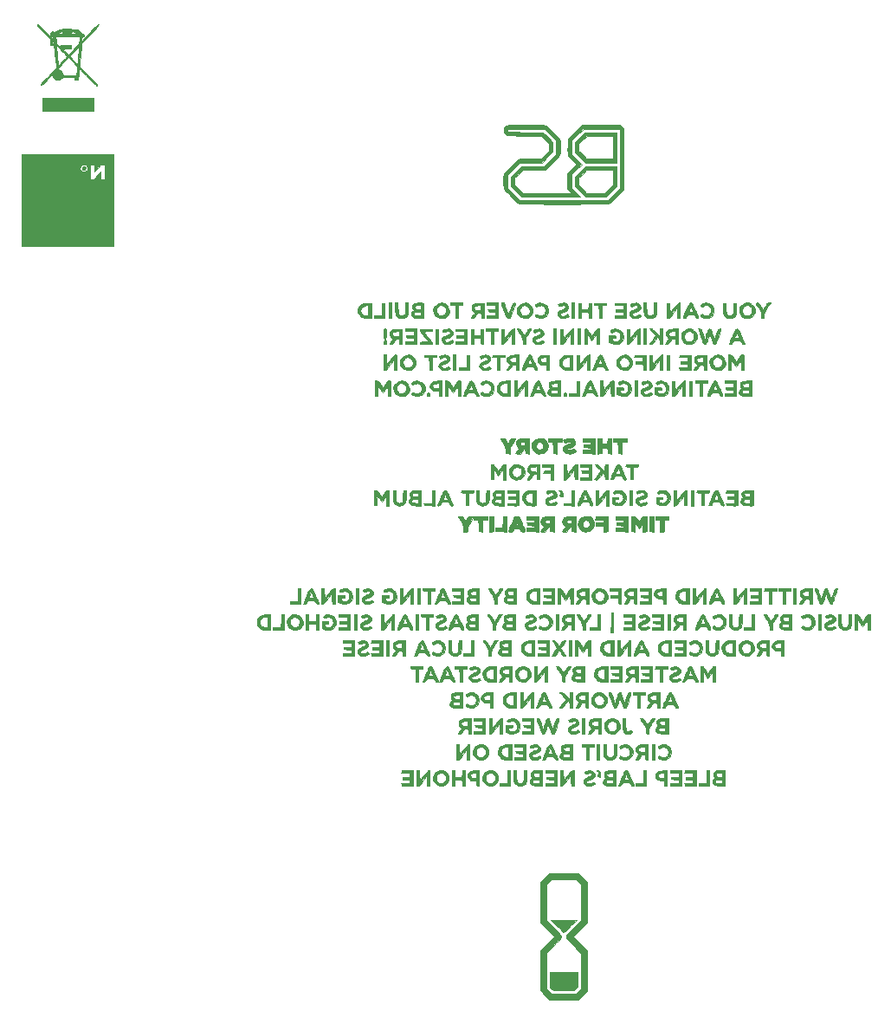
<source format=gbr>
G04 #@! TF.FileFunction,Legend,Bot*
%FSLAX46Y46*%
G04 Gerber Fmt 4.6, Leading zero omitted, Abs format (unit mm)*
G04 Created by KiCad (PCBNEW 4.0.6) date 12/17/17 22:53:38*
%MOMM*%
%LPD*%
G01*
G04 APERTURE LIST*
%ADD10C,0.100000*%
%ADD11C,0.010000*%
G04 APERTURE END LIST*
D10*
D11*
G36*
X97711520Y-132198579D02*
X97735166Y-136102099D01*
X99110696Y-137479463D01*
X98422931Y-138167196D01*
X97735166Y-138854930D01*
X97723343Y-140807008D01*
X97711520Y-142759087D01*
X98576744Y-143638333D01*
X101455853Y-143638333D01*
X101870927Y-143223260D01*
X102286000Y-142808187D01*
X102286000Y-138843483D01*
X100935072Y-137478833D01*
X102286000Y-136118365D01*
X102286000Y-135826975D01*
X101735667Y-135826975D01*
X100986366Y-136577143D01*
X100753971Y-136810597D01*
X100575047Y-136993029D01*
X100442677Y-137132762D01*
X100349946Y-137238120D01*
X100289937Y-137317424D01*
X100255733Y-137378999D01*
X100240419Y-137431166D01*
X100237066Y-137478833D01*
X100240970Y-137529736D01*
X100257292Y-137582258D01*
X100292948Y-137644723D01*
X100354854Y-137725453D01*
X100449928Y-137832772D01*
X100585085Y-137975002D01*
X100767242Y-138160467D01*
X100986366Y-138380523D01*
X101735666Y-139130692D01*
X101735666Y-142556555D01*
X101472306Y-142822278D01*
X101208946Y-143088000D01*
X98838111Y-143088000D01*
X98572389Y-142824639D01*
X98306666Y-142561279D01*
X98306666Y-139086593D01*
X99047500Y-138346667D01*
X99282322Y-138110855D01*
X99462904Y-137925886D01*
X99595987Y-137783866D01*
X99688310Y-137676898D01*
X99746611Y-137597089D01*
X99777631Y-137536544D01*
X99788108Y-137487368D01*
X99788333Y-137478833D01*
X99780936Y-137430902D01*
X99754251Y-137373071D01*
X99701539Y-137297447D01*
X99616060Y-137196133D01*
X99491076Y-137061236D01*
X99319846Y-136884860D01*
X99095632Y-136659112D01*
X99047500Y-136611000D01*
X98306666Y-135871074D01*
X98306666Y-134136092D01*
X98306667Y-132401111D01*
X98833387Y-131869667D01*
X99997714Y-131869666D01*
X101162042Y-131869666D01*
X101735666Y-132438896D01*
X101735666Y-134132935D01*
X101735667Y-135826975D01*
X102286000Y-135826975D01*
X102286000Y-132149480D01*
X101870927Y-131734406D01*
X101455853Y-131319333D01*
X98576744Y-131319333D01*
X97711520Y-132198579D01*
X97711520Y-132198579D01*
G37*
X97711520Y-132198579D02*
X97735166Y-136102099D01*
X99110696Y-137479463D01*
X98422931Y-138167196D01*
X97735166Y-138854930D01*
X97723343Y-140807008D01*
X97711520Y-142759087D01*
X98576744Y-143638333D01*
X101455853Y-143638333D01*
X101870927Y-143223260D01*
X102286000Y-142808187D01*
X102286000Y-138843483D01*
X100935072Y-137478833D01*
X102286000Y-136118365D01*
X102286000Y-135826975D01*
X101735667Y-135826975D01*
X100986366Y-136577143D01*
X100753971Y-136810597D01*
X100575047Y-136993029D01*
X100442677Y-137132762D01*
X100349946Y-137238120D01*
X100289937Y-137317424D01*
X100255733Y-137378999D01*
X100240419Y-137431166D01*
X100237066Y-137478833D01*
X100240970Y-137529736D01*
X100257292Y-137582258D01*
X100292948Y-137644723D01*
X100354854Y-137725453D01*
X100449928Y-137832772D01*
X100585085Y-137975002D01*
X100767242Y-138160467D01*
X100986366Y-138380523D01*
X101735666Y-139130692D01*
X101735666Y-142556555D01*
X101472306Y-142822278D01*
X101208946Y-143088000D01*
X98838111Y-143088000D01*
X98572389Y-142824639D01*
X98306666Y-142561279D01*
X98306666Y-139086593D01*
X99047500Y-138346667D01*
X99282322Y-138110855D01*
X99462904Y-137925886D01*
X99595987Y-137783866D01*
X99688310Y-137676898D01*
X99746611Y-137597089D01*
X99777631Y-137536544D01*
X99788108Y-137487368D01*
X99788333Y-137478833D01*
X99780936Y-137430902D01*
X99754251Y-137373071D01*
X99701539Y-137297447D01*
X99616060Y-137196133D01*
X99491076Y-137061236D01*
X99319846Y-136884860D01*
X99095632Y-136659112D01*
X99047500Y-136611000D01*
X98306666Y-135871074D01*
X98306666Y-134136092D01*
X98306667Y-132401111D01*
X98833387Y-131869667D01*
X99997714Y-131869666D01*
X101162042Y-131869666D01*
X101735666Y-132438896D01*
X101735666Y-134132935D01*
X101735667Y-135826975D01*
X102286000Y-135826975D01*
X102286000Y-132149480D01*
X101870927Y-131734406D01*
X101455853Y-131319333D01*
X98576744Y-131319333D01*
X97711520Y-132198579D01*
G36*
X98645333Y-142435817D02*
X98966403Y-142749333D01*
X101040705Y-142749333D01*
X101218852Y-142567814D01*
X101397000Y-142386295D01*
X101397000Y-140929000D01*
X98645333Y-140929000D01*
X98645333Y-142435817D01*
X98645333Y-142435817D01*
G37*
X98645333Y-142435817D02*
X98966403Y-142749333D01*
X101040705Y-142749333D01*
X101218852Y-142567814D01*
X101397000Y-142386295D01*
X101397000Y-140929000D01*
X98645333Y-140929000D01*
X98645333Y-142435817D01*
G36*
X99365000Y-136462833D02*
X99550509Y-136647635D01*
X99715630Y-136810151D01*
X99851142Y-136941466D01*
X99947821Y-137032664D01*
X99996444Y-137074831D01*
X100000000Y-137076667D01*
X100035247Y-137048071D01*
X100120843Y-136968226D01*
X100247564Y-136846050D01*
X100406187Y-136690456D01*
X100587490Y-136510361D01*
X100635000Y-136462833D01*
X101247738Y-135849000D01*
X98752262Y-135849000D01*
X99365000Y-136462833D01*
X99365000Y-136462833D01*
G37*
X99365000Y-136462833D02*
X99550509Y-136647635D01*
X99715630Y-136810151D01*
X99851142Y-136941466D01*
X99947821Y-137032664D01*
X99996444Y-137074831D01*
X100000000Y-137076667D01*
X100035247Y-137048071D01*
X100120843Y-136968226D01*
X100247564Y-136846050D01*
X100406187Y-136690456D01*
X100587490Y-136510361D01*
X100635000Y-136462833D01*
X101247738Y-135849000D01*
X98752262Y-135849000D01*
X99365000Y-136462833D01*
G36*
X46970333Y-70029667D02*
X55987333Y-70029667D01*
X55987333Y-62028667D01*
X55098333Y-62028667D01*
X55098333Y-63468000D01*
X54720511Y-63468000D01*
X54708339Y-63076417D01*
X54696167Y-62684833D01*
X54381418Y-63076417D01*
X54246816Y-63242455D01*
X54150787Y-63353352D01*
X54079205Y-63420232D01*
X54017939Y-63454217D01*
X53952861Y-63466430D01*
X53884002Y-63468000D01*
X53701333Y-63468000D01*
X53701333Y-62444292D01*
X53449137Y-62444292D01*
X53419831Y-62559078D01*
X53343783Y-62650343D01*
X53216399Y-62706483D01*
X53064877Y-62724014D01*
X52916414Y-62699451D01*
X52806927Y-62637607D01*
X52718082Y-62507211D01*
X52697347Y-62356937D01*
X52740173Y-62210374D01*
X52842012Y-62091111D01*
X52921005Y-62045919D01*
X53094257Y-62010950D01*
X53246822Y-62046806D01*
X53365574Y-62139984D01*
X53437388Y-62276981D01*
X53449137Y-62444292D01*
X53701333Y-62444292D01*
X53701333Y-62028667D01*
X54082333Y-62028667D01*
X54082333Y-62388500D01*
X54085778Y-62550815D01*
X54094972Y-62674594D01*
X54108202Y-62740542D01*
X54114083Y-62746419D01*
X54151464Y-62714121D01*
X54227776Y-62628263D01*
X54330974Y-62502891D01*
X54421000Y-62388500D01*
X54696167Y-62032494D01*
X54897250Y-62030580D01*
X55098333Y-62028667D01*
X55987333Y-62028667D01*
X55987333Y-61012667D01*
X46970333Y-61012667D01*
X46970333Y-70029667D01*
X46970333Y-70029667D01*
G37*
X46970333Y-70029667D02*
X55987333Y-70029667D01*
X55987333Y-62028667D01*
X55098333Y-62028667D01*
X55098333Y-63468000D01*
X54720511Y-63468000D01*
X54708339Y-63076417D01*
X54696167Y-62684833D01*
X54381418Y-63076417D01*
X54246816Y-63242455D01*
X54150787Y-63353352D01*
X54079205Y-63420232D01*
X54017939Y-63454217D01*
X53952861Y-63466430D01*
X53884002Y-63468000D01*
X53701333Y-63468000D01*
X53701333Y-62444292D01*
X53449137Y-62444292D01*
X53419831Y-62559078D01*
X53343783Y-62650343D01*
X53216399Y-62706483D01*
X53064877Y-62724014D01*
X52916414Y-62699451D01*
X52806927Y-62637607D01*
X52718082Y-62507211D01*
X52697347Y-62356937D01*
X52740173Y-62210374D01*
X52842012Y-62091111D01*
X52921005Y-62045919D01*
X53094257Y-62010950D01*
X53246822Y-62046806D01*
X53365574Y-62139984D01*
X53437388Y-62276981D01*
X53449137Y-62444292D01*
X53701333Y-62444292D01*
X53701333Y-62028667D01*
X54082333Y-62028667D01*
X54082333Y-62388500D01*
X54085778Y-62550815D01*
X54094972Y-62674594D01*
X54108202Y-62740542D01*
X54114083Y-62746419D01*
X54151464Y-62714121D01*
X54227776Y-62628263D01*
X54330974Y-62502891D01*
X54421000Y-62388500D01*
X54696167Y-62032494D01*
X54897250Y-62030580D01*
X55098333Y-62028667D01*
X55987333Y-62028667D01*
X55987333Y-61012667D01*
X46970333Y-61012667D01*
X46970333Y-70029667D01*
G36*
X52984231Y-62217035D02*
X52978145Y-62222353D01*
X52906222Y-62331277D01*
X52915564Y-62444981D01*
X52963524Y-62512476D01*
X53061632Y-62573231D01*
X53151947Y-62549904D01*
X53214485Y-62479131D01*
X53251756Y-62368817D01*
X53230780Y-62269430D01*
X53168143Y-62198989D01*
X53080431Y-62175518D01*
X52984231Y-62217035D01*
X52984231Y-62217035D01*
G37*
X52984231Y-62217035D02*
X52978145Y-62222353D01*
X52906222Y-62331277D01*
X52915564Y-62444981D01*
X52963524Y-62512476D01*
X53061632Y-62573231D01*
X53151947Y-62549904D01*
X53214485Y-62479131D01*
X53251756Y-62368817D01*
X53230780Y-62269430D01*
X53168143Y-62198989D01*
X53080431Y-62175518D01*
X52984231Y-62217035D01*
G36*
X49044666Y-56775667D02*
X54040000Y-56775667D01*
X54040000Y-55505667D01*
X49044666Y-55505667D01*
X49044666Y-56775667D01*
X49044666Y-56775667D01*
G37*
X49044666Y-56775667D02*
X54040000Y-56775667D01*
X54040000Y-55505667D01*
X49044666Y-55505667D01*
X49044666Y-56775667D01*
G36*
X48495566Y-48298732D02*
X48494333Y-48312775D01*
X48509431Y-48366992D01*
X48558576Y-48447067D01*
X48647547Y-48559993D01*
X48782124Y-48712765D01*
X48968085Y-48912378D01*
X49127358Y-49078980D01*
X49760384Y-49736436D01*
X49772942Y-50049301D01*
X49785500Y-50362167D01*
X49965218Y-50375175D01*
X50084980Y-50392569D01*
X50144639Y-50430462D01*
X50164713Y-50481008D01*
X50174017Y-50548280D01*
X50189430Y-50686867D01*
X50209638Y-50883742D01*
X50233325Y-51125881D01*
X50259178Y-51400257D01*
X50275610Y-51579653D01*
X50366730Y-52585472D01*
X49695115Y-53287662D01*
X49445194Y-53549334D01*
X49248405Y-53756887D01*
X49099159Y-53917193D01*
X48991865Y-54037126D01*
X48920933Y-54123558D01*
X48880772Y-54183363D01*
X48865793Y-54223413D01*
X48870405Y-54250582D01*
X48889018Y-54271742D01*
X48892383Y-54274584D01*
X48924555Y-54280784D01*
X48977388Y-54254620D01*
X49058403Y-54189561D01*
X49175120Y-54079078D01*
X49335058Y-53916640D01*
X49484200Y-53760687D01*
X49672917Y-53563084D01*
X49811730Y-53421553D01*
X49908069Y-53329868D01*
X49969366Y-53281803D01*
X50003053Y-53271132D01*
X50016562Y-53291630D01*
X50018082Y-53313444D01*
X50052872Y-53434990D01*
X50141127Y-53565201D01*
X50259387Y-53677376D01*
X50384191Y-53744815D01*
X50400961Y-53749191D01*
X50565743Y-53751151D01*
X50737895Y-53700952D01*
X50875705Y-53611460D01*
X50887609Y-53599073D01*
X50925401Y-53565579D01*
X50977570Y-53542455D01*
X51059018Y-53527820D01*
X51184650Y-53519795D01*
X51369369Y-53516500D01*
X51546082Y-53516000D01*
X52129376Y-53516000D01*
X52142771Y-53632417D01*
X52160789Y-53708157D01*
X52208766Y-53741255D01*
X52313064Y-53748818D01*
X52322154Y-53748834D01*
X52488141Y-53748834D01*
X52541686Y-53494834D01*
X52573078Y-53318321D01*
X52595612Y-53140673D01*
X52602168Y-53050334D01*
X52606897Y-52922956D01*
X52615053Y-52827597D01*
X52633139Y-52767583D01*
X52667656Y-52746239D01*
X52725105Y-52766890D01*
X52811987Y-52832861D01*
X52934805Y-52947476D01*
X53100059Y-53114062D01*
X53314252Y-53335943D01*
X53462632Y-53490410D01*
X53673510Y-53708758D01*
X53865629Y-53905601D01*
X54031130Y-54073058D01*
X54162156Y-54203243D01*
X54250850Y-54288274D01*
X54289355Y-54320267D01*
X54289794Y-54320334D01*
X54342031Y-54294062D01*
X54369822Y-54269911D01*
X54371769Y-54241528D01*
X54340969Y-54186320D01*
X54272708Y-54098957D01*
X54162273Y-53974105D01*
X54004949Y-53806434D01*
X53796022Y-53590609D01*
X53534610Y-53325168D01*
X52660872Y-52442859D01*
X52436229Y-52442859D01*
X52406563Y-52873596D01*
X52376896Y-53304334D01*
X51044916Y-53304334D01*
X51035361Y-53256557D01*
X50738000Y-53256557D01*
X50709138Y-53387765D01*
X50621051Y-53458684D01*
X50518842Y-53473667D01*
X50397144Y-53436816D01*
X50328744Y-53362955D01*
X50282132Y-53275013D01*
X50287764Y-53202769D01*
X50318520Y-53140705D01*
X50409663Y-53044389D01*
X50520371Y-53014745D01*
X50627452Y-53045366D01*
X50707711Y-53129849D01*
X50738000Y-53256557D01*
X51035361Y-53256557D01*
X51019553Y-53177515D01*
X50940639Y-52973930D01*
X50797243Y-52824587D01*
X50714354Y-52776828D01*
X50620721Y-52720038D01*
X50572506Y-52666560D01*
X50570679Y-52656764D01*
X50599283Y-52610616D01*
X50677235Y-52514926D01*
X50794830Y-52380826D01*
X50942369Y-52219451D01*
X51068095Y-52085898D01*
X51563500Y-51565962D01*
X51999865Y-52004410D01*
X52436229Y-52442859D01*
X52660872Y-52442859D01*
X52648976Y-52430847D01*
X52668747Y-52264340D01*
X52678113Y-52173665D01*
X52693209Y-52013524D01*
X52712691Y-51798823D01*
X52735212Y-51544466D01*
X52759428Y-51265358D01*
X52769034Y-51153095D01*
X52818494Y-50572749D01*
X52591109Y-50572749D01*
X52586447Y-50689476D01*
X52575372Y-50862629D01*
X52558756Y-51078285D01*
X52540736Y-51286758D01*
X52518766Y-51534915D01*
X52499817Y-51759288D01*
X52485161Y-51943952D01*
X52476073Y-52072981D01*
X52473666Y-52125445D01*
X52464814Y-52157236D01*
X52432614Y-52153078D01*
X52368601Y-52106712D01*
X52264308Y-52011883D01*
X52111271Y-51862331D01*
X52092666Y-51843834D01*
X51948869Y-51698743D01*
X51829911Y-51574985D01*
X51747198Y-51484699D01*
X51722262Y-51452929D01*
X51415333Y-51452929D01*
X51387818Y-51496753D01*
X51313844Y-51583899D01*
X51206269Y-51701292D01*
X51077950Y-51835857D01*
X50941744Y-51974519D01*
X50810508Y-52104203D01*
X50697100Y-52211833D01*
X50614376Y-52284335D01*
X50575195Y-52308633D01*
X50574365Y-52308143D01*
X50563947Y-52261062D01*
X50547538Y-52141919D01*
X50526542Y-51962992D01*
X50502360Y-51736564D01*
X50476396Y-51474914D01*
X50463130Y-51334141D01*
X50439121Y-51061274D01*
X50420210Y-50819001D01*
X50407126Y-50619191D01*
X50400596Y-50473717D01*
X50401347Y-50394448D01*
X50404857Y-50383334D01*
X50443856Y-50412663D01*
X50527914Y-50492374D01*
X50645302Y-50610051D01*
X50784292Y-50753279D01*
X50933155Y-50909643D01*
X51080160Y-51066727D01*
X51213580Y-51212116D01*
X51321685Y-51333394D01*
X51392745Y-51418147D01*
X51415333Y-51452929D01*
X51722262Y-51452929D01*
X51712132Y-51440023D01*
X51711666Y-51438256D01*
X51738923Y-51397602D01*
X51812439Y-51311783D01*
X51919835Y-51193674D01*
X52048735Y-51056147D01*
X52186757Y-50912078D01*
X52321525Y-50774339D01*
X52440658Y-50655805D01*
X52531779Y-50569350D01*
X52582508Y-50527846D01*
X52588482Y-50526371D01*
X52591109Y-50572749D01*
X52818494Y-50572749D01*
X52849550Y-50208357D01*
X53518858Y-49506512D01*
X53787391Y-49224471D01*
X54002829Y-48996679D01*
X54170831Y-48816420D01*
X54297055Y-48676978D01*
X54387159Y-48571638D01*
X54446802Y-48493686D01*
X54481642Y-48436406D01*
X54497338Y-48393083D01*
X54499547Y-48357002D01*
X54498112Y-48344365D01*
X54484930Y-48325942D01*
X54450706Y-48336587D01*
X54389717Y-48381575D01*
X54296239Y-48466182D01*
X54164548Y-48595682D01*
X53988919Y-48775353D01*
X53763629Y-49010469D01*
X53680166Y-49098220D01*
X53470338Y-49318922D01*
X53280733Y-49517966D01*
X53118807Y-49687557D01*
X52992013Y-49819903D01*
X52907807Y-49907208D01*
X52873641Y-49941679D01*
X52873261Y-49941918D01*
X52874788Y-49901988D01*
X52881467Y-49802738D01*
X52887930Y-49716584D01*
X52901815Y-49586555D01*
X52919060Y-49536667D01*
X52692557Y-49536667D01*
X52662239Y-49864750D01*
X52631922Y-50192834D01*
X52101386Y-50756343D01*
X51570851Y-51319853D01*
X50989383Y-50743167D01*
X51414025Y-50731103D01*
X51838666Y-50719038D01*
X51838666Y-50341000D01*
X51309500Y-50341000D01*
X51090229Y-50341578D01*
X50941808Y-50344939D01*
X50850424Y-50353524D01*
X50802260Y-50369773D01*
X50783501Y-50396127D01*
X50780333Y-50434481D01*
X50773781Y-50478657D01*
X50745646Y-50479327D01*
X50683208Y-50430250D01*
X50589833Y-50341000D01*
X50483400Y-50230129D01*
X50426129Y-50144091D01*
X50424072Y-50135895D01*
X50145333Y-50135895D01*
X50109821Y-50164976D01*
X50060666Y-50171667D01*
X49995723Y-50148531D01*
X49976054Y-50066429D01*
X49976000Y-50059272D01*
X49980358Y-49981853D01*
X50007769Y-49978712D01*
X50060666Y-50023500D01*
X50123714Y-50092517D01*
X50145333Y-50135895D01*
X50424072Y-50135895D01*
X50403109Y-50052377D01*
X50399333Y-49951186D01*
X50391407Y-49833364D01*
X50371226Y-49760187D01*
X50357000Y-49748334D01*
X50325177Y-49712105D01*
X50314666Y-49642500D01*
X50314666Y-49536667D01*
X52692557Y-49536667D01*
X52919060Y-49536667D01*
X52924744Y-49520227D01*
X52967929Y-49496660D01*
X53006919Y-49494334D01*
X53084664Y-49475833D01*
X53108364Y-49404536D01*
X53108666Y-49388500D01*
X53087834Y-49304463D01*
X53028980Y-49282667D01*
X52964285Y-49255146D01*
X52963306Y-49254445D01*
X52671222Y-49254445D01*
X52665411Y-49279612D01*
X52643000Y-49282667D01*
X52608155Y-49267178D01*
X52614778Y-49254445D01*
X52665017Y-49249378D01*
X52671222Y-49254445D01*
X52963306Y-49254445D01*
X52867529Y-49185885D01*
X52862724Y-49181771D01*
X52262000Y-49181771D01*
X52262000Y-49282667D01*
X51288333Y-49282667D01*
X51011400Y-49281691D01*
X50765098Y-49278953D01*
X50561246Y-49274739D01*
X50411662Y-49269335D01*
X50328162Y-49263027D01*
X50314666Y-49259120D01*
X50350926Y-49227646D01*
X50443361Y-49180795D01*
X50567458Y-49128834D01*
X50698705Y-49082032D01*
X50812083Y-49050762D01*
X50906183Y-49037953D01*
X50943845Y-49061136D01*
X50949666Y-49109970D01*
X50954743Y-49149841D01*
X50980178Y-49175424D01*
X51041274Y-49189872D01*
X51153339Y-49196338D01*
X51331676Y-49197975D01*
X51376963Y-49198000D01*
X51571823Y-49196653D01*
X51698108Y-49190591D01*
X51771893Y-49176787D01*
X51809255Y-49152212D01*
X51826268Y-49113839D01*
X51826400Y-49113334D01*
X51880122Y-49044006D01*
X51960021Y-49029245D01*
X52130693Y-49045106D01*
X52228890Y-49092981D01*
X52261927Y-49176566D01*
X52262000Y-49181771D01*
X52862724Y-49181771D01*
X52761173Y-49094838D01*
X52667678Y-49001960D01*
X52638377Y-48964307D01*
X51544722Y-48964307D01*
X51503833Y-48970609D01*
X51396035Y-48973212D01*
X51394166Y-48973216D01*
X51281709Y-48971007D01*
X51232245Y-48964804D01*
X51255825Y-48956085D01*
X51384544Y-48948718D01*
X51509825Y-48955653D01*
X51544722Y-48964307D01*
X52638377Y-48964307D01*
X52609503Y-48927204D01*
X52600666Y-48902147D01*
X52561549Y-48885052D01*
X52456756Y-48865969D01*
X52305130Y-48847949D01*
X52219666Y-48840449D01*
X52051987Y-48823311D01*
X51921942Y-48802366D01*
X51848381Y-48781026D01*
X51838666Y-48771489D01*
X51799256Y-48755416D01*
X51692680Y-48742540D01*
X51536425Y-48734402D01*
X51394166Y-48732334D01*
X51211700Y-48735490D01*
X51065532Y-48744025D01*
X50973148Y-48756539D01*
X50949666Y-48767930D01*
X50912014Y-48795787D01*
X50814820Y-48830467D01*
X50718972Y-48855154D01*
X50554948Y-48905010D01*
X50398448Y-48973447D01*
X50336718Y-49009633D01*
X50232662Y-49072071D01*
X50162635Y-49085733D01*
X50101223Y-49060066D01*
X49995351Y-49037427D01*
X49886351Y-49077339D01*
X49802268Y-49163631D01*
X49772352Y-49249688D01*
X49794715Y-49370094D01*
X49872746Y-49474164D01*
X49981225Y-49532477D01*
X50018333Y-49536667D01*
X50084726Y-49561471D01*
X50103000Y-49642500D01*
X50092257Y-49722109D01*
X50071668Y-49748334D01*
X50034453Y-49719603D01*
X49945877Y-49638705D01*
X49814208Y-49513577D01*
X49647715Y-49352155D01*
X49454666Y-49162379D01*
X49267334Y-48976179D01*
X49030115Y-48740246D01*
X48845650Y-48559652D01*
X48707680Y-48429023D01*
X48609946Y-48342989D01*
X48546189Y-48296177D01*
X48510149Y-48283215D01*
X48495566Y-48298732D01*
X48495566Y-48298732D01*
G37*
X48495566Y-48298732D02*
X48494333Y-48312775D01*
X48509431Y-48366992D01*
X48558576Y-48447067D01*
X48647547Y-48559993D01*
X48782124Y-48712765D01*
X48968085Y-48912378D01*
X49127358Y-49078980D01*
X49760384Y-49736436D01*
X49772942Y-50049301D01*
X49785500Y-50362167D01*
X49965218Y-50375175D01*
X50084980Y-50392569D01*
X50144639Y-50430462D01*
X50164713Y-50481008D01*
X50174017Y-50548280D01*
X50189430Y-50686867D01*
X50209638Y-50883742D01*
X50233325Y-51125881D01*
X50259178Y-51400257D01*
X50275610Y-51579653D01*
X50366730Y-52585472D01*
X49695115Y-53287662D01*
X49445194Y-53549334D01*
X49248405Y-53756887D01*
X49099159Y-53917193D01*
X48991865Y-54037126D01*
X48920933Y-54123558D01*
X48880772Y-54183363D01*
X48865793Y-54223413D01*
X48870405Y-54250582D01*
X48889018Y-54271742D01*
X48892383Y-54274584D01*
X48924555Y-54280784D01*
X48977388Y-54254620D01*
X49058403Y-54189561D01*
X49175120Y-54079078D01*
X49335058Y-53916640D01*
X49484200Y-53760687D01*
X49672917Y-53563084D01*
X49811730Y-53421553D01*
X49908069Y-53329868D01*
X49969366Y-53281803D01*
X50003053Y-53271132D01*
X50016562Y-53291630D01*
X50018082Y-53313444D01*
X50052872Y-53434990D01*
X50141127Y-53565201D01*
X50259387Y-53677376D01*
X50384191Y-53744815D01*
X50400961Y-53749191D01*
X50565743Y-53751151D01*
X50737895Y-53700952D01*
X50875705Y-53611460D01*
X50887609Y-53599073D01*
X50925401Y-53565579D01*
X50977570Y-53542455D01*
X51059018Y-53527820D01*
X51184650Y-53519795D01*
X51369369Y-53516500D01*
X51546082Y-53516000D01*
X52129376Y-53516000D01*
X52142771Y-53632417D01*
X52160789Y-53708157D01*
X52208766Y-53741255D01*
X52313064Y-53748818D01*
X52322154Y-53748834D01*
X52488141Y-53748834D01*
X52541686Y-53494834D01*
X52573078Y-53318321D01*
X52595612Y-53140673D01*
X52602168Y-53050334D01*
X52606897Y-52922956D01*
X52615053Y-52827597D01*
X52633139Y-52767583D01*
X52667656Y-52746239D01*
X52725105Y-52766890D01*
X52811987Y-52832861D01*
X52934805Y-52947476D01*
X53100059Y-53114062D01*
X53314252Y-53335943D01*
X53462632Y-53490410D01*
X53673510Y-53708758D01*
X53865629Y-53905601D01*
X54031130Y-54073058D01*
X54162156Y-54203243D01*
X54250850Y-54288274D01*
X54289355Y-54320267D01*
X54289794Y-54320334D01*
X54342031Y-54294062D01*
X54369822Y-54269911D01*
X54371769Y-54241528D01*
X54340969Y-54186320D01*
X54272708Y-54098957D01*
X54162273Y-53974105D01*
X54004949Y-53806434D01*
X53796022Y-53590609D01*
X53534610Y-53325168D01*
X52660872Y-52442859D01*
X52436229Y-52442859D01*
X52406563Y-52873596D01*
X52376896Y-53304334D01*
X51044916Y-53304334D01*
X51035361Y-53256557D01*
X50738000Y-53256557D01*
X50709138Y-53387765D01*
X50621051Y-53458684D01*
X50518842Y-53473667D01*
X50397144Y-53436816D01*
X50328744Y-53362955D01*
X50282132Y-53275013D01*
X50287764Y-53202769D01*
X50318520Y-53140705D01*
X50409663Y-53044389D01*
X50520371Y-53014745D01*
X50627452Y-53045366D01*
X50707711Y-53129849D01*
X50738000Y-53256557D01*
X51035361Y-53256557D01*
X51019553Y-53177515D01*
X50940639Y-52973930D01*
X50797243Y-52824587D01*
X50714354Y-52776828D01*
X50620721Y-52720038D01*
X50572506Y-52666560D01*
X50570679Y-52656764D01*
X50599283Y-52610616D01*
X50677235Y-52514926D01*
X50794830Y-52380826D01*
X50942369Y-52219451D01*
X51068095Y-52085898D01*
X51563500Y-51565962D01*
X51999865Y-52004410D01*
X52436229Y-52442859D01*
X52660872Y-52442859D01*
X52648976Y-52430847D01*
X52668747Y-52264340D01*
X52678113Y-52173665D01*
X52693209Y-52013524D01*
X52712691Y-51798823D01*
X52735212Y-51544466D01*
X52759428Y-51265358D01*
X52769034Y-51153095D01*
X52818494Y-50572749D01*
X52591109Y-50572749D01*
X52586447Y-50689476D01*
X52575372Y-50862629D01*
X52558756Y-51078285D01*
X52540736Y-51286758D01*
X52518766Y-51534915D01*
X52499817Y-51759288D01*
X52485161Y-51943952D01*
X52476073Y-52072981D01*
X52473666Y-52125445D01*
X52464814Y-52157236D01*
X52432614Y-52153078D01*
X52368601Y-52106712D01*
X52264308Y-52011883D01*
X52111271Y-51862331D01*
X52092666Y-51843834D01*
X51948869Y-51698743D01*
X51829911Y-51574985D01*
X51747198Y-51484699D01*
X51722262Y-51452929D01*
X51415333Y-51452929D01*
X51387818Y-51496753D01*
X51313844Y-51583899D01*
X51206269Y-51701292D01*
X51077950Y-51835857D01*
X50941744Y-51974519D01*
X50810508Y-52104203D01*
X50697100Y-52211833D01*
X50614376Y-52284335D01*
X50575195Y-52308633D01*
X50574365Y-52308143D01*
X50563947Y-52261062D01*
X50547538Y-52141919D01*
X50526542Y-51962992D01*
X50502360Y-51736564D01*
X50476396Y-51474914D01*
X50463130Y-51334141D01*
X50439121Y-51061274D01*
X50420210Y-50819001D01*
X50407126Y-50619191D01*
X50400596Y-50473717D01*
X50401347Y-50394448D01*
X50404857Y-50383334D01*
X50443856Y-50412663D01*
X50527914Y-50492374D01*
X50645302Y-50610051D01*
X50784292Y-50753279D01*
X50933155Y-50909643D01*
X51080160Y-51066727D01*
X51213580Y-51212116D01*
X51321685Y-51333394D01*
X51392745Y-51418147D01*
X51415333Y-51452929D01*
X51722262Y-51452929D01*
X51712132Y-51440023D01*
X51711666Y-51438256D01*
X51738923Y-51397602D01*
X51812439Y-51311783D01*
X51919835Y-51193674D01*
X52048735Y-51056147D01*
X52186757Y-50912078D01*
X52321525Y-50774339D01*
X52440658Y-50655805D01*
X52531779Y-50569350D01*
X52582508Y-50527846D01*
X52588482Y-50526371D01*
X52591109Y-50572749D01*
X52818494Y-50572749D01*
X52849550Y-50208357D01*
X53518858Y-49506512D01*
X53787391Y-49224471D01*
X54002829Y-48996679D01*
X54170831Y-48816420D01*
X54297055Y-48676978D01*
X54387159Y-48571638D01*
X54446802Y-48493686D01*
X54481642Y-48436406D01*
X54497338Y-48393083D01*
X54499547Y-48357002D01*
X54498112Y-48344365D01*
X54484930Y-48325942D01*
X54450706Y-48336587D01*
X54389717Y-48381575D01*
X54296239Y-48466182D01*
X54164548Y-48595682D01*
X53988919Y-48775353D01*
X53763629Y-49010469D01*
X53680166Y-49098220D01*
X53470338Y-49318922D01*
X53280733Y-49517966D01*
X53118807Y-49687557D01*
X52992013Y-49819903D01*
X52907807Y-49907208D01*
X52873641Y-49941679D01*
X52873261Y-49941918D01*
X52874788Y-49901988D01*
X52881467Y-49802738D01*
X52887930Y-49716584D01*
X52901815Y-49586555D01*
X52919060Y-49536667D01*
X52692557Y-49536667D01*
X52662239Y-49864750D01*
X52631922Y-50192834D01*
X52101386Y-50756343D01*
X51570851Y-51319853D01*
X50989383Y-50743167D01*
X51414025Y-50731103D01*
X51838666Y-50719038D01*
X51838666Y-50341000D01*
X51309500Y-50341000D01*
X51090229Y-50341578D01*
X50941808Y-50344939D01*
X50850424Y-50353524D01*
X50802260Y-50369773D01*
X50783501Y-50396127D01*
X50780333Y-50434481D01*
X50773781Y-50478657D01*
X50745646Y-50479327D01*
X50683208Y-50430250D01*
X50589833Y-50341000D01*
X50483400Y-50230129D01*
X50426129Y-50144091D01*
X50424072Y-50135895D01*
X50145333Y-50135895D01*
X50109821Y-50164976D01*
X50060666Y-50171667D01*
X49995723Y-50148531D01*
X49976054Y-50066429D01*
X49976000Y-50059272D01*
X49980358Y-49981853D01*
X50007769Y-49978712D01*
X50060666Y-50023500D01*
X50123714Y-50092517D01*
X50145333Y-50135895D01*
X50424072Y-50135895D01*
X50403109Y-50052377D01*
X50399333Y-49951186D01*
X50391407Y-49833364D01*
X50371226Y-49760187D01*
X50357000Y-49748334D01*
X50325177Y-49712105D01*
X50314666Y-49642500D01*
X50314666Y-49536667D01*
X52692557Y-49536667D01*
X52919060Y-49536667D01*
X52924744Y-49520227D01*
X52967929Y-49496660D01*
X53006919Y-49494334D01*
X53084664Y-49475833D01*
X53108364Y-49404536D01*
X53108666Y-49388500D01*
X53087834Y-49304463D01*
X53028980Y-49282667D01*
X52964285Y-49255146D01*
X52963306Y-49254445D01*
X52671222Y-49254445D01*
X52665411Y-49279612D01*
X52643000Y-49282667D01*
X52608155Y-49267178D01*
X52614778Y-49254445D01*
X52665017Y-49249378D01*
X52671222Y-49254445D01*
X52963306Y-49254445D01*
X52867529Y-49185885D01*
X52862724Y-49181771D01*
X52262000Y-49181771D01*
X52262000Y-49282667D01*
X51288333Y-49282667D01*
X51011400Y-49281691D01*
X50765098Y-49278953D01*
X50561246Y-49274739D01*
X50411662Y-49269335D01*
X50328162Y-49263027D01*
X50314666Y-49259120D01*
X50350926Y-49227646D01*
X50443361Y-49180795D01*
X50567458Y-49128834D01*
X50698705Y-49082032D01*
X50812083Y-49050762D01*
X50906183Y-49037953D01*
X50943845Y-49061136D01*
X50949666Y-49109970D01*
X50954743Y-49149841D01*
X50980178Y-49175424D01*
X51041274Y-49189872D01*
X51153339Y-49196338D01*
X51331676Y-49197975D01*
X51376963Y-49198000D01*
X51571823Y-49196653D01*
X51698108Y-49190591D01*
X51771893Y-49176787D01*
X51809255Y-49152212D01*
X51826268Y-49113839D01*
X51826400Y-49113334D01*
X51880122Y-49044006D01*
X51960021Y-49029245D01*
X52130693Y-49045106D01*
X52228890Y-49092981D01*
X52261927Y-49176566D01*
X52262000Y-49181771D01*
X52862724Y-49181771D01*
X52761173Y-49094838D01*
X52667678Y-49001960D01*
X52638377Y-48964307D01*
X51544722Y-48964307D01*
X51503833Y-48970609D01*
X51396035Y-48973212D01*
X51394166Y-48973216D01*
X51281709Y-48971007D01*
X51232245Y-48964804D01*
X51255825Y-48956085D01*
X51384544Y-48948718D01*
X51509825Y-48955653D01*
X51544722Y-48964307D01*
X52638377Y-48964307D01*
X52609503Y-48927204D01*
X52600666Y-48902147D01*
X52561549Y-48885052D01*
X52456756Y-48865969D01*
X52305130Y-48847949D01*
X52219666Y-48840449D01*
X52051987Y-48823311D01*
X51921942Y-48802366D01*
X51848381Y-48781026D01*
X51838666Y-48771489D01*
X51799256Y-48755416D01*
X51692680Y-48742540D01*
X51536425Y-48734402D01*
X51394166Y-48732334D01*
X51211700Y-48735490D01*
X51065532Y-48744025D01*
X50973148Y-48756539D01*
X50949666Y-48767930D01*
X50912014Y-48795787D01*
X50814820Y-48830467D01*
X50718972Y-48855154D01*
X50554948Y-48905010D01*
X50398448Y-48973447D01*
X50336718Y-49009633D01*
X50232662Y-49072071D01*
X50162635Y-49085733D01*
X50101223Y-49060066D01*
X49995351Y-49037427D01*
X49886351Y-49077339D01*
X49802268Y-49163631D01*
X49772352Y-49249688D01*
X49794715Y-49370094D01*
X49872746Y-49474164D01*
X49981225Y-49532477D01*
X50018333Y-49536667D01*
X50084726Y-49561471D01*
X50103000Y-49642500D01*
X50092257Y-49722109D01*
X50071668Y-49748334D01*
X50034453Y-49719603D01*
X49945877Y-49638705D01*
X49814208Y-49513577D01*
X49647715Y-49352155D01*
X49454666Y-49162379D01*
X49267334Y-48976179D01*
X49030115Y-48740246D01*
X48845650Y-48559652D01*
X48707680Y-48429023D01*
X48609946Y-48342989D01*
X48546189Y-48296177D01*
X48510149Y-48283215D01*
X48495566Y-48298732D01*
G36*
X50443364Y-53083188D02*
X50399505Y-53113678D01*
X50325921Y-53206682D01*
X50332484Y-53291100D01*
X50392083Y-53361272D01*
X50505522Y-53425283D01*
X50609547Y-53408411D01*
X50644866Y-53380534D01*
X50697659Y-53283704D01*
X50686601Y-53186734D01*
X50628996Y-53108444D01*
X50542149Y-53067656D01*
X50443364Y-53083188D01*
X50443364Y-53083188D01*
G37*
X50443364Y-53083188D02*
X50399505Y-53113678D01*
X50325921Y-53206682D01*
X50332484Y-53291100D01*
X50392083Y-53361272D01*
X50505522Y-53425283D01*
X50609547Y-53408411D01*
X50644866Y-53380534D01*
X50697659Y-53283704D01*
X50686601Y-53186734D01*
X50628996Y-53108444D01*
X50542149Y-53067656D01*
X50443364Y-53083188D01*
G36*
X118023417Y-83151236D02*
X117732071Y-83163162D01*
X117515666Y-83199576D01*
X117367620Y-83262105D01*
X117294415Y-83331398D01*
X117238491Y-83475430D01*
X117240677Y-83637604D01*
X117299961Y-83778455D01*
X117306074Y-83786313D01*
X117351571Y-83850529D01*
X117350891Y-83899683D01*
X117297837Y-83964970D01*
X117263741Y-83999413D01*
X117166429Y-84146374D01*
X117151141Y-84303656D01*
X117218629Y-84460081D01*
X117231592Y-84477333D01*
X117329692Y-84565018D01*
X117470792Y-84624959D01*
X117667232Y-84660318D01*
X117931351Y-84674256D01*
X118002250Y-84674764D01*
X118372667Y-84675000D01*
X118372667Y-84040000D01*
X118118667Y-84040000D01*
X118118667Y-84421000D01*
X117825357Y-84421000D01*
X117638587Y-84413278D01*
X117520327Y-84388276D01*
X117465524Y-84354476D01*
X117407378Y-84273101D01*
X117412746Y-84186951D01*
X117442823Y-84121883D01*
X117477921Y-84078944D01*
X117539319Y-84054020D01*
X117647009Y-84042561D01*
X117802656Y-84040000D01*
X118118667Y-84040000D01*
X118372667Y-84040000D01*
X118372667Y-83786000D01*
X118118667Y-83786000D01*
X117842593Y-83786000D01*
X117691809Y-83783246D01*
X117602780Y-83769879D01*
X117552644Y-83738242D01*
X117518541Y-83680678D01*
X117516800Y-83676879D01*
X117485775Y-83565316D01*
X117516236Y-83488355D01*
X117614844Y-83440522D01*
X117788265Y-83416346D01*
X117837336Y-83413649D01*
X118118667Y-83401131D01*
X118118667Y-83786000D01*
X118372667Y-83786000D01*
X118372667Y-83151000D01*
X118023417Y-83151236D01*
X118023417Y-83151236D01*
G37*
X118023417Y-83151236D02*
X117732071Y-83163162D01*
X117515666Y-83199576D01*
X117367620Y-83262105D01*
X117294415Y-83331398D01*
X117238491Y-83475430D01*
X117240677Y-83637604D01*
X117299961Y-83778455D01*
X117306074Y-83786313D01*
X117351571Y-83850529D01*
X117350891Y-83899683D01*
X117297837Y-83964970D01*
X117263741Y-83999413D01*
X117166429Y-84146374D01*
X117151141Y-84303656D01*
X117218629Y-84460081D01*
X117231592Y-84477333D01*
X117329692Y-84565018D01*
X117470792Y-84624959D01*
X117667232Y-84660318D01*
X117931351Y-84674256D01*
X118002250Y-84674764D01*
X118372667Y-84675000D01*
X118372667Y-84040000D01*
X118118667Y-84040000D01*
X118118667Y-84421000D01*
X117825357Y-84421000D01*
X117638587Y-84413278D01*
X117520327Y-84388276D01*
X117465524Y-84354476D01*
X117407378Y-84273101D01*
X117412746Y-84186951D01*
X117442823Y-84121883D01*
X117477921Y-84078944D01*
X117539319Y-84054020D01*
X117647009Y-84042561D01*
X117802656Y-84040000D01*
X118118667Y-84040000D01*
X118372667Y-84040000D01*
X118372667Y-83786000D01*
X118118667Y-83786000D01*
X117842593Y-83786000D01*
X117691809Y-83783246D01*
X117602780Y-83769879D01*
X117552644Y-83738242D01*
X117518541Y-83680678D01*
X117516800Y-83676879D01*
X117485775Y-83565316D01*
X117516236Y-83488355D01*
X117614844Y-83440522D01*
X117788265Y-83416346D01*
X117837336Y-83413649D01*
X118118667Y-83401131D01*
X118118667Y-83786000D01*
X118372667Y-83786000D01*
X118372667Y-83151000D01*
X118023417Y-83151236D01*
G36*
X115748000Y-83405000D02*
X116594667Y-83405000D01*
X116594667Y-83786000D01*
X115827043Y-83786000D01*
X115840438Y-83902417D01*
X115849744Y-83958231D01*
X115873386Y-83993192D01*
X115928476Y-84013035D01*
X116032127Y-84023496D01*
X116201451Y-84030310D01*
X116224250Y-84031065D01*
X116594667Y-84043296D01*
X116594667Y-84421000D01*
X115748000Y-84421000D01*
X115748000Y-84675000D01*
X116848667Y-84675000D01*
X116848667Y-83151000D01*
X115748000Y-83151000D01*
X115748000Y-83405000D01*
X115748000Y-83405000D01*
G37*
X115748000Y-83405000D02*
X116594667Y-83405000D01*
X116594667Y-83786000D01*
X115827043Y-83786000D01*
X115840438Y-83902417D01*
X115849744Y-83958231D01*
X115873386Y-83993192D01*
X115928476Y-84013035D01*
X116032127Y-84023496D01*
X116201451Y-84030310D01*
X116224250Y-84031065D01*
X116594667Y-84043296D01*
X116594667Y-84421000D01*
X115748000Y-84421000D01*
X115748000Y-84675000D01*
X116848667Y-84675000D01*
X116848667Y-83151000D01*
X115748000Y-83151000D01*
X115748000Y-83405000D01*
G36*
X114704936Y-83165704D02*
X114667400Y-83196776D01*
X114624618Y-83260186D01*
X114570138Y-83366227D01*
X114497511Y-83525192D01*
X114400286Y-83747373D01*
X114352350Y-83857899D01*
X114252819Y-84087808D01*
X114164390Y-84292665D01*
X114092816Y-84459088D01*
X114043854Y-84573697D01*
X114023646Y-84622083D01*
X114042438Y-84662345D01*
X114135355Y-84675000D01*
X114221004Y-84664486D01*
X114282105Y-84619545D01*
X114342359Y-84520073D01*
X114359986Y-84484500D01*
X114452538Y-84294000D01*
X115143831Y-84294000D01*
X115216583Y-84484500D01*
X115268307Y-84601732D01*
X115319756Y-84658126D01*
X115392521Y-84674638D01*
X115412835Y-84675000D01*
X115503030Y-84659104D01*
X115534055Y-84622083D01*
X115516993Y-84567815D01*
X115471022Y-84449641D01*
X115401662Y-84281006D01*
X115314432Y-84075356D01*
X115312338Y-84070529D01*
X115028333Y-84070529D01*
X114990030Y-84076995D01*
X114891230Y-84081283D01*
X114795500Y-84082333D01*
X114667959Y-84078925D01*
X114583388Y-84070133D01*
X114562667Y-84061612D01*
X114577280Y-84014886D01*
X114615731Y-83911436D01*
X114669936Y-83772952D01*
X114674199Y-83762289D01*
X114785730Y-83483688D01*
X114907032Y-83771206D01*
X114965672Y-83911679D01*
X115008731Y-84017652D01*
X115028001Y-84068867D01*
X115028333Y-84070529D01*
X115312338Y-84070529D01*
X115225615Y-83870667D01*
X115115969Y-83621926D01*
X115033199Y-83440187D01*
X114970713Y-83314677D01*
X114921913Y-83234630D01*
X114880207Y-83189274D01*
X114838999Y-83167841D01*
X114791695Y-83159561D01*
X114790069Y-83159399D01*
X114743676Y-83156676D01*
X114704936Y-83165704D01*
X114704936Y-83165704D01*
G37*
X114704936Y-83165704D02*
X114667400Y-83196776D01*
X114624618Y-83260186D01*
X114570138Y-83366227D01*
X114497511Y-83525192D01*
X114400286Y-83747373D01*
X114352350Y-83857899D01*
X114252819Y-84087808D01*
X114164390Y-84292665D01*
X114092816Y-84459088D01*
X114043854Y-84573697D01*
X114023646Y-84622083D01*
X114042438Y-84662345D01*
X114135355Y-84675000D01*
X114221004Y-84664486D01*
X114282105Y-84619545D01*
X114342359Y-84520073D01*
X114359986Y-84484500D01*
X114452538Y-84294000D01*
X115143831Y-84294000D01*
X115216583Y-84484500D01*
X115268307Y-84601732D01*
X115319756Y-84658126D01*
X115392521Y-84674638D01*
X115412835Y-84675000D01*
X115503030Y-84659104D01*
X115534055Y-84622083D01*
X115516993Y-84567815D01*
X115471022Y-84449641D01*
X115401662Y-84281006D01*
X115314432Y-84075356D01*
X115312338Y-84070529D01*
X115028333Y-84070529D01*
X114990030Y-84076995D01*
X114891230Y-84081283D01*
X114795500Y-84082333D01*
X114667959Y-84078925D01*
X114583388Y-84070133D01*
X114562667Y-84061612D01*
X114577280Y-84014886D01*
X114615731Y-83911436D01*
X114669936Y-83772952D01*
X114674199Y-83762289D01*
X114785730Y-83483688D01*
X114907032Y-83771206D01*
X114965672Y-83911679D01*
X115008731Y-84017652D01*
X115028001Y-84068867D01*
X115028333Y-84070529D01*
X115312338Y-84070529D01*
X115225615Y-83870667D01*
X115115969Y-83621926D01*
X115033199Y-83440187D01*
X114970713Y-83314677D01*
X114921913Y-83234630D01*
X114880207Y-83189274D01*
X114838999Y-83167841D01*
X114791695Y-83159561D01*
X114790069Y-83159399D01*
X114743676Y-83156676D01*
X114704936Y-83165704D01*
G36*
X112869333Y-83278000D02*
X112873243Y-83350604D01*
X112898865Y-83388394D01*
X112967040Y-83402736D01*
X113098606Y-83405000D01*
X113335000Y-83405000D01*
X113335000Y-84675000D01*
X113589000Y-84675000D01*
X113589000Y-83405000D01*
X113821833Y-83405000D01*
X113954941Y-83402867D01*
X114024222Y-83388892D01*
X114050517Y-83351705D01*
X114054667Y-83279942D01*
X114054667Y-83151000D01*
X112869333Y-83151000D01*
X112869333Y-83278000D01*
X112869333Y-83278000D01*
G37*
X112869333Y-83278000D02*
X112873243Y-83350604D01*
X112898865Y-83388394D01*
X112967040Y-83402736D01*
X113098606Y-83405000D01*
X113335000Y-83405000D01*
X113335000Y-84675000D01*
X113589000Y-84675000D01*
X113589000Y-83405000D01*
X113821833Y-83405000D01*
X113954941Y-83402867D01*
X114024222Y-83388892D01*
X114050517Y-83351705D01*
X114054667Y-83279942D01*
X114054667Y-83151000D01*
X112869333Y-83151000D01*
X112869333Y-83278000D01*
G36*
X112297833Y-84653833D02*
X112414491Y-84667252D01*
X112512621Y-84658403D01*
X112553166Y-84623293D01*
X112559882Y-84563296D01*
X112564336Y-84434194D01*
X112566313Y-84251524D01*
X112565602Y-84030822D01*
X112563508Y-83869041D01*
X112551833Y-83172167D01*
X112297833Y-83172167D01*
X112297833Y-84653833D01*
X112297833Y-84653833D01*
G37*
X112297833Y-84653833D02*
X112414491Y-84667252D01*
X112512621Y-84658403D01*
X112553166Y-84623293D01*
X112559882Y-84563296D01*
X112564336Y-84434194D01*
X112566313Y-84251524D01*
X112565602Y-84030822D01*
X112563508Y-83869041D01*
X112551833Y-83172167D01*
X112297833Y-83172167D01*
X112297833Y-84653833D01*
G36*
X111779250Y-83152837D02*
X111725049Y-83163388D01*
X111664595Y-83199834D01*
X111588048Y-83271936D01*
X111485566Y-83389455D01*
X111347309Y-83562154D01*
X111281833Y-83646226D01*
X110900833Y-84137778D01*
X110879667Y-83654972D01*
X110858500Y-83172167D01*
X110604500Y-83172167D01*
X110604500Y-84653833D01*
X110710333Y-84664173D01*
X110758205Y-84659239D01*
X110812753Y-84628951D01*
X110883164Y-84564031D01*
X110978624Y-84455199D01*
X111108320Y-84293176D01*
X111218333Y-84151035D01*
X111620500Y-83627558D01*
X111644196Y-84675000D01*
X111895667Y-84675000D01*
X111895667Y-83151000D01*
X111779250Y-83152837D01*
X111779250Y-83152837D01*
G37*
X111779250Y-83152837D02*
X111725049Y-83163388D01*
X111664595Y-83199834D01*
X111588048Y-83271936D01*
X111485566Y-83389455D01*
X111347309Y-83562154D01*
X111281833Y-83646226D01*
X110900833Y-84137778D01*
X110879667Y-83654972D01*
X110858500Y-83172167D01*
X110604500Y-83172167D01*
X110604500Y-84653833D01*
X110710333Y-84664173D01*
X110758205Y-84659239D01*
X110812753Y-84628951D01*
X110883164Y-84564031D01*
X110978624Y-84455199D01*
X111108320Y-84293176D01*
X111218333Y-84151035D01*
X111620500Y-83627558D01*
X111644196Y-84675000D01*
X111895667Y-84675000D01*
X111895667Y-83151000D01*
X111779250Y-83152837D01*
G36*
X109239260Y-83196275D02*
X109142314Y-83236527D01*
X109026178Y-83303209D01*
X108982546Y-83356752D01*
X109004752Y-83414031D01*
X109052962Y-83462734D01*
X109115983Y-83507525D01*
X109178919Y-83504451D01*
X109254045Y-83469556D01*
X109454304Y-83404640D01*
X109641556Y-83415040D01*
X109801668Y-83492362D01*
X109920508Y-83628215D01*
X109983943Y-83814208D01*
X109990667Y-83906956D01*
X109959837Y-84125644D01*
X109868851Y-84285785D01*
X109719965Y-84384999D01*
X109515433Y-84420908D01*
X109503153Y-84421000D01*
X109333707Y-84403108D01*
X109232355Y-84344644D01*
X109189383Y-84238424D01*
X109186333Y-84186677D01*
X109190484Y-84096551D01*
X109218296Y-84053873D01*
X109292811Y-84040903D01*
X109376833Y-84040000D01*
X109494387Y-84035613D01*
X109550083Y-84014052D01*
X109566606Y-83962712D01*
X109567333Y-83934167D01*
X109563725Y-83881678D01*
X109541381Y-83850248D01*
X109483029Y-83834480D01*
X109371394Y-83828975D01*
X109228667Y-83828333D01*
X108890000Y-83828333D01*
X108890000Y-84455760D01*
X109109979Y-84565380D01*
X109356978Y-84651814D01*
X109603404Y-84671102D01*
X109826822Y-84621724D01*
X109842500Y-84614998D01*
X110042913Y-84483561D01*
X110184972Y-84303913D01*
X110265575Y-84091995D01*
X110281622Y-83863750D01*
X110230011Y-83635117D01*
X110107641Y-83422039D01*
X110080812Y-83389912D01*
X109912171Y-83257622D01*
X109699271Y-83178567D01*
X109466755Y-83156776D01*
X109239260Y-83196275D01*
X109239260Y-83196275D01*
G37*
X109239260Y-83196275D02*
X109142314Y-83236527D01*
X109026178Y-83303209D01*
X108982546Y-83356752D01*
X109004752Y-83414031D01*
X109052962Y-83462734D01*
X109115983Y-83507525D01*
X109178919Y-83504451D01*
X109254045Y-83469556D01*
X109454304Y-83404640D01*
X109641556Y-83415040D01*
X109801668Y-83492362D01*
X109920508Y-83628215D01*
X109983943Y-83814208D01*
X109990667Y-83906956D01*
X109959837Y-84125644D01*
X109868851Y-84285785D01*
X109719965Y-84384999D01*
X109515433Y-84420908D01*
X109503153Y-84421000D01*
X109333707Y-84403108D01*
X109232355Y-84344644D01*
X109189383Y-84238424D01*
X109186333Y-84186677D01*
X109190484Y-84096551D01*
X109218296Y-84053873D01*
X109292811Y-84040903D01*
X109376833Y-84040000D01*
X109494387Y-84035613D01*
X109550083Y-84014052D01*
X109566606Y-83962712D01*
X109567333Y-83934167D01*
X109563725Y-83881678D01*
X109541381Y-83850248D01*
X109483029Y-83834480D01*
X109371394Y-83828975D01*
X109228667Y-83828333D01*
X108890000Y-83828333D01*
X108890000Y-84455760D01*
X109109979Y-84565380D01*
X109356978Y-84651814D01*
X109603404Y-84671102D01*
X109826822Y-84621724D01*
X109842500Y-84614998D01*
X110042913Y-84483561D01*
X110184972Y-84303913D01*
X110265575Y-84091995D01*
X110281622Y-83863750D01*
X110230011Y-83635117D01*
X110107641Y-83422039D01*
X110080812Y-83389912D01*
X109912171Y-83257622D01*
X109699271Y-83178567D01*
X109466755Y-83156776D01*
X109239260Y-83196275D01*
G36*
X108031237Y-83165614D02*
X107876197Y-83188587D01*
X107741047Y-83226143D01*
X107681751Y-83254086D01*
X107611626Y-83308676D01*
X107606319Y-83359424D01*
X107642340Y-83422015D01*
X107707483Y-83521437D01*
X107863193Y-83442052D01*
X108031612Y-83380724D01*
X108175238Y-83373701D01*
X108280114Y-83416984D01*
X108332283Y-83506574D01*
X108333104Y-83576705D01*
X108311637Y-83637831D01*
X108255273Y-83686294D01*
X108145786Y-83734212D01*
X108044646Y-83768507D01*
X107804190Y-83865226D01*
X107642765Y-83976675D01*
X107555357Y-84107349D01*
X107535333Y-84224956D01*
X107566665Y-84380174D01*
X107656041Y-84512425D01*
X107737868Y-84591798D01*
X107823457Y-84635456D01*
X107945408Y-84656624D01*
X108026457Y-84662680D01*
X108232227Y-84659723D01*
X108400751Y-84617682D01*
X108450861Y-84596161D01*
X108585766Y-84525221D01*
X108647137Y-84467472D01*
X108642378Y-84411264D01*
X108599305Y-84362602D01*
X108547539Y-84324433D01*
X108492109Y-84318138D01*
X108405569Y-84345631D01*
X108320802Y-84382009D01*
X108135130Y-84441282D01*
X107977889Y-84447650D01*
X107863229Y-84402938D01*
X107806856Y-84315718D01*
X107795029Y-84232389D01*
X107818104Y-84171881D01*
X107889624Y-84122418D01*
X108023131Y-84072222D01*
X108121797Y-84041847D01*
X108361262Y-83945519D01*
X108525515Y-83823073D01*
X108612243Y-83677464D01*
X108619132Y-83511643D01*
X108597070Y-83435117D01*
X108499113Y-83289643D01*
X108340716Y-83197422D01*
X108130319Y-83162475D01*
X108031237Y-83165614D01*
X108031237Y-83165614D01*
G37*
X108031237Y-83165614D02*
X107876197Y-83188587D01*
X107741047Y-83226143D01*
X107681751Y-83254086D01*
X107611626Y-83308676D01*
X107606319Y-83359424D01*
X107642340Y-83422015D01*
X107707483Y-83521437D01*
X107863193Y-83442052D01*
X108031612Y-83380724D01*
X108175238Y-83373701D01*
X108280114Y-83416984D01*
X108332283Y-83506574D01*
X108333104Y-83576705D01*
X108311637Y-83637831D01*
X108255273Y-83686294D01*
X108145786Y-83734212D01*
X108044646Y-83768507D01*
X107804190Y-83865226D01*
X107642765Y-83976675D01*
X107555357Y-84107349D01*
X107535333Y-84224956D01*
X107566665Y-84380174D01*
X107656041Y-84512425D01*
X107737868Y-84591798D01*
X107823457Y-84635456D01*
X107945408Y-84656624D01*
X108026457Y-84662680D01*
X108232227Y-84659723D01*
X108400751Y-84617682D01*
X108450861Y-84596161D01*
X108585766Y-84525221D01*
X108647137Y-84467472D01*
X108642378Y-84411264D01*
X108599305Y-84362602D01*
X108547539Y-84324433D01*
X108492109Y-84318138D01*
X108405569Y-84345631D01*
X108320802Y-84382009D01*
X108135130Y-84441282D01*
X107977889Y-84447650D01*
X107863229Y-84402938D01*
X107806856Y-84315718D01*
X107795029Y-84232389D01*
X107818104Y-84171881D01*
X107889624Y-84122418D01*
X108023131Y-84072222D01*
X108121797Y-84041847D01*
X108361262Y-83945519D01*
X108525515Y-83823073D01*
X108612243Y-83677464D01*
X108619132Y-83511643D01*
X108597070Y-83435117D01*
X108499113Y-83289643D01*
X108340716Y-83197422D01*
X108130319Y-83162475D01*
X108031237Y-83165614D01*
G36*
X106942667Y-84675000D02*
X107196667Y-84675000D01*
X107196667Y-83151000D01*
X106942667Y-83151000D01*
X106942667Y-84675000D01*
X106942667Y-84675000D01*
G37*
X106942667Y-84675000D02*
X107196667Y-84675000D01*
X107196667Y-83151000D01*
X106942667Y-83151000D01*
X106942667Y-84675000D01*
G36*
X105556260Y-83196275D02*
X105459314Y-83236527D01*
X105343178Y-83303209D01*
X105299546Y-83356752D01*
X105321752Y-83414031D01*
X105369962Y-83462734D01*
X105432983Y-83507525D01*
X105495919Y-83504451D01*
X105571045Y-83469556D01*
X105771304Y-83404640D01*
X105958556Y-83415040D01*
X106118668Y-83492362D01*
X106237508Y-83628215D01*
X106300943Y-83814208D01*
X106307667Y-83906956D01*
X106276837Y-84125644D01*
X106185851Y-84285785D01*
X106036965Y-84384999D01*
X105832433Y-84420908D01*
X105820153Y-84421000D01*
X105650707Y-84403108D01*
X105549355Y-84344644D01*
X105506383Y-84238424D01*
X105503333Y-84186677D01*
X105507484Y-84096551D01*
X105535296Y-84053873D01*
X105609811Y-84040903D01*
X105693833Y-84040000D01*
X105811387Y-84035613D01*
X105867083Y-84014052D01*
X105883606Y-83962712D01*
X105884333Y-83934167D01*
X105880725Y-83881678D01*
X105858381Y-83850248D01*
X105800029Y-83834480D01*
X105688394Y-83828975D01*
X105545667Y-83828333D01*
X105207000Y-83828333D01*
X105207000Y-84455760D01*
X105426979Y-84565380D01*
X105673978Y-84651814D01*
X105920404Y-84671102D01*
X106143822Y-84621724D01*
X106159500Y-84614998D01*
X106359913Y-84483561D01*
X106501972Y-84303913D01*
X106582575Y-84091995D01*
X106598622Y-83863750D01*
X106547011Y-83635117D01*
X106424641Y-83422039D01*
X106397812Y-83389912D01*
X106229171Y-83257622D01*
X106016271Y-83178567D01*
X105783755Y-83156776D01*
X105556260Y-83196275D01*
X105556260Y-83196275D01*
G37*
X105556260Y-83196275D02*
X105459314Y-83236527D01*
X105343178Y-83303209D01*
X105299546Y-83356752D01*
X105321752Y-83414031D01*
X105369962Y-83462734D01*
X105432983Y-83507525D01*
X105495919Y-83504451D01*
X105571045Y-83469556D01*
X105771304Y-83404640D01*
X105958556Y-83415040D01*
X106118668Y-83492362D01*
X106237508Y-83628215D01*
X106300943Y-83814208D01*
X106307667Y-83906956D01*
X106276837Y-84125644D01*
X106185851Y-84285785D01*
X106036965Y-84384999D01*
X105832433Y-84420908D01*
X105820153Y-84421000D01*
X105650707Y-84403108D01*
X105549355Y-84344644D01*
X105506383Y-84238424D01*
X105503333Y-84186677D01*
X105507484Y-84096551D01*
X105535296Y-84053873D01*
X105609811Y-84040903D01*
X105693833Y-84040000D01*
X105811387Y-84035613D01*
X105867083Y-84014052D01*
X105883606Y-83962712D01*
X105884333Y-83934167D01*
X105880725Y-83881678D01*
X105858381Y-83850248D01*
X105800029Y-83834480D01*
X105688394Y-83828975D01*
X105545667Y-83828333D01*
X105207000Y-83828333D01*
X105207000Y-84455760D01*
X105426979Y-84565380D01*
X105673978Y-84651814D01*
X105920404Y-84671102D01*
X106143822Y-84621724D01*
X106159500Y-84614998D01*
X106359913Y-84483561D01*
X106501972Y-84303913D01*
X106582575Y-84091995D01*
X106598622Y-83863750D01*
X106547011Y-83635117D01*
X106424641Y-83422039D01*
X106397812Y-83389912D01*
X106229171Y-83257622D01*
X106016271Y-83178567D01*
X105783755Y-83156776D01*
X105556260Y-83196275D01*
G36*
X103598333Y-84675000D02*
X103698767Y-84675000D01*
X103751572Y-84659684D01*
X103820641Y-84608140D01*
X103914191Y-84511972D01*
X104040440Y-84362785D01*
X104196184Y-84166816D01*
X104593167Y-83658632D01*
X104614333Y-84156232D01*
X104635500Y-84653833D01*
X104752158Y-84667252D01*
X104850288Y-84658403D01*
X104890832Y-84623293D01*
X104897549Y-84563296D01*
X104902002Y-84434194D01*
X104903980Y-84251524D01*
X104903268Y-84030822D01*
X104901175Y-83869041D01*
X104889500Y-83172167D01*
X104777636Y-83159211D01*
X104728791Y-83161307D01*
X104676619Y-83185602D01*
X104611448Y-83241590D01*
X104523607Y-83338766D01*
X104403424Y-83486626D01*
X104269636Y-83657931D01*
X103873500Y-84169608D01*
X103849728Y-83151000D01*
X103598333Y-83151000D01*
X103598333Y-84675000D01*
X103598333Y-84675000D01*
G37*
X103598333Y-84675000D02*
X103698767Y-84675000D01*
X103751572Y-84659684D01*
X103820641Y-84608140D01*
X103914191Y-84511972D01*
X104040440Y-84362785D01*
X104196184Y-84166816D01*
X104593167Y-83658632D01*
X104614333Y-84156232D01*
X104635500Y-84653833D01*
X104752158Y-84667252D01*
X104850288Y-84658403D01*
X104890832Y-84623293D01*
X104897549Y-84563296D01*
X104902002Y-84434194D01*
X104903980Y-84251524D01*
X104903268Y-84030822D01*
X104901175Y-83869041D01*
X104889500Y-83172167D01*
X104777636Y-83159211D01*
X104728791Y-83161307D01*
X104676619Y-83185602D01*
X104611448Y-83241590D01*
X104523607Y-83338766D01*
X104403424Y-83486626D01*
X104269636Y-83657931D01*
X103873500Y-84169608D01*
X103849728Y-83151000D01*
X103598333Y-83151000D01*
X103598333Y-84675000D01*
G36*
X102566598Y-83159399D02*
X102519001Y-83167444D01*
X102477704Y-83188311D01*
X102436112Y-83232768D01*
X102387630Y-83311585D01*
X102325664Y-83435531D01*
X102243619Y-83615376D01*
X102134900Y-83861889D01*
X102131052Y-83870667D01*
X102032463Y-84098285D01*
X101946811Y-84301167D01*
X101879621Y-84465804D01*
X101836417Y-84578688D01*
X101822612Y-84624765D01*
X101857027Y-84664138D01*
X101954258Y-84667099D01*
X102043832Y-84646520D01*
X102101564Y-84591437D01*
X102151999Y-84478054D01*
X102153506Y-84473917D01*
X102218830Y-84294000D01*
X102917038Y-84294000D01*
X103001305Y-84484500D01*
X103059505Y-84600671D01*
X103114551Y-84657099D01*
X103190025Y-84674374D01*
X103219482Y-84675000D01*
X103315679Y-84661541D01*
X103333021Y-84622083D01*
X103310301Y-84567779D01*
X103259608Y-84449197D01*
X103186697Y-84279717D01*
X103097324Y-84072719D01*
X103083681Y-84041207D01*
X102794000Y-84041207D01*
X102755732Y-84063773D01*
X102657056Y-84078711D01*
X102562215Y-84082333D01*
X102430520Y-84080230D01*
X102366168Y-84068265D01*
X102351848Y-84037958D01*
X102367782Y-83987083D01*
X102407470Y-83890788D01*
X102464041Y-83758915D01*
X102489285Y-83701333D01*
X102573436Y-83510833D01*
X102683718Y-83755457D01*
X102741302Y-83889281D01*
X102781208Y-83993666D01*
X102794000Y-84041207D01*
X103083681Y-84041207D01*
X103004317Y-83857899D01*
X102895273Y-83607134D01*
X102813444Y-83423761D01*
X102752379Y-83297489D01*
X102705628Y-83218023D01*
X102666741Y-83175072D01*
X102629267Y-83158340D01*
X102586757Y-83157537D01*
X102566598Y-83159399D01*
X102566598Y-83159399D01*
G37*
X102566598Y-83159399D02*
X102519001Y-83167444D01*
X102477704Y-83188311D01*
X102436112Y-83232768D01*
X102387630Y-83311585D01*
X102325664Y-83435531D01*
X102243619Y-83615376D01*
X102134900Y-83861889D01*
X102131052Y-83870667D01*
X102032463Y-84098285D01*
X101946811Y-84301167D01*
X101879621Y-84465804D01*
X101836417Y-84578688D01*
X101822612Y-84624765D01*
X101857027Y-84664138D01*
X101954258Y-84667099D01*
X102043832Y-84646520D01*
X102101564Y-84591437D01*
X102151999Y-84478054D01*
X102153506Y-84473917D01*
X102218830Y-84294000D01*
X102917038Y-84294000D01*
X103001305Y-84484500D01*
X103059505Y-84600671D01*
X103114551Y-84657099D01*
X103190025Y-84674374D01*
X103219482Y-84675000D01*
X103315679Y-84661541D01*
X103333021Y-84622083D01*
X103310301Y-84567779D01*
X103259608Y-84449197D01*
X103186697Y-84279717D01*
X103097324Y-84072719D01*
X103083681Y-84041207D01*
X102794000Y-84041207D01*
X102755732Y-84063773D01*
X102657056Y-84078711D01*
X102562215Y-84082333D01*
X102430520Y-84080230D01*
X102366168Y-84068265D01*
X102351848Y-84037958D01*
X102367782Y-83987083D01*
X102407470Y-83890788D01*
X102464041Y-83758915D01*
X102489285Y-83701333D01*
X102573436Y-83510833D01*
X102683718Y-83755457D01*
X102741302Y-83889281D01*
X102781208Y-83993666D01*
X102794000Y-84041207D01*
X103083681Y-84041207D01*
X103004317Y-83857899D01*
X102895273Y-83607134D01*
X102813444Y-83423761D01*
X102752379Y-83297489D01*
X102705628Y-83218023D01*
X102666741Y-83175072D01*
X102629267Y-83158340D01*
X102586757Y-83157537D01*
X102566598Y-83159399D01*
G36*
X101279452Y-83796583D02*
X101267737Y-84421000D01*
X100508000Y-84421000D01*
X100508000Y-84675000D01*
X101017329Y-84675000D01*
X101251390Y-84672306D01*
X101410891Y-84663542D01*
X101505789Y-84647683D01*
X101546041Y-84623706D01*
X101547587Y-84620458D01*
X101553935Y-84561457D01*
X101558075Y-84433271D01*
X101559816Y-84251358D01*
X101558968Y-84031173D01*
X101556842Y-83869041D01*
X101545167Y-83172167D01*
X101291167Y-83172167D01*
X101279452Y-83796583D01*
X101279452Y-83796583D01*
G37*
X101279452Y-83796583D02*
X101267737Y-84421000D01*
X100508000Y-84421000D01*
X100508000Y-84675000D01*
X101017329Y-84675000D01*
X101251390Y-84672306D01*
X101410891Y-84663542D01*
X101505789Y-84647683D01*
X101546041Y-84623706D01*
X101547587Y-84620458D01*
X101553935Y-84561457D01*
X101558075Y-84433271D01*
X101559816Y-84251358D01*
X101558968Y-84031173D01*
X101556842Y-83869041D01*
X101545167Y-83172167D01*
X101291167Y-83172167D01*
X101279452Y-83796583D01*
G36*
X100010729Y-84367761D02*
X100000372Y-84447715D01*
X100000000Y-84502984D01*
X100004776Y-84612655D01*
X100031093Y-84661841D01*
X100096936Y-84674648D01*
X100128329Y-84675000D01*
X100228161Y-84656744D01*
X100279843Y-84614579D01*
X100292824Y-84525448D01*
X100289098Y-84455829D01*
X100257782Y-84382314D01*
X100175581Y-84349059D01*
X100137583Y-84344234D01*
X100050022Y-84340703D01*
X100010729Y-84367761D01*
X100010729Y-84367761D01*
G37*
X100010729Y-84367761D02*
X100000372Y-84447715D01*
X100000000Y-84502984D01*
X100004776Y-84612655D01*
X100031093Y-84661841D01*
X100096936Y-84674648D01*
X100128329Y-84675000D01*
X100228161Y-84656744D01*
X100279843Y-84614579D01*
X100292824Y-84525448D01*
X100289098Y-84455829D01*
X100257782Y-84382314D01*
X100175581Y-84349059D01*
X100137583Y-84344234D01*
X100050022Y-84340703D01*
X100010729Y-84367761D01*
G36*
X99312083Y-83151236D02*
X99020738Y-83163162D01*
X98804333Y-83199576D01*
X98656286Y-83262105D01*
X98583082Y-83331398D01*
X98527157Y-83475430D01*
X98529343Y-83637604D01*
X98588628Y-83778455D01*
X98594741Y-83786313D01*
X98640237Y-83850529D01*
X98639557Y-83899683D01*
X98586504Y-83964970D01*
X98552408Y-83999413D01*
X98455095Y-84146374D01*
X98439807Y-84303656D01*
X98507296Y-84460081D01*
X98520259Y-84477333D01*
X98618359Y-84565018D01*
X98759459Y-84624959D01*
X98955898Y-84660318D01*
X99220017Y-84674256D01*
X99290917Y-84674764D01*
X99661333Y-84675000D01*
X99661333Y-84040000D01*
X99407333Y-84040000D01*
X99407333Y-84421000D01*
X99114024Y-84421000D01*
X98927254Y-84413278D01*
X98808993Y-84388276D01*
X98754191Y-84354476D01*
X98696045Y-84273101D01*
X98701413Y-84186951D01*
X98731490Y-84121883D01*
X98766588Y-84078944D01*
X98827986Y-84054020D01*
X98935676Y-84042561D01*
X99091323Y-84040000D01*
X99407333Y-84040000D01*
X99661333Y-84040000D01*
X99661333Y-83786000D01*
X99407333Y-83786000D01*
X99131259Y-83786000D01*
X98980476Y-83783246D01*
X98891446Y-83769879D01*
X98841311Y-83738242D01*
X98807207Y-83680678D01*
X98805466Y-83676879D01*
X98774442Y-83565316D01*
X98804903Y-83488355D01*
X98903511Y-83440522D01*
X99076931Y-83416346D01*
X99126003Y-83413649D01*
X99407333Y-83401131D01*
X99407333Y-83786000D01*
X99661333Y-83786000D01*
X99661333Y-83151000D01*
X99312083Y-83151236D01*
X99312083Y-83151236D01*
G37*
X99312083Y-83151236D02*
X99020738Y-83163162D01*
X98804333Y-83199576D01*
X98656286Y-83262105D01*
X98583082Y-83331398D01*
X98527157Y-83475430D01*
X98529343Y-83637604D01*
X98588628Y-83778455D01*
X98594741Y-83786313D01*
X98640237Y-83850529D01*
X98639557Y-83899683D01*
X98586504Y-83964970D01*
X98552408Y-83999413D01*
X98455095Y-84146374D01*
X98439807Y-84303656D01*
X98507296Y-84460081D01*
X98520259Y-84477333D01*
X98618359Y-84565018D01*
X98759459Y-84624959D01*
X98955898Y-84660318D01*
X99220017Y-84674256D01*
X99290917Y-84674764D01*
X99661333Y-84675000D01*
X99661333Y-84040000D01*
X99407333Y-84040000D01*
X99407333Y-84421000D01*
X99114024Y-84421000D01*
X98927254Y-84413278D01*
X98808993Y-84388276D01*
X98754191Y-84354476D01*
X98696045Y-84273101D01*
X98701413Y-84186951D01*
X98731490Y-84121883D01*
X98766588Y-84078944D01*
X98827986Y-84054020D01*
X98935676Y-84042561D01*
X99091323Y-84040000D01*
X99407333Y-84040000D01*
X99661333Y-84040000D01*
X99661333Y-83786000D01*
X99407333Y-83786000D01*
X99131259Y-83786000D01*
X98980476Y-83783246D01*
X98891446Y-83769879D01*
X98841311Y-83738242D01*
X98807207Y-83680678D01*
X98805466Y-83676879D01*
X98774442Y-83565316D01*
X98804903Y-83488355D01*
X98903511Y-83440522D01*
X99076931Y-83416346D01*
X99126003Y-83413649D01*
X99407333Y-83401131D01*
X99407333Y-83786000D01*
X99661333Y-83786000D01*
X99661333Y-83151000D01*
X99312083Y-83151236D01*
G36*
X97486598Y-83159399D02*
X97439001Y-83167444D01*
X97397704Y-83188311D01*
X97356112Y-83232768D01*
X97307630Y-83311585D01*
X97245664Y-83435531D01*
X97163619Y-83615376D01*
X97054900Y-83861889D01*
X97051052Y-83870667D01*
X96952463Y-84098285D01*
X96866811Y-84301167D01*
X96799621Y-84465804D01*
X96756417Y-84578688D01*
X96742612Y-84624765D01*
X96777027Y-84664138D01*
X96874258Y-84667099D01*
X96963832Y-84646520D01*
X97021564Y-84591437D01*
X97071999Y-84478054D01*
X97073506Y-84473917D01*
X97138830Y-84294000D01*
X97837038Y-84294000D01*
X97921305Y-84484500D01*
X97979505Y-84600671D01*
X98034551Y-84657099D01*
X98110025Y-84674374D01*
X98139482Y-84675000D01*
X98235679Y-84661541D01*
X98253021Y-84622083D01*
X98230301Y-84567779D01*
X98179608Y-84449197D01*
X98106697Y-84279717D01*
X98017324Y-84072719D01*
X98003681Y-84041207D01*
X97714000Y-84041207D01*
X97675732Y-84063773D01*
X97577056Y-84078711D01*
X97482215Y-84082333D01*
X97350520Y-84080230D01*
X97286168Y-84068265D01*
X97271848Y-84037958D01*
X97287782Y-83987083D01*
X97327470Y-83890788D01*
X97384041Y-83758915D01*
X97409285Y-83701333D01*
X97493436Y-83510833D01*
X97603718Y-83755457D01*
X97661302Y-83889281D01*
X97701208Y-83993666D01*
X97714000Y-84041207D01*
X98003681Y-84041207D01*
X97924317Y-83857899D01*
X97815273Y-83607134D01*
X97733444Y-83423761D01*
X97672379Y-83297489D01*
X97625628Y-83218023D01*
X97586741Y-83175072D01*
X97549267Y-83158340D01*
X97506757Y-83157537D01*
X97486598Y-83159399D01*
X97486598Y-83159399D01*
G37*
X97486598Y-83159399D02*
X97439001Y-83167444D01*
X97397704Y-83188311D01*
X97356112Y-83232768D01*
X97307630Y-83311585D01*
X97245664Y-83435531D01*
X97163619Y-83615376D01*
X97054900Y-83861889D01*
X97051052Y-83870667D01*
X96952463Y-84098285D01*
X96866811Y-84301167D01*
X96799621Y-84465804D01*
X96756417Y-84578688D01*
X96742612Y-84624765D01*
X96777027Y-84664138D01*
X96874258Y-84667099D01*
X96963832Y-84646520D01*
X97021564Y-84591437D01*
X97071999Y-84478054D01*
X97073506Y-84473917D01*
X97138830Y-84294000D01*
X97837038Y-84294000D01*
X97921305Y-84484500D01*
X97979505Y-84600671D01*
X98034551Y-84657099D01*
X98110025Y-84674374D01*
X98139482Y-84675000D01*
X98235679Y-84661541D01*
X98253021Y-84622083D01*
X98230301Y-84567779D01*
X98179608Y-84449197D01*
X98106697Y-84279717D01*
X98017324Y-84072719D01*
X98003681Y-84041207D01*
X97714000Y-84041207D01*
X97675732Y-84063773D01*
X97577056Y-84078711D01*
X97482215Y-84082333D01*
X97350520Y-84080230D01*
X97286168Y-84068265D01*
X97271848Y-84037958D01*
X97287782Y-83987083D01*
X97327470Y-83890788D01*
X97384041Y-83758915D01*
X97409285Y-83701333D01*
X97493436Y-83510833D01*
X97603718Y-83755457D01*
X97661302Y-83889281D01*
X97701208Y-83993666D01*
X97714000Y-84041207D01*
X98003681Y-84041207D01*
X97924317Y-83857899D01*
X97815273Y-83607134D01*
X97733444Y-83423761D01*
X97672379Y-83297489D01*
X97625628Y-83218023D01*
X97586741Y-83175072D01*
X97549267Y-83158340D01*
X97506757Y-83157537D01*
X97486598Y-83159399D01*
G36*
X95174000Y-84675000D02*
X95274434Y-84675000D01*
X95327239Y-84659684D01*
X95396308Y-84608140D01*
X95489858Y-84511972D01*
X95616106Y-84362785D01*
X95771851Y-84166816D01*
X96168833Y-83658632D01*
X96190000Y-84156232D01*
X96211167Y-84653833D01*
X96327824Y-84667252D01*
X96425955Y-84658403D01*
X96466499Y-84623293D01*
X96473215Y-84563296D01*
X96477669Y-84434194D01*
X96479646Y-84251524D01*
X96478935Y-84030822D01*
X96476842Y-83869041D01*
X96465167Y-83172167D01*
X96353303Y-83159211D01*
X96304458Y-83161307D01*
X96252285Y-83185602D01*
X96187115Y-83241590D01*
X96099274Y-83338766D01*
X95979091Y-83486626D01*
X95845303Y-83657931D01*
X95449167Y-84169608D01*
X95437281Y-83660304D01*
X95425394Y-83151000D01*
X95174000Y-83151000D01*
X95174000Y-84675000D01*
X95174000Y-84675000D01*
G37*
X95174000Y-84675000D02*
X95274434Y-84675000D01*
X95327239Y-84659684D01*
X95396308Y-84608140D01*
X95489858Y-84511972D01*
X95616106Y-84362785D01*
X95771851Y-84166816D01*
X96168833Y-83658632D01*
X96190000Y-84156232D01*
X96211167Y-84653833D01*
X96327824Y-84667252D01*
X96425955Y-84658403D01*
X96466499Y-84623293D01*
X96473215Y-84563296D01*
X96477669Y-84434194D01*
X96479646Y-84251524D01*
X96478935Y-84030822D01*
X96476842Y-83869041D01*
X96465167Y-83172167D01*
X96353303Y-83159211D01*
X96304458Y-83161307D01*
X96252285Y-83185602D01*
X96187115Y-83241590D01*
X96099274Y-83338766D01*
X95979091Y-83486626D01*
X95845303Y-83657931D01*
X95449167Y-84169608D01*
X95437281Y-83660304D01*
X95425394Y-83151000D01*
X95174000Y-83151000D01*
X95174000Y-84675000D01*
G36*
X94401186Y-83159958D02*
X94145431Y-83182408D01*
X93953742Y-83223921D01*
X93806322Y-83291932D01*
X93683370Y-83393876D01*
X93635004Y-83447720D01*
X93506761Y-83659636D01*
X93458010Y-83886902D01*
X93488750Y-84115729D01*
X93598981Y-84332325D01*
X93634989Y-84378262D01*
X93753611Y-84496425D01*
X93888505Y-84577575D01*
X94059471Y-84629150D01*
X94286309Y-84658586D01*
X94401186Y-84666042D01*
X94793000Y-84686536D01*
X94793000Y-84421000D01*
X94539000Y-84421000D01*
X94337917Y-84420934D01*
X94178823Y-84404418D01*
X94026518Y-84363258D01*
X93988667Y-84346851D01*
X93845673Y-84231801D01*
X93763054Y-84069324D01*
X93746793Y-83876880D01*
X93778305Y-83733083D01*
X93876716Y-83565409D01*
X94035477Y-83457098D01*
X94254547Y-83408174D01*
X94337917Y-83405066D01*
X94539000Y-83405000D01*
X94539000Y-84421000D01*
X94793000Y-84421000D01*
X94793000Y-83139463D01*
X94401186Y-83159958D01*
X94401186Y-83159958D01*
G37*
X94401186Y-83159958D02*
X94145431Y-83182408D01*
X93953742Y-83223921D01*
X93806322Y-83291932D01*
X93683370Y-83393876D01*
X93635004Y-83447720D01*
X93506761Y-83659636D01*
X93458010Y-83886902D01*
X93488750Y-84115729D01*
X93598981Y-84332325D01*
X93634989Y-84378262D01*
X93753611Y-84496425D01*
X93888505Y-84577575D01*
X94059471Y-84629150D01*
X94286309Y-84658586D01*
X94401186Y-84666042D01*
X94793000Y-84686536D01*
X94793000Y-84421000D01*
X94539000Y-84421000D01*
X94337917Y-84420934D01*
X94178823Y-84404418D01*
X94026518Y-84363258D01*
X93988667Y-84346851D01*
X93845673Y-84231801D01*
X93763054Y-84069324D01*
X93746793Y-83876880D01*
X93778305Y-83733083D01*
X93876716Y-83565409D01*
X94035477Y-83457098D01*
X94254547Y-83408174D01*
X94337917Y-83405066D01*
X94539000Y-83405000D01*
X94539000Y-84421000D01*
X94793000Y-84421000D01*
X94793000Y-83139463D01*
X94401186Y-83159958D01*
G36*
X92133909Y-83200712D02*
X92096137Y-83215405D01*
X91948684Y-83283149D01*
X91873788Y-83338590D01*
X91862956Y-83393893D01*
X91907693Y-83461224D01*
X91917248Y-83471602D01*
X91980378Y-83532700D01*
X92030993Y-83544009D01*
X92105579Y-83507973D01*
X92140908Y-83486573D01*
X92327723Y-83416823D01*
X92527341Y-83415049D01*
X92646178Y-83450940D01*
X92771693Y-83552371D01*
X92855183Y-83714080D01*
X92887845Y-83918468D01*
X92888000Y-83934348D01*
X92878439Y-84069134D01*
X92837889Y-84168023D01*
X92748552Y-84272523D01*
X92738782Y-84282351D01*
X92641453Y-84371721D01*
X92560295Y-84412074D01*
X92455756Y-84417564D01*
X92378520Y-84411291D01*
X92231052Y-84383142D01*
X92113123Y-84335942D01*
X92083238Y-84314778D01*
X92017004Y-84263755D01*
X91966725Y-84271645D01*
X91913991Y-84315477D01*
X91856664Y-84376469D01*
X91861924Y-84425013D01*
X91903407Y-84476047D01*
X92052366Y-84586476D01*
X92247769Y-84653798D01*
X92460666Y-84673425D01*
X92662104Y-84640771D01*
X92739833Y-84608562D01*
X92959337Y-84455896D01*
X93103516Y-84264615D01*
X93172645Y-84034224D01*
X93174464Y-83825183D01*
X93113897Y-83597762D01*
X92988765Y-83408696D01*
X92813636Y-83266222D01*
X92603073Y-83178576D01*
X92371642Y-83153994D01*
X92133909Y-83200712D01*
X92133909Y-83200712D01*
G37*
X92133909Y-83200712D02*
X92096137Y-83215405D01*
X91948684Y-83283149D01*
X91873788Y-83338590D01*
X91862956Y-83393893D01*
X91907693Y-83461224D01*
X91917248Y-83471602D01*
X91980378Y-83532700D01*
X92030993Y-83544009D01*
X92105579Y-83507973D01*
X92140908Y-83486573D01*
X92327723Y-83416823D01*
X92527341Y-83415049D01*
X92646178Y-83450940D01*
X92771693Y-83552371D01*
X92855183Y-83714080D01*
X92887845Y-83918468D01*
X92888000Y-83934348D01*
X92878439Y-84069134D01*
X92837889Y-84168023D01*
X92748552Y-84272523D01*
X92738782Y-84282351D01*
X92641453Y-84371721D01*
X92560295Y-84412074D01*
X92455756Y-84417564D01*
X92378520Y-84411291D01*
X92231052Y-84383142D01*
X92113123Y-84335942D01*
X92083238Y-84314778D01*
X92017004Y-84263755D01*
X91966725Y-84271645D01*
X91913991Y-84315477D01*
X91856664Y-84376469D01*
X91861924Y-84425013D01*
X91903407Y-84476047D01*
X92052366Y-84586476D01*
X92247769Y-84653798D01*
X92460666Y-84673425D01*
X92662104Y-84640771D01*
X92739833Y-84608562D01*
X92959337Y-84455896D01*
X93103516Y-84264615D01*
X93172645Y-84034224D01*
X93174464Y-83825183D01*
X93113897Y-83597762D01*
X92988765Y-83408696D01*
X92813636Y-83266222D01*
X92603073Y-83178576D01*
X92371642Y-83153994D01*
X92133909Y-83200712D01*
G36*
X90924932Y-83159399D02*
X90877335Y-83167444D01*
X90836037Y-83188311D01*
X90794445Y-83232768D01*
X90745963Y-83311585D01*
X90683997Y-83435531D01*
X90601952Y-83615376D01*
X90493233Y-83861889D01*
X90489386Y-83870667D01*
X90390797Y-84098285D01*
X90305144Y-84301167D01*
X90237954Y-84465804D01*
X90194750Y-84578688D01*
X90180946Y-84624765D01*
X90215360Y-84664138D01*
X90312591Y-84667099D01*
X90402166Y-84646520D01*
X90459898Y-84591437D01*
X90510333Y-84478054D01*
X90511840Y-84473917D01*
X90577164Y-84294000D01*
X91275372Y-84294000D01*
X91359639Y-84484500D01*
X91417839Y-84600671D01*
X91472884Y-84657099D01*
X91548358Y-84674374D01*
X91577816Y-84675000D01*
X91674013Y-84661541D01*
X91691355Y-84622083D01*
X91668634Y-84567779D01*
X91617941Y-84449197D01*
X91545030Y-84279717D01*
X91455657Y-84072719D01*
X91442014Y-84041207D01*
X91152333Y-84041207D01*
X91114065Y-84063773D01*
X91015389Y-84078711D01*
X90920548Y-84082333D01*
X90788853Y-84080230D01*
X90724502Y-84068265D01*
X90710181Y-84037958D01*
X90726115Y-83987083D01*
X90765803Y-83890788D01*
X90822375Y-83758915D01*
X90847618Y-83701333D01*
X90931769Y-83510833D01*
X91042051Y-83755457D01*
X91099636Y-83889281D01*
X91139542Y-83993666D01*
X91152333Y-84041207D01*
X91442014Y-84041207D01*
X91362650Y-83857899D01*
X91253606Y-83607134D01*
X91171777Y-83423761D01*
X91110712Y-83297489D01*
X91063961Y-83218023D01*
X91025074Y-83175072D01*
X90987600Y-83158340D01*
X90945090Y-83157537D01*
X90924932Y-83159399D01*
X90924932Y-83159399D01*
G37*
X90924932Y-83159399D02*
X90877335Y-83167444D01*
X90836037Y-83188311D01*
X90794445Y-83232768D01*
X90745963Y-83311585D01*
X90683997Y-83435531D01*
X90601952Y-83615376D01*
X90493233Y-83861889D01*
X90489386Y-83870667D01*
X90390797Y-84098285D01*
X90305144Y-84301167D01*
X90237954Y-84465804D01*
X90194750Y-84578688D01*
X90180946Y-84624765D01*
X90215360Y-84664138D01*
X90312591Y-84667099D01*
X90402166Y-84646520D01*
X90459898Y-84591437D01*
X90510333Y-84478054D01*
X90511840Y-84473917D01*
X90577164Y-84294000D01*
X91275372Y-84294000D01*
X91359639Y-84484500D01*
X91417839Y-84600671D01*
X91472884Y-84657099D01*
X91548358Y-84674374D01*
X91577816Y-84675000D01*
X91674013Y-84661541D01*
X91691355Y-84622083D01*
X91668634Y-84567779D01*
X91617941Y-84449197D01*
X91545030Y-84279717D01*
X91455657Y-84072719D01*
X91442014Y-84041207D01*
X91152333Y-84041207D01*
X91114065Y-84063773D01*
X91015389Y-84078711D01*
X90920548Y-84082333D01*
X90788853Y-84080230D01*
X90724502Y-84068265D01*
X90710181Y-84037958D01*
X90726115Y-83987083D01*
X90765803Y-83890788D01*
X90822375Y-83758915D01*
X90847618Y-83701333D01*
X90931769Y-83510833D01*
X91042051Y-83755457D01*
X91099636Y-83889281D01*
X91139542Y-83993666D01*
X91152333Y-84041207D01*
X91442014Y-84041207D01*
X91362650Y-83857899D01*
X91253606Y-83607134D01*
X91171777Y-83423761D01*
X91110712Y-83297489D01*
X91063961Y-83218023D01*
X91025074Y-83175072D01*
X90987600Y-83158340D01*
X90945090Y-83157537D01*
X90924932Y-83159399D01*
G36*
X88443000Y-84675000D02*
X88697000Y-84675000D01*
X88697000Y-83596253D01*
X88933438Y-83949407D01*
X89169876Y-84302560D01*
X89397713Y-83975231D01*
X89625551Y-83647901D01*
X89637525Y-84150867D01*
X89649500Y-84653833D01*
X89766158Y-84667252D01*
X89864288Y-84658403D01*
X89904832Y-84623293D01*
X89911549Y-84563296D01*
X89916002Y-84434194D01*
X89917980Y-84251524D01*
X89917268Y-84030822D01*
X89915175Y-83869041D01*
X89903500Y-83172167D01*
X89772684Y-83159406D01*
X89708436Y-83158740D01*
X89653875Y-83179642D01*
X89595187Y-83234893D01*
X89518557Y-83337274D01*
X89418096Y-83487489D01*
X89319650Y-83633445D01*
X89237411Y-83747962D01*
X89182711Y-83815647D01*
X89167913Y-83827380D01*
X89134765Y-83793905D01*
X89067315Y-83704727D01*
X88976989Y-83575396D01*
X88919017Y-83488713D01*
X88810978Y-83329229D01*
X88732757Y-83229070D01*
X88670618Y-83174957D01*
X88610826Y-83153608D01*
X88569767Y-83151000D01*
X88443000Y-83151000D01*
X88443000Y-84675000D01*
X88443000Y-84675000D01*
G37*
X88443000Y-84675000D02*
X88697000Y-84675000D01*
X88697000Y-83596253D01*
X88933438Y-83949407D01*
X89169876Y-84302560D01*
X89397713Y-83975231D01*
X89625551Y-83647901D01*
X89637525Y-84150867D01*
X89649500Y-84653833D01*
X89766158Y-84667252D01*
X89864288Y-84658403D01*
X89904832Y-84623293D01*
X89911549Y-84563296D01*
X89916002Y-84434194D01*
X89917980Y-84251524D01*
X89917268Y-84030822D01*
X89915175Y-83869041D01*
X89903500Y-83172167D01*
X89772684Y-83159406D01*
X89708436Y-83158740D01*
X89653875Y-83179642D01*
X89595187Y-83234893D01*
X89518557Y-83337274D01*
X89418096Y-83487489D01*
X89319650Y-83633445D01*
X89237411Y-83747962D01*
X89182711Y-83815647D01*
X89167913Y-83827380D01*
X89134765Y-83793905D01*
X89067315Y-83704727D01*
X88976989Y-83575396D01*
X88919017Y-83488713D01*
X88810978Y-83329229D01*
X88732757Y-83229070D01*
X88670618Y-83174957D01*
X88610826Y-83153608D01*
X88569767Y-83151000D01*
X88443000Y-83151000D01*
X88443000Y-84675000D01*
G36*
X87755083Y-83151236D02*
X87485351Y-83163455D01*
X87282434Y-83202566D01*
X87131522Y-83272966D01*
X87027555Y-83367153D01*
X86931972Y-83536501D01*
X86919275Y-83713591D01*
X86989046Y-83891023D01*
X87062399Y-83986052D01*
X87143866Y-84068747D01*
X87217543Y-84117376D01*
X87311600Y-84142935D01*
X87454209Y-84156419D01*
X87506899Y-84159540D01*
X87808000Y-84176554D01*
X87808000Y-84425777D01*
X87809757Y-84564710D01*
X87821873Y-84639122D01*
X87854614Y-84669161D01*
X87918245Y-84674972D01*
X87935000Y-84675000D01*
X88062000Y-84675000D01*
X88062000Y-83405000D01*
X87808000Y-83405000D01*
X87808000Y-83913000D01*
X87554976Y-83913000D01*
X87408175Y-83908706D01*
X87319663Y-83890106D01*
X87263257Y-83848624D01*
X87232809Y-83807475D01*
X87178093Y-83671007D01*
X87200691Y-83556583D01*
X87294774Y-83470259D01*
X87454513Y-83418088D01*
X87620256Y-83405000D01*
X87808000Y-83405000D01*
X88062000Y-83405000D01*
X88062000Y-83151000D01*
X87755083Y-83151236D01*
X87755083Y-83151236D01*
G37*
X87755083Y-83151236D02*
X87485351Y-83163455D01*
X87282434Y-83202566D01*
X87131522Y-83272966D01*
X87027555Y-83367153D01*
X86931972Y-83536501D01*
X86919275Y-83713591D01*
X86989046Y-83891023D01*
X87062399Y-83986052D01*
X87143866Y-84068747D01*
X87217543Y-84117376D01*
X87311600Y-84142935D01*
X87454209Y-84156419D01*
X87506899Y-84159540D01*
X87808000Y-84176554D01*
X87808000Y-84425777D01*
X87809757Y-84564710D01*
X87821873Y-84639122D01*
X87854614Y-84669161D01*
X87918245Y-84674972D01*
X87935000Y-84675000D01*
X88062000Y-84675000D01*
X88062000Y-83405000D01*
X87808000Y-83405000D01*
X87808000Y-83913000D01*
X87554976Y-83913000D01*
X87408175Y-83908706D01*
X87319663Y-83890106D01*
X87263257Y-83848624D01*
X87232809Y-83807475D01*
X87178093Y-83671007D01*
X87200691Y-83556583D01*
X87294774Y-83470259D01*
X87454513Y-83418088D01*
X87620256Y-83405000D01*
X87808000Y-83405000D01*
X88062000Y-83405000D01*
X88062000Y-83151000D01*
X87755083Y-83151236D01*
G36*
X86633396Y-84367761D02*
X86623039Y-84447715D01*
X86622667Y-84502984D01*
X86627443Y-84612655D01*
X86653760Y-84661841D01*
X86719603Y-84674648D01*
X86750995Y-84675000D01*
X86850828Y-84656744D01*
X86902510Y-84614579D01*
X86915491Y-84525448D01*
X86911765Y-84455829D01*
X86880448Y-84382314D01*
X86798248Y-84349059D01*
X86760250Y-84344234D01*
X86672689Y-84340703D01*
X86633396Y-84367761D01*
X86633396Y-84367761D01*
G37*
X86633396Y-84367761D02*
X86623039Y-84447715D01*
X86622667Y-84502984D01*
X86627443Y-84612655D01*
X86653760Y-84661841D01*
X86719603Y-84674648D01*
X86750995Y-84675000D01*
X86850828Y-84656744D01*
X86902510Y-84614579D01*
X86915491Y-84525448D01*
X86911765Y-84455829D01*
X86880448Y-84382314D01*
X86798248Y-84349059D01*
X86760250Y-84344234D01*
X86672689Y-84340703D01*
X86633396Y-84367761D01*
G36*
X85368355Y-83195523D02*
X85189440Y-83294175D01*
X85174914Y-83306786D01*
X85127858Y-83362428D01*
X85136663Y-83419566D01*
X85167443Y-83470611D01*
X85232047Y-83569209D01*
X85366440Y-83487263D01*
X85539354Y-83420408D01*
X85726408Y-83408957D01*
X85895712Y-83452660D01*
X85959772Y-83491938D01*
X86075893Y-83633467D01*
X86136827Y-83817762D01*
X86135167Y-84017691D01*
X86120349Y-84080062D01*
X86059888Y-84211690D01*
X85975548Y-84320425D01*
X85959772Y-84334062D01*
X85809896Y-84403370D01*
X85627329Y-84417854D01*
X85444133Y-84377238D01*
X85367119Y-84339150D01*
X85276675Y-84288176D01*
X85224330Y-84282099D01*
X85176655Y-84320509D01*
X85161889Y-84336641D01*
X85116750Y-84408245D01*
X85131898Y-84470981D01*
X85214976Y-84537840D01*
X85311519Y-84590938D01*
X85542039Y-84663112D01*
X85787775Y-84660550D01*
X86015321Y-84587902D01*
X86207139Y-84448365D01*
X86351103Y-84253336D01*
X86430802Y-84025937D01*
X86435482Y-83995983D01*
X86424438Y-83783855D01*
X86345361Y-83572564D01*
X86211489Y-83386687D01*
X86036059Y-83250801D01*
X86033330Y-83249349D01*
X85814457Y-83171494D01*
X85584746Y-83154091D01*
X85368355Y-83195523D01*
X85368355Y-83195523D01*
G37*
X85368355Y-83195523D02*
X85189440Y-83294175D01*
X85174914Y-83306786D01*
X85127858Y-83362428D01*
X85136663Y-83419566D01*
X85167443Y-83470611D01*
X85232047Y-83569209D01*
X85366440Y-83487263D01*
X85539354Y-83420408D01*
X85726408Y-83408957D01*
X85895712Y-83452660D01*
X85959772Y-83491938D01*
X86075893Y-83633467D01*
X86136827Y-83817762D01*
X86135167Y-84017691D01*
X86120349Y-84080062D01*
X86059888Y-84211690D01*
X85975548Y-84320425D01*
X85959772Y-84334062D01*
X85809896Y-84403370D01*
X85627329Y-84417854D01*
X85444133Y-84377238D01*
X85367119Y-84339150D01*
X85276675Y-84288176D01*
X85224330Y-84282099D01*
X85176655Y-84320509D01*
X85161889Y-84336641D01*
X85116750Y-84408245D01*
X85131898Y-84470981D01*
X85214976Y-84537840D01*
X85311519Y-84590938D01*
X85542039Y-84663112D01*
X85787775Y-84660550D01*
X86015321Y-84587902D01*
X86207139Y-84448365D01*
X86351103Y-84253336D01*
X86430802Y-84025937D01*
X86435482Y-83995983D01*
X86424438Y-83783855D01*
X86345361Y-83572564D01*
X86211489Y-83386687D01*
X86036059Y-83250801D01*
X86033330Y-83249349D01*
X85814457Y-83171494D01*
X85584746Y-83154091D01*
X85368355Y-83195523D01*
G36*
X83961113Y-83175089D02*
X83736744Y-83266655D01*
X83546077Y-83423022D01*
X83506266Y-83471163D01*
X83405595Y-83667966D01*
X83369700Y-83891824D01*
X83396323Y-84119207D01*
X83483210Y-84326586D01*
X83601912Y-84468812D01*
X83806151Y-84598510D01*
X84038302Y-84664991D01*
X84274037Y-84664032D01*
X84442500Y-84614763D01*
X84569544Y-84541045D01*
X84669568Y-84462116D01*
X84751088Y-84360312D01*
X84832327Y-84222250D01*
X84896661Y-84080507D01*
X84927467Y-83967662D01*
X84928168Y-83955333D01*
X84916832Y-83889917D01*
X84626165Y-83889917D01*
X84615821Y-84012468D01*
X84549409Y-84206518D01*
X84431979Y-84335531D01*
X84257874Y-84404047D01*
X84110183Y-84418316D01*
X83987732Y-84405539D01*
X83884954Y-84350825D01*
X83803267Y-84277067D01*
X83715192Y-84177641D01*
X83672613Y-84084927D01*
X83659756Y-83959026D01*
X83659333Y-83913000D01*
X83666755Y-83770876D01*
X83699535Y-83672974D01*
X83773449Y-83579397D01*
X83803267Y-83548933D01*
X83911451Y-83455684D01*
X84014158Y-83413856D01*
X84136224Y-83405000D01*
X84330692Y-83442340D01*
X84484574Y-83544983D01*
X84586767Y-83698864D01*
X84626165Y-83889917D01*
X84916832Y-83889917D01*
X84893882Y-83757496D01*
X84798665Y-83554504D01*
X84660088Y-83372919D01*
X84495723Y-83239305D01*
X84433938Y-83208194D01*
X84199929Y-83153783D01*
X83961113Y-83175089D01*
X83961113Y-83175089D01*
G37*
X83961113Y-83175089D02*
X83736744Y-83266655D01*
X83546077Y-83423022D01*
X83506266Y-83471163D01*
X83405595Y-83667966D01*
X83369700Y-83891824D01*
X83396323Y-84119207D01*
X83483210Y-84326586D01*
X83601912Y-84468812D01*
X83806151Y-84598510D01*
X84038302Y-84664991D01*
X84274037Y-84664032D01*
X84442500Y-84614763D01*
X84569544Y-84541045D01*
X84669568Y-84462116D01*
X84751088Y-84360312D01*
X84832327Y-84222250D01*
X84896661Y-84080507D01*
X84927467Y-83967662D01*
X84928168Y-83955333D01*
X84916832Y-83889917D01*
X84626165Y-83889917D01*
X84615821Y-84012468D01*
X84549409Y-84206518D01*
X84431979Y-84335531D01*
X84257874Y-84404047D01*
X84110183Y-84418316D01*
X83987732Y-84405539D01*
X83884954Y-84350825D01*
X83803267Y-84277067D01*
X83715192Y-84177641D01*
X83672613Y-84084927D01*
X83659756Y-83959026D01*
X83659333Y-83913000D01*
X83666755Y-83770876D01*
X83699535Y-83672974D01*
X83773449Y-83579397D01*
X83803267Y-83548933D01*
X83911451Y-83455684D01*
X84014158Y-83413856D01*
X84136224Y-83405000D01*
X84330692Y-83442340D01*
X84484574Y-83544983D01*
X84586767Y-83698864D01*
X84626165Y-83889917D01*
X84916832Y-83889917D01*
X84893882Y-83757496D01*
X84798665Y-83554504D01*
X84660088Y-83372919D01*
X84495723Y-83239305D01*
X84433938Y-83208194D01*
X84199929Y-83153783D01*
X83961113Y-83175089D01*
G36*
X81585000Y-84675000D02*
X81839000Y-84675000D01*
X81839000Y-83596253D01*
X82075438Y-83949407D01*
X82311876Y-84302560D01*
X82539713Y-83975231D01*
X82767551Y-83647901D01*
X82779525Y-84150867D01*
X82791500Y-84653833D01*
X82908158Y-84667252D01*
X83006288Y-84658403D01*
X83046832Y-84623293D01*
X83053549Y-84563296D01*
X83058002Y-84434194D01*
X83059980Y-84251524D01*
X83059268Y-84030822D01*
X83057175Y-83869041D01*
X83045500Y-83172167D01*
X82914684Y-83159406D01*
X82850436Y-83158740D01*
X82795875Y-83179642D01*
X82737187Y-83234893D01*
X82660557Y-83337274D01*
X82560096Y-83487489D01*
X82461650Y-83633445D01*
X82379411Y-83747962D01*
X82324711Y-83815647D01*
X82309913Y-83827380D01*
X82276765Y-83793905D01*
X82209315Y-83704727D01*
X82118989Y-83575396D01*
X82061017Y-83488713D01*
X81952978Y-83329229D01*
X81874757Y-83229070D01*
X81812618Y-83174957D01*
X81752826Y-83153608D01*
X81711767Y-83151000D01*
X81585000Y-83151000D01*
X81585000Y-84675000D01*
X81585000Y-84675000D01*
G37*
X81585000Y-84675000D02*
X81839000Y-84675000D01*
X81839000Y-83596253D01*
X82075438Y-83949407D01*
X82311876Y-84302560D01*
X82539713Y-83975231D01*
X82767551Y-83647901D01*
X82779525Y-84150867D01*
X82791500Y-84653833D01*
X82908158Y-84667252D01*
X83006288Y-84658403D01*
X83046832Y-84623293D01*
X83053549Y-84563296D01*
X83058002Y-84434194D01*
X83059980Y-84251524D01*
X83059268Y-84030822D01*
X83057175Y-83869041D01*
X83045500Y-83172167D01*
X82914684Y-83159406D01*
X82850436Y-83158740D01*
X82795875Y-83179642D01*
X82737187Y-83234893D01*
X82660557Y-83337274D01*
X82560096Y-83487489D01*
X82461650Y-83633445D01*
X82379411Y-83747962D01*
X82324711Y-83815647D01*
X82309913Y-83827380D01*
X82276765Y-83793905D01*
X82209315Y-83704727D01*
X82118989Y-83575396D01*
X82061017Y-83488713D01*
X81952978Y-83329229D01*
X81874757Y-83229070D01*
X81812618Y-83174957D01*
X81752826Y-83153608D01*
X81711767Y-83151000D01*
X81585000Y-83151000D01*
X81585000Y-84675000D01*
G36*
X116129000Y-82135000D02*
X116383000Y-82135000D01*
X116383000Y-81056253D01*
X116619438Y-81409407D01*
X116855876Y-81762560D01*
X117083713Y-81435231D01*
X117311551Y-81107901D01*
X117323525Y-81610867D01*
X117335500Y-82113833D01*
X117452158Y-82127252D01*
X117550288Y-82118403D01*
X117590832Y-82083293D01*
X117597549Y-82023296D01*
X117602002Y-81894194D01*
X117603980Y-81711524D01*
X117603268Y-81490822D01*
X117601175Y-81329041D01*
X117589500Y-80632167D01*
X117458684Y-80619406D01*
X117394436Y-80618740D01*
X117339875Y-80639642D01*
X117281187Y-80694893D01*
X117204557Y-80797274D01*
X117104096Y-80947489D01*
X117005650Y-81093445D01*
X116923411Y-81207962D01*
X116868711Y-81275647D01*
X116853913Y-81287380D01*
X116820765Y-81253905D01*
X116753315Y-81164727D01*
X116662989Y-81035396D01*
X116605017Y-80948713D01*
X116496978Y-80789229D01*
X116418757Y-80689070D01*
X116356618Y-80634957D01*
X116296826Y-80613608D01*
X116255767Y-80611000D01*
X116129000Y-80611000D01*
X116129000Y-82135000D01*
X116129000Y-82135000D01*
G37*
X116129000Y-82135000D02*
X116383000Y-82135000D01*
X116383000Y-81056253D01*
X116619438Y-81409407D01*
X116855876Y-81762560D01*
X117083713Y-81435231D01*
X117311551Y-81107901D01*
X117323525Y-81610867D01*
X117335500Y-82113833D01*
X117452158Y-82127252D01*
X117550288Y-82118403D01*
X117590832Y-82083293D01*
X117597549Y-82023296D01*
X117602002Y-81894194D01*
X117603980Y-81711524D01*
X117603268Y-81490822D01*
X117601175Y-81329041D01*
X117589500Y-80632167D01*
X117458684Y-80619406D01*
X117394436Y-80618740D01*
X117339875Y-80639642D01*
X117281187Y-80694893D01*
X117204557Y-80797274D01*
X117104096Y-80947489D01*
X117005650Y-81093445D01*
X116923411Y-81207962D01*
X116868711Y-81275647D01*
X116853913Y-81287380D01*
X116820765Y-81253905D01*
X116753315Y-81164727D01*
X116662989Y-81035396D01*
X116605017Y-80948713D01*
X116496978Y-80789229D01*
X116418757Y-80689070D01*
X116356618Y-80634957D01*
X116296826Y-80613608D01*
X116255767Y-80611000D01*
X116129000Y-80611000D01*
X116129000Y-82135000D01*
G36*
X114864446Y-80635089D02*
X114640077Y-80726655D01*
X114449410Y-80883022D01*
X114409599Y-80931163D01*
X114308929Y-81127966D01*
X114273033Y-81351824D01*
X114299657Y-81579207D01*
X114386543Y-81786586D01*
X114505245Y-81928812D01*
X114709485Y-82058510D01*
X114941636Y-82124991D01*
X115177371Y-82124032D01*
X115345833Y-82074763D01*
X115472878Y-82001045D01*
X115572901Y-81922116D01*
X115654421Y-81820312D01*
X115735660Y-81682250D01*
X115799995Y-81540507D01*
X115830801Y-81427662D01*
X115831501Y-81415333D01*
X115820165Y-81349917D01*
X115529498Y-81349917D01*
X115519154Y-81472468D01*
X115452742Y-81666518D01*
X115335313Y-81795531D01*
X115161207Y-81864047D01*
X115013517Y-81878316D01*
X114891066Y-81865539D01*
X114788287Y-81810825D01*
X114706600Y-81737067D01*
X114618525Y-81637641D01*
X114575946Y-81544927D01*
X114563089Y-81419026D01*
X114562667Y-81373000D01*
X114570088Y-81230876D01*
X114602869Y-81132974D01*
X114676782Y-81039397D01*
X114706600Y-81008933D01*
X114814784Y-80915684D01*
X114917492Y-80873856D01*
X115039558Y-80865000D01*
X115234025Y-80902340D01*
X115387908Y-81004983D01*
X115490100Y-81158864D01*
X115529498Y-81349917D01*
X115820165Y-81349917D01*
X115797215Y-81217496D01*
X115701998Y-81014504D01*
X115563422Y-80832919D01*
X115399056Y-80699305D01*
X115337271Y-80668194D01*
X115103262Y-80613783D01*
X114864446Y-80635089D01*
X114864446Y-80635089D01*
G37*
X114864446Y-80635089D02*
X114640077Y-80726655D01*
X114449410Y-80883022D01*
X114409599Y-80931163D01*
X114308929Y-81127966D01*
X114273033Y-81351824D01*
X114299657Y-81579207D01*
X114386543Y-81786586D01*
X114505245Y-81928812D01*
X114709485Y-82058510D01*
X114941636Y-82124991D01*
X115177371Y-82124032D01*
X115345833Y-82074763D01*
X115472878Y-82001045D01*
X115572901Y-81922116D01*
X115654421Y-81820312D01*
X115735660Y-81682250D01*
X115799995Y-81540507D01*
X115830801Y-81427662D01*
X115831501Y-81415333D01*
X115820165Y-81349917D01*
X115529498Y-81349917D01*
X115519154Y-81472468D01*
X115452742Y-81666518D01*
X115335313Y-81795531D01*
X115161207Y-81864047D01*
X115013517Y-81878316D01*
X114891066Y-81865539D01*
X114788287Y-81810825D01*
X114706600Y-81737067D01*
X114618525Y-81637641D01*
X114575946Y-81544927D01*
X114563089Y-81419026D01*
X114562667Y-81373000D01*
X114570088Y-81230876D01*
X114602869Y-81132974D01*
X114676782Y-81039397D01*
X114706600Y-81008933D01*
X114814784Y-80915684D01*
X114917492Y-80873856D01*
X115039558Y-80865000D01*
X115234025Y-80902340D01*
X115387908Y-81004983D01*
X115490100Y-81158864D01*
X115529498Y-81349917D01*
X115820165Y-81349917D01*
X115797215Y-81217496D01*
X115701998Y-81014504D01*
X115563422Y-80832919D01*
X115399056Y-80699305D01*
X115337271Y-80668194D01*
X115103262Y-80613783D01*
X114864446Y-80635089D01*
G36*
X113274067Y-80642022D02*
X113072285Y-80674097D01*
X112929507Y-80732157D01*
X112833920Y-80819965D01*
X112803837Y-80868860D01*
X112751220Y-81041190D01*
X112757954Y-81216358D01*
X112817387Y-81371908D01*
X112922867Y-81485383D01*
X112997142Y-81521423D01*
X113037471Y-81540616D01*
X113045020Y-81574496D01*
X113014834Y-81639944D01*
X112941956Y-81753845D01*
X112918743Y-81788509D01*
X112812143Y-81947504D01*
X112748695Y-82048595D01*
X112725382Y-82104847D01*
X112739188Y-82129325D01*
X112787096Y-82135095D01*
X112838736Y-82135000D01*
X112916693Y-82128047D01*
X112980785Y-82097345D01*
X113048813Y-82028132D01*
X113138579Y-81905645D01*
X113169318Y-81860841D01*
X113267146Y-81721989D01*
X113338291Y-81639895D01*
X113401272Y-81599727D01*
X113474608Y-81586653D01*
X113512897Y-81585674D01*
X113669627Y-81584667D01*
X113682230Y-81849250D01*
X113691387Y-81994007D01*
X113707730Y-82074673D01*
X113740810Y-82111790D01*
X113800179Y-82125901D01*
X113811491Y-82127252D01*
X113909621Y-82118403D01*
X113950166Y-82083293D01*
X113956882Y-82023296D01*
X113961336Y-81894194D01*
X113963313Y-81711524D01*
X113962602Y-81490822D01*
X113961205Y-81382863D01*
X113673667Y-81382863D01*
X113393382Y-81365016D01*
X113222656Y-81347357D01*
X113116766Y-81317318D01*
X113056150Y-81269258D01*
X113054716Y-81267326D01*
X113007633Y-81174827D01*
X112996333Y-81119000D01*
X113022537Y-81006823D01*
X113107062Y-80931407D01*
X113258783Y-80887255D01*
X113393382Y-80872984D01*
X113673667Y-80855137D01*
X113673667Y-81382863D01*
X113961205Y-81382863D01*
X113960508Y-81329041D01*
X113948833Y-80632167D01*
X113546667Y-80632167D01*
X113274067Y-80642022D01*
X113274067Y-80642022D01*
G37*
X113274067Y-80642022D02*
X113072285Y-80674097D01*
X112929507Y-80732157D01*
X112833920Y-80819965D01*
X112803837Y-80868860D01*
X112751220Y-81041190D01*
X112757954Y-81216358D01*
X112817387Y-81371908D01*
X112922867Y-81485383D01*
X112997142Y-81521423D01*
X113037471Y-81540616D01*
X113045020Y-81574496D01*
X113014834Y-81639944D01*
X112941956Y-81753845D01*
X112918743Y-81788509D01*
X112812143Y-81947504D01*
X112748695Y-82048595D01*
X112725382Y-82104847D01*
X112739188Y-82129325D01*
X112787096Y-82135095D01*
X112838736Y-82135000D01*
X112916693Y-82128047D01*
X112980785Y-82097345D01*
X113048813Y-82028132D01*
X113138579Y-81905645D01*
X113169318Y-81860841D01*
X113267146Y-81721989D01*
X113338291Y-81639895D01*
X113401272Y-81599727D01*
X113474608Y-81586653D01*
X113512897Y-81585674D01*
X113669627Y-81584667D01*
X113682230Y-81849250D01*
X113691387Y-81994007D01*
X113707730Y-82074673D01*
X113740810Y-82111790D01*
X113800179Y-82125901D01*
X113811491Y-82127252D01*
X113909621Y-82118403D01*
X113950166Y-82083293D01*
X113956882Y-82023296D01*
X113961336Y-81894194D01*
X113963313Y-81711524D01*
X113962602Y-81490822D01*
X113961205Y-81382863D01*
X113673667Y-81382863D01*
X113393382Y-81365016D01*
X113222656Y-81347357D01*
X113116766Y-81317318D01*
X113056150Y-81269258D01*
X113054716Y-81267326D01*
X113007633Y-81174827D01*
X112996333Y-81119000D01*
X113022537Y-81006823D01*
X113107062Y-80931407D01*
X113258783Y-80887255D01*
X113393382Y-80872984D01*
X113673667Y-80855137D01*
X113673667Y-81382863D01*
X113961205Y-81382863D01*
X113960508Y-81329041D01*
X113948833Y-80632167D01*
X113546667Y-80632167D01*
X113274067Y-80642022D01*
G36*
X111310772Y-80748583D02*
X111297376Y-80865000D01*
X112149667Y-80865000D01*
X112149667Y-81246000D01*
X111430000Y-81246000D01*
X111430000Y-81500000D01*
X112149667Y-81500000D01*
X112149667Y-81881000D01*
X111297376Y-81881000D01*
X111310772Y-81997417D01*
X111324167Y-82113833D01*
X111864758Y-82125688D01*
X112100802Y-82128787D01*
X112263780Y-82125370D01*
X112365108Y-82114544D01*
X112416200Y-82095414D01*
X112426766Y-82081729D01*
X112433279Y-82022282D01*
X112437560Y-81893685D01*
X112439407Y-81711432D01*
X112438620Y-81491016D01*
X112436508Y-81329041D01*
X112424833Y-80632167D01*
X111324167Y-80632167D01*
X111310772Y-80748583D01*
X111310772Y-80748583D01*
G37*
X111310772Y-80748583D02*
X111297376Y-80865000D01*
X112149667Y-80865000D01*
X112149667Y-81246000D01*
X111430000Y-81246000D01*
X111430000Y-81500000D01*
X112149667Y-81500000D01*
X112149667Y-81881000D01*
X111297376Y-81881000D01*
X111310772Y-81997417D01*
X111324167Y-82113833D01*
X111864758Y-82125688D01*
X112100802Y-82128787D01*
X112263780Y-82125370D01*
X112365108Y-82114544D01*
X112416200Y-82095414D01*
X112426766Y-82081729D01*
X112433279Y-82022282D01*
X112437560Y-81893685D01*
X112439407Y-81711432D01*
X112438620Y-81491016D01*
X112436508Y-81329041D01*
X112424833Y-80632167D01*
X111324167Y-80632167D01*
X111310772Y-80748583D01*
G36*
X110096500Y-82113833D02*
X110213158Y-82127252D01*
X110311288Y-82118403D01*
X110351832Y-82083293D01*
X110358549Y-82023296D01*
X110363002Y-81894194D01*
X110364980Y-81711524D01*
X110364268Y-81490822D01*
X110362175Y-81329041D01*
X110350500Y-80632167D01*
X110096500Y-80632167D01*
X110096500Y-82113833D01*
X110096500Y-82113833D01*
G37*
X110096500Y-82113833D02*
X110213158Y-82127252D01*
X110311288Y-82118403D01*
X110351832Y-82083293D01*
X110358549Y-82023296D01*
X110363002Y-81894194D01*
X110364980Y-81711524D01*
X110364268Y-81490822D01*
X110362175Y-81329041D01*
X110350500Y-80632167D01*
X110096500Y-80632167D01*
X110096500Y-82113833D01*
G36*
X109577917Y-80612837D02*
X109523716Y-80623388D01*
X109463262Y-80659834D01*
X109386715Y-80731936D01*
X109284233Y-80849455D01*
X109145976Y-81022154D01*
X109080500Y-81106226D01*
X108699500Y-81597778D01*
X108678333Y-81114972D01*
X108657167Y-80632167D01*
X108403167Y-80632167D01*
X108403167Y-82113833D01*
X108509000Y-82124173D01*
X108556872Y-82119239D01*
X108611420Y-82088951D01*
X108681831Y-82024031D01*
X108777291Y-81915199D01*
X108906986Y-81753176D01*
X109017000Y-81611035D01*
X109419167Y-81087558D01*
X109442863Y-82135000D01*
X109694333Y-82135000D01*
X109694333Y-80611000D01*
X109577917Y-80612837D01*
X109577917Y-80612837D01*
G37*
X109577917Y-80612837D02*
X109523716Y-80623388D01*
X109463262Y-80659834D01*
X109386715Y-80731936D01*
X109284233Y-80849455D01*
X109145976Y-81022154D01*
X109080500Y-81106226D01*
X108699500Y-81597778D01*
X108678333Y-81114972D01*
X108657167Y-80632167D01*
X108403167Y-80632167D01*
X108403167Y-82113833D01*
X108509000Y-82124173D01*
X108556872Y-82119239D01*
X108611420Y-82088951D01*
X108681831Y-82024031D01*
X108777291Y-81915199D01*
X108906986Y-81753176D01*
X109017000Y-81611035D01*
X109419167Y-81087558D01*
X109442863Y-82135000D01*
X109694333Y-82135000D01*
X109694333Y-80611000D01*
X109577917Y-80612837D01*
G36*
X106908105Y-80748583D02*
X106894710Y-80865000D01*
X107747000Y-80865000D01*
X107747000Y-81246000D01*
X107027333Y-81246000D01*
X107027333Y-81500000D01*
X107743291Y-81500000D01*
X107755729Y-81806917D01*
X107763671Y-81965297D01*
X107776578Y-82058002D01*
X107802085Y-82103977D01*
X107847829Y-82122171D01*
X107884824Y-82127252D01*
X107982955Y-82118403D01*
X108023499Y-82083293D01*
X108030215Y-82023296D01*
X108034669Y-81894194D01*
X108036646Y-81711524D01*
X108035935Y-81490822D01*
X108033842Y-81329041D01*
X108022167Y-80632167D01*
X106921500Y-80632167D01*
X106908105Y-80748583D01*
X106908105Y-80748583D01*
G37*
X106908105Y-80748583D02*
X106894710Y-80865000D01*
X107747000Y-80865000D01*
X107747000Y-81246000D01*
X107027333Y-81246000D01*
X107027333Y-81500000D01*
X107743291Y-81500000D01*
X107755729Y-81806917D01*
X107763671Y-81965297D01*
X107776578Y-82058002D01*
X107802085Y-82103977D01*
X107847829Y-82122171D01*
X107884824Y-82127252D01*
X107982955Y-82118403D01*
X108023499Y-82083293D01*
X108030215Y-82023296D01*
X108034669Y-81894194D01*
X108036646Y-81711524D01*
X108035935Y-81490822D01*
X108033842Y-81329041D01*
X108022167Y-80632167D01*
X106921500Y-80632167D01*
X106908105Y-80748583D01*
G36*
X105762780Y-80635089D02*
X105538411Y-80726655D01*
X105347744Y-80883022D01*
X105307932Y-80931163D01*
X105207262Y-81127966D01*
X105171367Y-81351824D01*
X105197990Y-81579207D01*
X105284877Y-81786586D01*
X105403579Y-81928812D01*
X105607818Y-82058510D01*
X105839969Y-82124991D01*
X106075704Y-82124032D01*
X106244167Y-82074763D01*
X106371211Y-82001045D01*
X106471234Y-81922116D01*
X106552754Y-81820312D01*
X106633994Y-81682250D01*
X106698328Y-81540507D01*
X106729134Y-81427662D01*
X106729834Y-81415333D01*
X106718498Y-81349917D01*
X106427832Y-81349917D01*
X106417487Y-81472468D01*
X106351076Y-81666518D01*
X106233646Y-81795531D01*
X106059541Y-81864047D01*
X105911850Y-81878316D01*
X105789399Y-81865539D01*
X105686620Y-81810825D01*
X105604933Y-81737067D01*
X105516859Y-81637641D01*
X105474280Y-81544927D01*
X105461422Y-81419026D01*
X105461000Y-81373000D01*
X105468422Y-81230876D01*
X105501202Y-81132974D01*
X105575116Y-81039397D01*
X105604933Y-81008933D01*
X105713117Y-80915684D01*
X105815825Y-80873856D01*
X105937891Y-80865000D01*
X106132359Y-80902340D01*
X106286241Y-81004983D01*
X106388434Y-81158864D01*
X106427832Y-81349917D01*
X106718498Y-81349917D01*
X106695548Y-81217496D01*
X106600332Y-81014504D01*
X106461755Y-80832919D01*
X106297390Y-80699305D01*
X106235605Y-80668194D01*
X106001596Y-80613783D01*
X105762780Y-80635089D01*
X105762780Y-80635089D01*
G37*
X105762780Y-80635089D02*
X105538411Y-80726655D01*
X105347744Y-80883022D01*
X105307932Y-80931163D01*
X105207262Y-81127966D01*
X105171367Y-81351824D01*
X105197990Y-81579207D01*
X105284877Y-81786586D01*
X105403579Y-81928812D01*
X105607818Y-82058510D01*
X105839969Y-82124991D01*
X106075704Y-82124032D01*
X106244167Y-82074763D01*
X106371211Y-82001045D01*
X106471234Y-81922116D01*
X106552754Y-81820312D01*
X106633994Y-81682250D01*
X106698328Y-81540507D01*
X106729134Y-81427662D01*
X106729834Y-81415333D01*
X106718498Y-81349917D01*
X106427832Y-81349917D01*
X106417487Y-81472468D01*
X106351076Y-81666518D01*
X106233646Y-81795531D01*
X106059541Y-81864047D01*
X105911850Y-81878316D01*
X105789399Y-81865539D01*
X105686620Y-81810825D01*
X105604933Y-81737067D01*
X105516859Y-81637641D01*
X105474280Y-81544927D01*
X105461422Y-81419026D01*
X105461000Y-81373000D01*
X105468422Y-81230876D01*
X105501202Y-81132974D01*
X105575116Y-81039397D01*
X105604933Y-81008933D01*
X105713117Y-80915684D01*
X105815825Y-80873856D01*
X105937891Y-80865000D01*
X106132359Y-80902340D01*
X106286241Y-81004983D01*
X106388434Y-81158864D01*
X106427832Y-81349917D01*
X106718498Y-81349917D01*
X106695548Y-81217496D01*
X106600332Y-81014504D01*
X106461755Y-80832919D01*
X106297390Y-80699305D01*
X106235605Y-80668194D01*
X106001596Y-80613783D01*
X105762780Y-80635089D01*
G36*
X103486603Y-80625704D02*
X103449067Y-80656776D01*
X103406284Y-80720186D01*
X103351804Y-80826227D01*
X103279177Y-80985192D01*
X103181953Y-81207373D01*
X103134017Y-81317899D01*
X103034486Y-81547808D01*
X102946056Y-81752665D01*
X102874483Y-81919088D01*
X102825520Y-82033697D01*
X102805312Y-82082083D01*
X102824105Y-82122345D01*
X102917021Y-82135000D01*
X103002671Y-82124486D01*
X103063772Y-82079545D01*
X103124026Y-81980073D01*
X103141653Y-81944500D01*
X103234205Y-81754000D01*
X103925498Y-81754000D01*
X103998250Y-81944500D01*
X104049973Y-82061732D01*
X104101423Y-82118126D01*
X104174187Y-82134638D01*
X104194501Y-82135000D01*
X104284697Y-82119104D01*
X104315721Y-82082083D01*
X104298659Y-82027815D01*
X104252689Y-81909641D01*
X104183329Y-81741006D01*
X104096098Y-81535356D01*
X104094004Y-81530529D01*
X103810000Y-81530529D01*
X103771697Y-81536995D01*
X103672897Y-81541283D01*
X103577167Y-81542333D01*
X103449625Y-81538925D01*
X103365054Y-81530133D01*
X103344333Y-81521612D01*
X103358947Y-81474886D01*
X103397397Y-81371436D01*
X103451603Y-81232952D01*
X103455865Y-81222289D01*
X103567397Y-80943688D01*
X103688699Y-81231206D01*
X103747338Y-81371679D01*
X103790398Y-81477652D01*
X103809668Y-81528867D01*
X103810000Y-81530529D01*
X104094004Y-81530529D01*
X104007281Y-81330667D01*
X103897635Y-81081926D01*
X103814866Y-80900187D01*
X103752379Y-80774677D01*
X103703580Y-80694630D01*
X103661874Y-80649274D01*
X103620666Y-80627841D01*
X103573362Y-80619561D01*
X103571735Y-80619399D01*
X103525342Y-80616676D01*
X103486603Y-80625704D01*
X103486603Y-80625704D01*
G37*
X103486603Y-80625704D02*
X103449067Y-80656776D01*
X103406284Y-80720186D01*
X103351804Y-80826227D01*
X103279177Y-80985192D01*
X103181953Y-81207373D01*
X103134017Y-81317899D01*
X103034486Y-81547808D01*
X102946056Y-81752665D01*
X102874483Y-81919088D01*
X102825520Y-82033697D01*
X102805312Y-82082083D01*
X102824105Y-82122345D01*
X102917021Y-82135000D01*
X103002671Y-82124486D01*
X103063772Y-82079545D01*
X103124026Y-81980073D01*
X103141653Y-81944500D01*
X103234205Y-81754000D01*
X103925498Y-81754000D01*
X103998250Y-81944500D01*
X104049973Y-82061732D01*
X104101423Y-82118126D01*
X104174187Y-82134638D01*
X104194501Y-82135000D01*
X104284697Y-82119104D01*
X104315721Y-82082083D01*
X104298659Y-82027815D01*
X104252689Y-81909641D01*
X104183329Y-81741006D01*
X104096098Y-81535356D01*
X104094004Y-81530529D01*
X103810000Y-81530529D01*
X103771697Y-81536995D01*
X103672897Y-81541283D01*
X103577167Y-81542333D01*
X103449625Y-81538925D01*
X103365054Y-81530133D01*
X103344333Y-81521612D01*
X103358947Y-81474886D01*
X103397397Y-81371436D01*
X103451603Y-81232952D01*
X103455865Y-81222289D01*
X103567397Y-80943688D01*
X103688699Y-81231206D01*
X103747338Y-81371679D01*
X103790398Y-81477652D01*
X103809668Y-81528867D01*
X103810000Y-81530529D01*
X104094004Y-81530529D01*
X104007281Y-81330667D01*
X103897635Y-81081926D01*
X103814866Y-80900187D01*
X103752379Y-80774677D01*
X103703580Y-80694630D01*
X103661874Y-80649274D01*
X103620666Y-80627841D01*
X103573362Y-80619561D01*
X103571735Y-80619399D01*
X103525342Y-80616676D01*
X103486603Y-80625704D01*
G36*
X102423583Y-80612837D02*
X102369382Y-80623388D01*
X102308929Y-80659834D01*
X102232381Y-80731936D01*
X102129900Y-80849455D01*
X101991642Y-81022154D01*
X101926167Y-81106226D01*
X101545167Y-81597778D01*
X101524000Y-81114972D01*
X101502833Y-80632167D01*
X101248833Y-80632167D01*
X101248833Y-82113833D01*
X101354667Y-82124173D01*
X101402538Y-82119239D01*
X101457087Y-82088951D01*
X101527498Y-82024031D01*
X101622958Y-81915199D01*
X101752653Y-81753176D01*
X101862667Y-81611035D01*
X102264833Y-81087558D01*
X102276682Y-81611279D01*
X102288530Y-82135000D01*
X102540000Y-82135000D01*
X102540000Y-80611000D01*
X102423583Y-80612837D01*
X102423583Y-80612837D01*
G37*
X102423583Y-80612837D02*
X102369382Y-80623388D01*
X102308929Y-80659834D01*
X102232381Y-80731936D01*
X102129900Y-80849455D01*
X101991642Y-81022154D01*
X101926167Y-81106226D01*
X101545167Y-81597778D01*
X101524000Y-81114972D01*
X101502833Y-80632167D01*
X101248833Y-80632167D01*
X101248833Y-82113833D01*
X101354667Y-82124173D01*
X101402538Y-82119239D01*
X101457087Y-82088951D01*
X101527498Y-82024031D01*
X101622958Y-81915199D01*
X101752653Y-81753176D01*
X101862667Y-81611035D01*
X102264833Y-81087558D01*
X102276682Y-81611279D01*
X102288530Y-82135000D01*
X102540000Y-82135000D01*
X102540000Y-80611000D01*
X102423583Y-80612837D01*
G36*
X100486833Y-80633002D02*
X100289339Y-80636900D01*
X100149391Y-80650905D01*
X100040027Y-80680025D01*
X99934279Y-80729273D01*
X99916613Y-80738955D01*
X99726539Y-80886936D01*
X99601981Y-81072883D01*
X99542876Y-81281212D01*
X99549162Y-81496336D01*
X99620775Y-81702670D01*
X99757653Y-81884628D01*
X99921723Y-82006504D01*
X100046840Y-82057586D01*
X100209600Y-82097891D01*
X100389488Y-82125706D01*
X100565991Y-82139315D01*
X100718597Y-82137005D01*
X100826791Y-82117062D01*
X100868279Y-82085605D01*
X100875295Y-82024795D01*
X100880004Y-81894945D01*
X100882175Y-81711658D01*
X100881575Y-81490535D01*
X100879508Y-81329041D01*
X100871734Y-80865000D01*
X100592667Y-80865000D01*
X100592667Y-81881000D01*
X100421974Y-81881000D01*
X100268957Y-81865332D01*
X100122916Y-81827097D01*
X100110006Y-81821972D01*
X99951092Y-81720330D01*
X99859629Y-81572462D01*
X99830667Y-81373000D01*
X99846806Y-81223425D01*
X99887930Y-81100980D01*
X99899699Y-81081614D01*
X100022571Y-80971475D01*
X100200314Y-80895655D01*
X100406408Y-80865154D01*
X100421974Y-80865000D01*
X100592667Y-80865000D01*
X100871734Y-80865000D01*
X100867833Y-80632167D01*
X100486833Y-80633002D01*
X100486833Y-80633002D01*
G37*
X100486833Y-80633002D02*
X100289339Y-80636900D01*
X100149391Y-80650905D01*
X100040027Y-80680025D01*
X99934279Y-80729273D01*
X99916613Y-80738955D01*
X99726539Y-80886936D01*
X99601981Y-81072883D01*
X99542876Y-81281212D01*
X99549162Y-81496336D01*
X99620775Y-81702670D01*
X99757653Y-81884628D01*
X99921723Y-82006504D01*
X100046840Y-82057586D01*
X100209600Y-82097891D01*
X100389488Y-82125706D01*
X100565991Y-82139315D01*
X100718597Y-82137005D01*
X100826791Y-82117062D01*
X100868279Y-82085605D01*
X100875295Y-82024795D01*
X100880004Y-81894945D01*
X100882175Y-81711658D01*
X100881575Y-81490535D01*
X100879508Y-81329041D01*
X100871734Y-80865000D01*
X100592667Y-80865000D01*
X100592667Y-81881000D01*
X100421974Y-81881000D01*
X100268957Y-81865332D01*
X100122916Y-81827097D01*
X100110006Y-81821972D01*
X99951092Y-81720330D01*
X99859629Y-81572462D01*
X99830667Y-81373000D01*
X99846806Y-81223425D01*
X99887930Y-81100980D01*
X99899699Y-81081614D01*
X100022571Y-80971475D01*
X100200314Y-80895655D01*
X100406408Y-80865154D01*
X100421974Y-80865000D01*
X100592667Y-80865000D01*
X100871734Y-80865000D01*
X100867833Y-80632167D01*
X100486833Y-80633002D01*
G36*
X98200833Y-80634092D02*
X97939287Y-80646507D01*
X97746621Y-80684493D01*
X97609422Y-80753720D01*
X97514276Y-80859856D01*
X97472513Y-80941895D01*
X97433180Y-81058393D01*
X97433808Y-81157168D01*
X97465265Y-81265786D01*
X97566856Y-81445746D01*
X97725837Y-81564054D01*
X97942932Y-81621153D01*
X98056815Y-81627000D01*
X98302442Y-81627000D01*
X98315138Y-81870417D01*
X98325127Y-82008037D01*
X98343917Y-82082512D01*
X98382333Y-82115338D01*
X98444491Y-82127252D01*
X98542621Y-82118403D01*
X98583166Y-82083293D01*
X98589882Y-82023296D01*
X98594336Y-81894194D01*
X98596313Y-81711524D01*
X98595602Y-81490822D01*
X98594077Y-81373000D01*
X98306667Y-81373000D01*
X98076857Y-81373000D01*
X97892189Y-81357196D01*
X97784301Y-81310076D01*
X97780524Y-81306476D01*
X97726677Y-81204816D01*
X97718744Y-81080210D01*
X97756778Y-80972860D01*
X97780066Y-80947537D01*
X97858193Y-80913120D01*
X97986447Y-80884595D01*
X98076400Y-80873611D01*
X98306667Y-80854516D01*
X98306667Y-81373000D01*
X98594077Y-81373000D01*
X98593508Y-81329041D01*
X98581833Y-80632167D01*
X98200833Y-80634092D01*
X98200833Y-80634092D01*
G37*
X98200833Y-80634092D02*
X97939287Y-80646507D01*
X97746621Y-80684493D01*
X97609422Y-80753720D01*
X97514276Y-80859856D01*
X97472513Y-80941895D01*
X97433180Y-81058393D01*
X97433808Y-81157168D01*
X97465265Y-81265786D01*
X97566856Y-81445746D01*
X97725837Y-81564054D01*
X97942932Y-81621153D01*
X98056815Y-81627000D01*
X98302442Y-81627000D01*
X98315138Y-81870417D01*
X98325127Y-82008037D01*
X98343917Y-82082512D01*
X98382333Y-82115338D01*
X98444491Y-82127252D01*
X98542621Y-82118403D01*
X98583166Y-82083293D01*
X98589882Y-82023296D01*
X98594336Y-81894194D01*
X98596313Y-81711524D01*
X98595602Y-81490822D01*
X98594077Y-81373000D01*
X98306667Y-81373000D01*
X98076857Y-81373000D01*
X97892189Y-81357196D01*
X97784301Y-81310076D01*
X97780524Y-81306476D01*
X97726677Y-81204816D01*
X97718744Y-81080210D01*
X97756778Y-80972860D01*
X97780066Y-80947537D01*
X97858193Y-80913120D01*
X97986447Y-80884595D01*
X98076400Y-80873611D01*
X98306667Y-80854516D01*
X98306667Y-81373000D01*
X98594077Y-81373000D01*
X98593508Y-81329041D01*
X98581833Y-80632167D01*
X98200833Y-80634092D01*
G36*
X96586270Y-80625704D02*
X96548734Y-80656776D01*
X96505951Y-80720186D01*
X96451471Y-80826227D01*
X96378844Y-80985192D01*
X96281619Y-81207373D01*
X96233683Y-81317899D01*
X96134153Y-81547808D01*
X96045723Y-81752665D01*
X95974149Y-81919088D01*
X95925187Y-82033697D01*
X95904979Y-82082083D01*
X95923771Y-82122345D01*
X96016688Y-82135000D01*
X96102338Y-82124486D01*
X96163438Y-82079545D01*
X96223693Y-81980073D01*
X96241319Y-81944500D01*
X96333871Y-81754000D01*
X97025164Y-81754000D01*
X97097917Y-81944500D01*
X97149640Y-82061732D01*
X97201089Y-82118126D01*
X97273854Y-82134638D01*
X97294168Y-82135000D01*
X97384364Y-82119104D01*
X97415388Y-82082083D01*
X97398326Y-82027815D01*
X97352356Y-81909641D01*
X97282996Y-81741006D01*
X97195765Y-81535356D01*
X97193671Y-81530529D01*
X96909667Y-81530529D01*
X96871364Y-81536995D01*
X96772564Y-81541283D01*
X96676833Y-81542333D01*
X96549292Y-81538925D01*
X96464721Y-81530133D01*
X96444000Y-81521612D01*
X96458613Y-81474886D01*
X96497064Y-81371436D01*
X96551269Y-81232952D01*
X96555532Y-81222289D01*
X96667064Y-80943688D01*
X96788365Y-81231206D01*
X96847005Y-81371679D01*
X96890065Y-81477652D01*
X96909335Y-81528867D01*
X96909667Y-81530529D01*
X97193671Y-81530529D01*
X97106948Y-81330667D01*
X96997302Y-81081926D01*
X96914533Y-80900187D01*
X96852046Y-80774677D01*
X96803247Y-80694630D01*
X96761541Y-80649274D01*
X96720333Y-80627841D01*
X96673029Y-80619561D01*
X96671402Y-80619399D01*
X96625009Y-80616676D01*
X96586270Y-80625704D01*
X96586270Y-80625704D01*
G37*
X96586270Y-80625704D02*
X96548734Y-80656776D01*
X96505951Y-80720186D01*
X96451471Y-80826227D01*
X96378844Y-80985192D01*
X96281619Y-81207373D01*
X96233683Y-81317899D01*
X96134153Y-81547808D01*
X96045723Y-81752665D01*
X95974149Y-81919088D01*
X95925187Y-82033697D01*
X95904979Y-82082083D01*
X95923771Y-82122345D01*
X96016688Y-82135000D01*
X96102338Y-82124486D01*
X96163438Y-82079545D01*
X96223693Y-81980073D01*
X96241319Y-81944500D01*
X96333871Y-81754000D01*
X97025164Y-81754000D01*
X97097917Y-81944500D01*
X97149640Y-82061732D01*
X97201089Y-82118126D01*
X97273854Y-82134638D01*
X97294168Y-82135000D01*
X97384364Y-82119104D01*
X97415388Y-82082083D01*
X97398326Y-82027815D01*
X97352356Y-81909641D01*
X97282996Y-81741006D01*
X97195765Y-81535356D01*
X97193671Y-81530529D01*
X96909667Y-81530529D01*
X96871364Y-81536995D01*
X96772564Y-81541283D01*
X96676833Y-81542333D01*
X96549292Y-81538925D01*
X96464721Y-81530133D01*
X96444000Y-81521612D01*
X96458613Y-81474886D01*
X96497064Y-81371436D01*
X96551269Y-81232952D01*
X96555532Y-81222289D01*
X96667064Y-80943688D01*
X96788365Y-81231206D01*
X96847005Y-81371679D01*
X96890065Y-81477652D01*
X96909335Y-81528867D01*
X96909667Y-81530529D01*
X97193671Y-81530529D01*
X97106948Y-81330667D01*
X96997302Y-81081926D01*
X96914533Y-80900187D01*
X96852046Y-80774677D01*
X96803247Y-80694630D01*
X96761541Y-80649274D01*
X96720333Y-80627841D01*
X96673029Y-80619561D01*
X96671402Y-80619399D01*
X96625009Y-80616676D01*
X96586270Y-80625704D01*
G36*
X95269250Y-80613389D02*
X95004400Y-80624068D01*
X94807287Y-80655579D01*
X94662459Y-80713009D01*
X94554463Y-80801449D01*
X94505270Y-80865000D01*
X94428424Y-81038623D01*
X94435923Y-81206418D01*
X94527574Y-81367243D01*
X94602482Y-81442577D01*
X94754347Y-81575654D01*
X94583173Y-81820012D01*
X94498173Y-81946403D01*
X94436906Y-82047135D01*
X94412059Y-82101283D01*
X94412000Y-82102367D01*
X94448643Y-82124649D01*
X94537915Y-82128008D01*
X94548417Y-82127099D01*
X94629299Y-82108113D01*
X94702877Y-82058423D01*
X94787039Y-81962528D01*
X94869058Y-81849250D01*
X94966272Y-81714105D01*
X95036938Y-81634992D01*
X95100767Y-81597027D01*
X95177469Y-81585328D01*
X95219474Y-81584667D01*
X95385667Y-81584667D01*
X95385667Y-82135000D01*
X95639667Y-82135000D01*
X95639667Y-80865000D01*
X95385667Y-80865000D01*
X95385667Y-81373000D01*
X95141086Y-81373000D01*
X94954872Y-81358834D01*
X94822752Y-81319312D01*
X94802420Y-81307099D01*
X94722549Y-81202732D01*
X94708333Y-81119000D01*
X94740552Y-80994584D01*
X94839603Y-80912725D01*
X95009075Y-80871315D01*
X95141086Y-80865000D01*
X95385667Y-80865000D01*
X95639667Y-80865000D01*
X95639667Y-80611000D01*
X95269250Y-80613389D01*
X95269250Y-80613389D01*
G37*
X95269250Y-80613389D02*
X95004400Y-80624068D01*
X94807287Y-80655579D01*
X94662459Y-80713009D01*
X94554463Y-80801449D01*
X94505270Y-80865000D01*
X94428424Y-81038623D01*
X94435923Y-81206418D01*
X94527574Y-81367243D01*
X94602482Y-81442577D01*
X94754347Y-81575654D01*
X94583173Y-81820012D01*
X94498173Y-81946403D01*
X94436906Y-82047135D01*
X94412059Y-82101283D01*
X94412000Y-82102367D01*
X94448643Y-82124649D01*
X94537915Y-82128008D01*
X94548417Y-82127099D01*
X94629299Y-82108113D01*
X94702877Y-82058423D01*
X94787039Y-81962528D01*
X94869058Y-81849250D01*
X94966272Y-81714105D01*
X95036938Y-81634992D01*
X95100767Y-81597027D01*
X95177469Y-81585328D01*
X95219474Y-81584667D01*
X95385667Y-81584667D01*
X95385667Y-82135000D01*
X95639667Y-82135000D01*
X95639667Y-80865000D01*
X95385667Y-80865000D01*
X95385667Y-81373000D01*
X95141086Y-81373000D01*
X94954872Y-81358834D01*
X94822752Y-81319312D01*
X94802420Y-81307099D01*
X94722549Y-81202732D01*
X94708333Y-81119000D01*
X94740552Y-80994584D01*
X94839603Y-80912725D01*
X95009075Y-80871315D01*
X95141086Y-80865000D01*
X95385667Y-80865000D01*
X95639667Y-80865000D01*
X95639667Y-80611000D01*
X95269250Y-80613389D01*
G36*
X93022772Y-80748583D02*
X93019272Y-80814944D01*
X93041511Y-80849606D01*
X93109037Y-80862861D01*
X93241396Y-80865000D01*
X93478403Y-80865000D01*
X93490118Y-81489417D01*
X93501833Y-82113833D01*
X93609251Y-82126360D01*
X93701723Y-82125231D01*
X93746834Y-82108721D01*
X93757613Y-82057676D01*
X93766690Y-81937946D01*
X93773307Y-81765508D01*
X93776708Y-81556340D01*
X93777000Y-81471778D01*
X93777000Y-80865000D01*
X94012645Y-80865000D01*
X94146500Y-80862972D01*
X94215197Y-80850076D01*
X94238245Y-80816095D01*
X94235151Y-80750810D01*
X94234895Y-80748583D01*
X94221500Y-80632167D01*
X93036167Y-80632167D01*
X93022772Y-80748583D01*
X93022772Y-80748583D01*
G37*
X93022772Y-80748583D02*
X93019272Y-80814944D01*
X93041511Y-80849606D01*
X93109037Y-80862861D01*
X93241396Y-80865000D01*
X93478403Y-80865000D01*
X93490118Y-81489417D01*
X93501833Y-82113833D01*
X93609251Y-82126360D01*
X93701723Y-82125231D01*
X93746834Y-82108721D01*
X93757613Y-82057676D01*
X93766690Y-81937946D01*
X93773307Y-81765508D01*
X93776708Y-81556340D01*
X93777000Y-81471778D01*
X93777000Y-80865000D01*
X94012645Y-80865000D01*
X94146500Y-80862972D01*
X94215197Y-80850076D01*
X94238245Y-80816095D01*
X94235151Y-80750810D01*
X94234895Y-80748583D01*
X94221500Y-80632167D01*
X93036167Y-80632167D01*
X93022772Y-80748583D01*
G36*
X92240903Y-80625614D02*
X92085864Y-80648587D01*
X91950714Y-80686143D01*
X91891418Y-80714086D01*
X91821292Y-80768676D01*
X91815985Y-80819424D01*
X91852006Y-80882015D01*
X91917150Y-80981437D01*
X92072859Y-80902052D01*
X92241279Y-80840724D01*
X92384905Y-80833701D01*
X92489780Y-80876984D01*
X92541950Y-80966574D01*
X92542771Y-81036705D01*
X92521304Y-81097831D01*
X92464939Y-81146294D01*
X92355453Y-81194212D01*
X92254312Y-81228507D01*
X92013857Y-81325226D01*
X91852432Y-81436675D01*
X91765023Y-81567349D01*
X91745000Y-81684956D01*
X91776332Y-81840174D01*
X91865707Y-81972425D01*
X91947535Y-82051798D01*
X92033124Y-82095456D01*
X92155075Y-82116624D01*
X92236124Y-82122680D01*
X92441894Y-82119723D01*
X92610418Y-82077682D01*
X92660527Y-82056161D01*
X92795433Y-81985221D01*
X92856803Y-81927472D01*
X92852044Y-81871264D01*
X92808972Y-81822602D01*
X92757205Y-81784433D01*
X92701775Y-81778138D01*
X92615235Y-81805631D01*
X92530469Y-81842009D01*
X92344797Y-81901282D01*
X92187556Y-81907650D01*
X92072895Y-81862938D01*
X92016523Y-81775718D01*
X92004696Y-81692389D01*
X92027771Y-81631881D01*
X92099291Y-81582418D01*
X92232797Y-81532222D01*
X92331463Y-81501847D01*
X92570929Y-81405519D01*
X92735181Y-81283073D01*
X92821909Y-81137464D01*
X92828799Y-80971643D01*
X92806736Y-80895117D01*
X92708780Y-80749643D01*
X92550383Y-80657422D01*
X92339985Y-80622475D01*
X92240903Y-80625614D01*
X92240903Y-80625614D01*
G37*
X92240903Y-80625614D02*
X92085864Y-80648587D01*
X91950714Y-80686143D01*
X91891418Y-80714086D01*
X91821292Y-80768676D01*
X91815985Y-80819424D01*
X91852006Y-80882015D01*
X91917150Y-80981437D01*
X92072859Y-80902052D01*
X92241279Y-80840724D01*
X92384905Y-80833701D01*
X92489780Y-80876984D01*
X92541950Y-80966574D01*
X92542771Y-81036705D01*
X92521304Y-81097831D01*
X92464939Y-81146294D01*
X92355453Y-81194212D01*
X92254312Y-81228507D01*
X92013857Y-81325226D01*
X91852432Y-81436675D01*
X91765023Y-81567349D01*
X91745000Y-81684956D01*
X91776332Y-81840174D01*
X91865707Y-81972425D01*
X91947535Y-82051798D01*
X92033124Y-82095456D01*
X92155075Y-82116624D01*
X92236124Y-82122680D01*
X92441894Y-82119723D01*
X92610418Y-82077682D01*
X92660527Y-82056161D01*
X92795433Y-81985221D01*
X92856803Y-81927472D01*
X92852044Y-81871264D01*
X92808972Y-81822602D01*
X92757205Y-81784433D01*
X92701775Y-81778138D01*
X92615235Y-81805631D01*
X92530469Y-81842009D01*
X92344797Y-81901282D01*
X92187556Y-81907650D01*
X92072895Y-81862938D01*
X92016523Y-81775718D01*
X92004696Y-81692389D01*
X92027771Y-81631881D01*
X92099291Y-81582418D01*
X92232797Y-81532222D01*
X92331463Y-81501847D01*
X92570929Y-81405519D01*
X92735181Y-81283073D01*
X92821909Y-81137464D01*
X92828799Y-80971643D01*
X92806736Y-80895117D01*
X92708780Y-80749643D01*
X92550383Y-80657422D01*
X92339985Y-80622475D01*
X92240903Y-80625614D01*
G36*
X90526785Y-81256583D02*
X90515070Y-81881000D01*
X89755333Y-81881000D01*
X89755333Y-82135000D01*
X90264662Y-82135000D01*
X90498723Y-82132306D01*
X90658224Y-82123542D01*
X90753122Y-82107683D01*
X90793374Y-82083706D01*
X90794920Y-82080458D01*
X90801269Y-82021457D01*
X90805409Y-81893271D01*
X90807150Y-81711358D01*
X90806302Y-81491173D01*
X90804175Y-81329041D01*
X90792500Y-80632167D01*
X90538500Y-80632167D01*
X90526785Y-81256583D01*
X90526785Y-81256583D01*
G37*
X90526785Y-81256583D02*
X90515070Y-81881000D01*
X89755333Y-81881000D01*
X89755333Y-82135000D01*
X90264662Y-82135000D01*
X90498723Y-82132306D01*
X90658224Y-82123542D01*
X90753122Y-82107683D01*
X90793374Y-82083706D01*
X90794920Y-82080458D01*
X90801269Y-82021457D01*
X90805409Y-81893271D01*
X90807150Y-81711358D01*
X90806302Y-81491173D01*
X90804175Y-81329041D01*
X90792500Y-80632167D01*
X90538500Y-80632167D01*
X90526785Y-81256583D01*
G36*
X89205000Y-82135000D02*
X89459000Y-82135000D01*
X89459000Y-80611000D01*
X89205000Y-80611000D01*
X89205000Y-82135000D01*
X89205000Y-82135000D01*
G37*
X89205000Y-82135000D02*
X89459000Y-82135000D01*
X89459000Y-80611000D01*
X89205000Y-80611000D01*
X89205000Y-82135000D01*
G36*
X88261570Y-80625614D02*
X88106530Y-80648587D01*
X87971380Y-80686143D01*
X87912085Y-80714086D01*
X87841959Y-80768676D01*
X87836652Y-80819424D01*
X87872673Y-80882015D01*
X87937817Y-80981437D01*
X88093526Y-80902052D01*
X88261946Y-80840724D01*
X88405571Y-80833701D01*
X88510447Y-80876984D01*
X88562616Y-80966574D01*
X88563437Y-81036705D01*
X88541971Y-81097831D01*
X88485606Y-81146294D01*
X88376119Y-81194212D01*
X88274979Y-81228507D01*
X88034523Y-81325226D01*
X87873099Y-81436675D01*
X87785690Y-81567349D01*
X87765667Y-81684956D01*
X87796999Y-81840174D01*
X87886374Y-81972425D01*
X87968201Y-82051798D01*
X88053790Y-82095456D01*
X88175742Y-82116624D01*
X88256791Y-82122680D01*
X88462561Y-82119723D01*
X88631084Y-82077682D01*
X88681194Y-82056161D01*
X88816099Y-81985221D01*
X88877470Y-81927472D01*
X88872711Y-81871264D01*
X88829638Y-81822602D01*
X88777872Y-81784433D01*
X88722442Y-81778138D01*
X88635902Y-81805631D01*
X88551136Y-81842009D01*
X88365464Y-81901282D01*
X88208222Y-81907650D01*
X88093562Y-81862938D01*
X88037189Y-81775718D01*
X88025363Y-81692389D01*
X88048438Y-81631881D01*
X88119957Y-81582418D01*
X88253464Y-81532222D01*
X88352130Y-81501847D01*
X88591595Y-81405519D01*
X88755848Y-81283073D01*
X88842576Y-81137464D01*
X88849465Y-80971643D01*
X88827403Y-80895117D01*
X88729446Y-80749643D01*
X88571049Y-80657422D01*
X88360652Y-80622475D01*
X88261570Y-80625614D01*
X88261570Y-80625614D01*
G37*
X88261570Y-80625614D02*
X88106530Y-80648587D01*
X87971380Y-80686143D01*
X87912085Y-80714086D01*
X87841959Y-80768676D01*
X87836652Y-80819424D01*
X87872673Y-80882015D01*
X87937817Y-80981437D01*
X88093526Y-80902052D01*
X88261946Y-80840724D01*
X88405571Y-80833701D01*
X88510447Y-80876984D01*
X88562616Y-80966574D01*
X88563437Y-81036705D01*
X88541971Y-81097831D01*
X88485606Y-81146294D01*
X88376119Y-81194212D01*
X88274979Y-81228507D01*
X88034523Y-81325226D01*
X87873099Y-81436675D01*
X87785690Y-81567349D01*
X87765667Y-81684956D01*
X87796999Y-81840174D01*
X87886374Y-81972425D01*
X87968201Y-82051798D01*
X88053790Y-82095456D01*
X88175742Y-82116624D01*
X88256791Y-82122680D01*
X88462561Y-82119723D01*
X88631084Y-82077682D01*
X88681194Y-82056161D01*
X88816099Y-81985221D01*
X88877470Y-81927472D01*
X88872711Y-81871264D01*
X88829638Y-81822602D01*
X88777872Y-81784433D01*
X88722442Y-81778138D01*
X88635902Y-81805631D01*
X88551136Y-81842009D01*
X88365464Y-81901282D01*
X88208222Y-81907650D01*
X88093562Y-81862938D01*
X88037189Y-81775718D01*
X88025363Y-81692389D01*
X88048438Y-81631881D01*
X88119957Y-81582418D01*
X88253464Y-81532222D01*
X88352130Y-81501847D01*
X88591595Y-81405519D01*
X88755848Y-81283073D01*
X88842576Y-81137464D01*
X88849465Y-80971643D01*
X88827403Y-80895117D01*
X88729446Y-80749643D01*
X88571049Y-80657422D01*
X88360652Y-80622475D01*
X88261570Y-80625614D01*
G36*
X86376438Y-80748583D02*
X86372938Y-80814944D01*
X86395178Y-80849606D01*
X86462703Y-80862861D01*
X86595063Y-80865000D01*
X86832070Y-80865000D01*
X86843785Y-81489417D01*
X86855500Y-82113833D01*
X86962918Y-82126360D01*
X87055389Y-82125231D01*
X87100501Y-82108721D01*
X87111280Y-82057676D01*
X87120356Y-81937946D01*
X87126973Y-81765508D01*
X87130375Y-81556340D01*
X87130667Y-81471778D01*
X87130667Y-80865000D01*
X87366312Y-80865000D01*
X87500167Y-80862972D01*
X87568864Y-80850076D01*
X87591912Y-80816095D01*
X87588818Y-80750810D01*
X87588562Y-80748583D01*
X87575167Y-80632167D01*
X86389833Y-80632167D01*
X86376438Y-80748583D01*
X86376438Y-80748583D01*
G37*
X86376438Y-80748583D02*
X86372938Y-80814944D01*
X86395178Y-80849606D01*
X86462703Y-80862861D01*
X86595063Y-80865000D01*
X86832070Y-80865000D01*
X86843785Y-81489417D01*
X86855500Y-82113833D01*
X86962918Y-82126360D01*
X87055389Y-82125231D01*
X87100501Y-82108721D01*
X87111280Y-82057676D01*
X87120356Y-81937946D01*
X87126973Y-81765508D01*
X87130375Y-81556340D01*
X87130667Y-81471778D01*
X87130667Y-80865000D01*
X87366312Y-80865000D01*
X87500167Y-80862972D01*
X87568864Y-80850076D01*
X87591912Y-80816095D01*
X87588818Y-80750810D01*
X87588562Y-80748583D01*
X87575167Y-80632167D01*
X86389833Y-80632167D01*
X86376438Y-80748583D01*
G36*
X84596113Y-80635089D02*
X84371744Y-80726655D01*
X84181077Y-80883022D01*
X84141266Y-80931163D01*
X84040595Y-81127966D01*
X84004700Y-81351824D01*
X84031323Y-81579207D01*
X84118210Y-81786586D01*
X84236912Y-81928812D01*
X84441151Y-82058510D01*
X84673302Y-82124991D01*
X84909037Y-82124032D01*
X85077500Y-82074763D01*
X85204544Y-82001045D01*
X85304568Y-81922116D01*
X85386088Y-81820312D01*
X85467327Y-81682250D01*
X85531661Y-81540507D01*
X85562467Y-81427662D01*
X85563168Y-81415333D01*
X85551832Y-81349917D01*
X85261165Y-81349917D01*
X85250821Y-81472468D01*
X85184409Y-81666518D01*
X85066979Y-81795531D01*
X84892874Y-81864047D01*
X84745183Y-81878316D01*
X84622732Y-81865539D01*
X84519954Y-81810825D01*
X84438267Y-81737067D01*
X84350192Y-81637641D01*
X84307613Y-81544927D01*
X84294756Y-81419026D01*
X84294333Y-81373000D01*
X84301755Y-81230876D01*
X84334535Y-81132974D01*
X84408449Y-81039397D01*
X84438267Y-81008933D01*
X84546451Y-80915684D01*
X84649158Y-80873856D01*
X84771224Y-80865000D01*
X84965692Y-80902340D01*
X85119574Y-81004983D01*
X85221767Y-81158864D01*
X85261165Y-81349917D01*
X85551832Y-81349917D01*
X85528882Y-81217496D01*
X85433665Y-81014504D01*
X85295088Y-80832919D01*
X85130723Y-80699305D01*
X85068938Y-80668194D01*
X84834929Y-80613783D01*
X84596113Y-80635089D01*
X84596113Y-80635089D01*
G37*
X84596113Y-80635089D02*
X84371744Y-80726655D01*
X84181077Y-80883022D01*
X84141266Y-80931163D01*
X84040595Y-81127966D01*
X84004700Y-81351824D01*
X84031323Y-81579207D01*
X84118210Y-81786586D01*
X84236912Y-81928812D01*
X84441151Y-82058510D01*
X84673302Y-82124991D01*
X84909037Y-82124032D01*
X85077500Y-82074763D01*
X85204544Y-82001045D01*
X85304568Y-81922116D01*
X85386088Y-81820312D01*
X85467327Y-81682250D01*
X85531661Y-81540507D01*
X85562467Y-81427662D01*
X85563168Y-81415333D01*
X85551832Y-81349917D01*
X85261165Y-81349917D01*
X85250821Y-81472468D01*
X85184409Y-81666518D01*
X85066979Y-81795531D01*
X84892874Y-81864047D01*
X84745183Y-81878316D01*
X84622732Y-81865539D01*
X84519954Y-81810825D01*
X84438267Y-81737067D01*
X84350192Y-81637641D01*
X84307613Y-81544927D01*
X84294756Y-81419026D01*
X84294333Y-81373000D01*
X84301755Y-81230876D01*
X84334535Y-81132974D01*
X84408449Y-81039397D01*
X84438267Y-81008933D01*
X84546451Y-80915684D01*
X84649158Y-80873856D01*
X84771224Y-80865000D01*
X84965692Y-80902340D01*
X85119574Y-81004983D01*
X85221767Y-81158864D01*
X85261165Y-81349917D01*
X85551832Y-81349917D01*
X85528882Y-81217496D01*
X85433665Y-81014504D01*
X85295088Y-80832919D01*
X85130723Y-80699305D01*
X85068938Y-80668194D01*
X84834929Y-80613783D01*
X84596113Y-80635089D01*
G36*
X82389333Y-82135000D02*
X82489767Y-82135000D01*
X82542572Y-82119684D01*
X82611641Y-82068140D01*
X82705191Y-81971972D01*
X82831440Y-81822785D01*
X82987184Y-81626816D01*
X83384167Y-81118632D01*
X83405333Y-81616232D01*
X83426500Y-82113833D01*
X83543158Y-82127252D01*
X83641288Y-82118403D01*
X83681832Y-82083293D01*
X83688549Y-82023296D01*
X83693002Y-81894194D01*
X83694980Y-81711524D01*
X83694268Y-81490822D01*
X83692175Y-81329041D01*
X83680500Y-80632167D01*
X83568636Y-80619211D01*
X83519791Y-80621307D01*
X83467619Y-80645602D01*
X83402448Y-80701590D01*
X83314607Y-80798766D01*
X83194424Y-80946626D01*
X83060636Y-81117931D01*
X82664500Y-81629608D01*
X82640728Y-80611000D01*
X82389333Y-80611000D01*
X82389333Y-82135000D01*
X82389333Y-82135000D01*
G37*
X82389333Y-82135000D02*
X82489767Y-82135000D01*
X82542572Y-82119684D01*
X82611641Y-82068140D01*
X82705191Y-81971972D01*
X82831440Y-81822785D01*
X82987184Y-81626816D01*
X83384167Y-81118632D01*
X83405333Y-81616232D01*
X83426500Y-82113833D01*
X83543158Y-82127252D01*
X83641288Y-82118403D01*
X83681832Y-82083293D01*
X83688549Y-82023296D01*
X83693002Y-81894194D01*
X83694980Y-81711524D01*
X83694268Y-81490822D01*
X83692175Y-81329041D01*
X83680500Y-80632167D01*
X83568636Y-80619211D01*
X83519791Y-80621307D01*
X83467619Y-80645602D01*
X83402448Y-80701590D01*
X83314607Y-80798766D01*
X83194424Y-80946626D01*
X83060636Y-81117931D01*
X82664500Y-81629608D01*
X82640728Y-80611000D01*
X82389333Y-80611000D01*
X82389333Y-82135000D01*
G36*
X116917598Y-78079399D02*
X116870001Y-78087444D01*
X116828704Y-78108311D01*
X116787112Y-78152768D01*
X116738630Y-78231585D01*
X116676664Y-78355531D01*
X116594619Y-78535376D01*
X116485900Y-78781889D01*
X116482052Y-78790667D01*
X116383463Y-79018285D01*
X116297811Y-79221167D01*
X116230621Y-79385804D01*
X116187417Y-79498688D01*
X116173612Y-79544765D01*
X116208027Y-79584138D01*
X116305258Y-79587099D01*
X116394832Y-79566520D01*
X116452564Y-79511437D01*
X116502999Y-79398054D01*
X116504506Y-79393917D01*
X116569830Y-79214000D01*
X117268038Y-79214000D01*
X117352305Y-79404500D01*
X117410505Y-79520671D01*
X117465551Y-79577099D01*
X117541025Y-79594374D01*
X117570482Y-79595000D01*
X117666679Y-79581541D01*
X117684021Y-79542083D01*
X117661301Y-79487779D01*
X117610608Y-79369197D01*
X117537697Y-79199717D01*
X117448324Y-78992719D01*
X117434681Y-78961207D01*
X117145000Y-78961207D01*
X117106732Y-78983773D01*
X117008056Y-78998711D01*
X116913215Y-79002333D01*
X116781520Y-79000230D01*
X116717168Y-78988265D01*
X116702848Y-78957958D01*
X116718782Y-78907083D01*
X116758470Y-78810788D01*
X116815041Y-78678915D01*
X116840285Y-78621333D01*
X116924436Y-78430833D01*
X117034718Y-78675457D01*
X117092302Y-78809281D01*
X117132208Y-78913666D01*
X117145000Y-78961207D01*
X117434681Y-78961207D01*
X117355317Y-78777899D01*
X117246273Y-78527134D01*
X117164444Y-78343761D01*
X117103379Y-78217489D01*
X117056628Y-78138023D01*
X117017741Y-78095072D01*
X116980267Y-78078340D01*
X116937757Y-78077537D01*
X116917598Y-78079399D01*
X116917598Y-78079399D01*
G37*
X116917598Y-78079399D02*
X116870001Y-78087444D01*
X116828704Y-78108311D01*
X116787112Y-78152768D01*
X116738630Y-78231585D01*
X116676664Y-78355531D01*
X116594619Y-78535376D01*
X116485900Y-78781889D01*
X116482052Y-78790667D01*
X116383463Y-79018285D01*
X116297811Y-79221167D01*
X116230621Y-79385804D01*
X116187417Y-79498688D01*
X116173612Y-79544765D01*
X116208027Y-79584138D01*
X116305258Y-79587099D01*
X116394832Y-79566520D01*
X116452564Y-79511437D01*
X116502999Y-79398054D01*
X116504506Y-79393917D01*
X116569830Y-79214000D01*
X117268038Y-79214000D01*
X117352305Y-79404500D01*
X117410505Y-79520671D01*
X117465551Y-79577099D01*
X117541025Y-79594374D01*
X117570482Y-79595000D01*
X117666679Y-79581541D01*
X117684021Y-79542083D01*
X117661301Y-79487779D01*
X117610608Y-79369197D01*
X117537697Y-79199717D01*
X117448324Y-78992719D01*
X117434681Y-78961207D01*
X117145000Y-78961207D01*
X117106732Y-78983773D01*
X117008056Y-78998711D01*
X116913215Y-79002333D01*
X116781520Y-79000230D01*
X116717168Y-78988265D01*
X116702848Y-78957958D01*
X116718782Y-78907083D01*
X116758470Y-78810788D01*
X116815041Y-78678915D01*
X116840285Y-78621333D01*
X116924436Y-78430833D01*
X117034718Y-78675457D01*
X117092302Y-78809281D01*
X117132208Y-78913666D01*
X117145000Y-78961207D01*
X117434681Y-78961207D01*
X117355317Y-78777899D01*
X117246273Y-78527134D01*
X117164444Y-78343761D01*
X117103379Y-78217489D01*
X117056628Y-78138023D01*
X117017741Y-78095072D01*
X116980267Y-78078340D01*
X116937757Y-78077537D01*
X116917598Y-78079399D01*
G36*
X113166100Y-78079217D02*
X113165667Y-78080344D01*
X113178515Y-78123815D01*
X113213518Y-78231642D01*
X113265361Y-78388095D01*
X113328730Y-78577443D01*
X113398310Y-78783956D01*
X113468788Y-78991902D01*
X113534848Y-79185551D01*
X113591177Y-79349172D01*
X113632461Y-79467034D01*
X113652332Y-79520917D01*
X113717862Y-79580416D01*
X113794613Y-79594972D01*
X113843497Y-79589790D01*
X113883576Y-79565443D01*
X113922475Y-79508690D01*
X113967823Y-79406289D01*
X114027245Y-79245000D01*
X114075012Y-79108139D01*
X114141437Y-78921151D01*
X114199277Y-78767425D01*
X114242498Y-78662383D01*
X114265062Y-78621448D01*
X114265512Y-78621361D01*
X114286959Y-78658928D01*
X114329345Y-78761325D01*
X114386635Y-78913125D01*
X114452793Y-79098905D01*
X114456012Y-79108194D01*
X114528085Y-79313032D01*
X114581288Y-79450710D01*
X114623272Y-79534474D01*
X114661689Y-79577570D01*
X114704191Y-79593243D01*
X114737233Y-79595000D01*
X114838955Y-79567875D01*
X114880335Y-79520917D01*
X114903590Y-79457519D01*
X114946660Y-79334244D01*
X115004231Y-79166822D01*
X115070988Y-78970985D01*
X115141618Y-78762463D01*
X115210806Y-78556986D01*
X115273238Y-78370285D01*
X115323600Y-78218091D01*
X115356577Y-78116135D01*
X115367000Y-78080344D01*
X115330153Y-78073904D01*
X115240346Y-78077894D01*
X115229417Y-78078901D01*
X115172789Y-78086842D01*
X115129122Y-78106733D01*
X115090789Y-78151666D01*
X115050164Y-78234734D01*
X114999618Y-78369029D01*
X114931525Y-78567642D01*
X114913410Y-78621333D01*
X114834656Y-78846551D01*
X114776067Y-78994229D01*
X114735709Y-79068560D01*
X114711647Y-79073735D01*
X114708293Y-79065833D01*
X114683875Y-78992427D01*
X114638507Y-78859474D01*
X114579177Y-78687351D01*
X114526883Y-78536667D01*
X114456950Y-78340806D01*
X114404453Y-78211436D01*
X114361174Y-78134361D01*
X114318892Y-78095386D01*
X114269390Y-78080315D01*
X114262111Y-78079385D01*
X114212034Y-78078249D01*
X114173031Y-78097584D01*
X114136986Y-78151184D01*
X114095783Y-78252844D01*
X114041304Y-78416360D01*
X114014718Y-78499838D01*
X113934339Y-78754905D01*
X113875244Y-78932359D01*
X113830342Y-79034358D01*
X113792538Y-79063056D01*
X113754738Y-79020610D01*
X113709849Y-78909176D01*
X113650777Y-78730911D01*
X113615004Y-78621333D01*
X113543701Y-78406605D01*
X113491158Y-78259215D01*
X113449825Y-78166029D01*
X113412153Y-78113909D01*
X113370590Y-78089720D01*
X113317589Y-78080325D01*
X113303250Y-78078901D01*
X113209784Y-78073828D01*
X113166100Y-78079217D01*
X113166100Y-78079217D01*
G37*
X113166100Y-78079217D02*
X113165667Y-78080344D01*
X113178515Y-78123815D01*
X113213518Y-78231642D01*
X113265361Y-78388095D01*
X113328730Y-78577443D01*
X113398310Y-78783956D01*
X113468788Y-78991902D01*
X113534848Y-79185551D01*
X113591177Y-79349172D01*
X113632461Y-79467034D01*
X113652332Y-79520917D01*
X113717862Y-79580416D01*
X113794613Y-79594972D01*
X113843497Y-79589790D01*
X113883576Y-79565443D01*
X113922475Y-79508690D01*
X113967823Y-79406289D01*
X114027245Y-79245000D01*
X114075012Y-79108139D01*
X114141437Y-78921151D01*
X114199277Y-78767425D01*
X114242498Y-78662383D01*
X114265062Y-78621448D01*
X114265512Y-78621361D01*
X114286959Y-78658928D01*
X114329345Y-78761325D01*
X114386635Y-78913125D01*
X114452793Y-79098905D01*
X114456012Y-79108194D01*
X114528085Y-79313032D01*
X114581288Y-79450710D01*
X114623272Y-79534474D01*
X114661689Y-79577570D01*
X114704191Y-79593243D01*
X114737233Y-79595000D01*
X114838955Y-79567875D01*
X114880335Y-79520917D01*
X114903590Y-79457519D01*
X114946660Y-79334244D01*
X115004231Y-79166822D01*
X115070988Y-78970985D01*
X115141618Y-78762463D01*
X115210806Y-78556986D01*
X115273238Y-78370285D01*
X115323600Y-78218091D01*
X115356577Y-78116135D01*
X115367000Y-78080344D01*
X115330153Y-78073904D01*
X115240346Y-78077894D01*
X115229417Y-78078901D01*
X115172789Y-78086842D01*
X115129122Y-78106733D01*
X115090789Y-78151666D01*
X115050164Y-78234734D01*
X114999618Y-78369029D01*
X114931525Y-78567642D01*
X114913410Y-78621333D01*
X114834656Y-78846551D01*
X114776067Y-78994229D01*
X114735709Y-79068560D01*
X114711647Y-79073735D01*
X114708293Y-79065833D01*
X114683875Y-78992427D01*
X114638507Y-78859474D01*
X114579177Y-78687351D01*
X114526883Y-78536667D01*
X114456950Y-78340806D01*
X114404453Y-78211436D01*
X114361174Y-78134361D01*
X114318892Y-78095386D01*
X114269390Y-78080315D01*
X114262111Y-78079385D01*
X114212034Y-78078249D01*
X114173031Y-78097584D01*
X114136986Y-78151184D01*
X114095783Y-78252844D01*
X114041304Y-78416360D01*
X114014718Y-78499838D01*
X113934339Y-78754905D01*
X113875244Y-78932359D01*
X113830342Y-79034358D01*
X113792538Y-79063056D01*
X113754738Y-79020610D01*
X113709849Y-78909176D01*
X113650777Y-78730911D01*
X113615004Y-78621333D01*
X113543701Y-78406605D01*
X113491158Y-78259215D01*
X113449825Y-78166029D01*
X113412153Y-78113909D01*
X113370590Y-78089720D01*
X113317589Y-78080325D01*
X113303250Y-78078901D01*
X113209784Y-78073828D01*
X113166100Y-78079217D01*
G36*
X112163949Y-78079736D02*
X111954705Y-78141913D01*
X111770121Y-78256481D01*
X111622691Y-78413788D01*
X111524910Y-78604183D01*
X111489274Y-78818014D01*
X111512919Y-78995843D01*
X111595203Y-79182487D01*
X111727527Y-79358107D01*
X111885492Y-79493633D01*
X111967729Y-79537806D01*
X112181808Y-79587514D01*
X112413364Y-79577449D01*
X112622149Y-79509403D01*
X112623645Y-79508617D01*
X112822285Y-79361883D01*
X112956330Y-79175761D01*
X113025972Y-78965372D01*
X113029245Y-78833000D01*
X112742333Y-78833000D01*
X112734912Y-78975124D01*
X112702132Y-79073025D01*
X112628218Y-79166603D01*
X112598400Y-79197067D01*
X112490216Y-79290315D01*
X112387509Y-79332144D01*
X112265443Y-79341000D01*
X112068217Y-79310311D01*
X111965895Y-79254062D01*
X111849908Y-79115364D01*
X111790381Y-78941942D01*
X111786567Y-78756899D01*
X111837720Y-78583335D01*
X111943094Y-78444351D01*
X111993223Y-78407800D01*
X112187370Y-78330457D01*
X112374483Y-78335734D01*
X112546665Y-78422833D01*
X112598400Y-78468933D01*
X112686475Y-78568359D01*
X112729054Y-78661072D01*
X112741911Y-78786974D01*
X112742333Y-78833000D01*
X113029245Y-78833000D01*
X113031401Y-78745836D01*
X112972810Y-78532272D01*
X112850390Y-78339802D01*
X112664333Y-78183544D01*
X112606437Y-78151162D01*
X112385358Y-78079602D01*
X112163949Y-78079736D01*
X112163949Y-78079736D01*
G37*
X112163949Y-78079736D02*
X111954705Y-78141913D01*
X111770121Y-78256481D01*
X111622691Y-78413788D01*
X111524910Y-78604183D01*
X111489274Y-78818014D01*
X111512919Y-78995843D01*
X111595203Y-79182487D01*
X111727527Y-79358107D01*
X111885492Y-79493633D01*
X111967729Y-79537806D01*
X112181808Y-79587514D01*
X112413364Y-79577449D01*
X112622149Y-79509403D01*
X112623645Y-79508617D01*
X112822285Y-79361883D01*
X112956330Y-79175761D01*
X113025972Y-78965372D01*
X113029245Y-78833000D01*
X112742333Y-78833000D01*
X112734912Y-78975124D01*
X112702132Y-79073025D01*
X112628218Y-79166603D01*
X112598400Y-79197067D01*
X112490216Y-79290315D01*
X112387509Y-79332144D01*
X112265443Y-79341000D01*
X112068217Y-79310311D01*
X111965895Y-79254062D01*
X111849908Y-79115364D01*
X111790381Y-78941942D01*
X111786567Y-78756899D01*
X111837720Y-78583335D01*
X111943094Y-78444351D01*
X111993223Y-78407800D01*
X112187370Y-78330457D01*
X112374483Y-78335734D01*
X112546665Y-78422833D01*
X112598400Y-78468933D01*
X112686475Y-78568359D01*
X112729054Y-78661072D01*
X112741911Y-78786974D01*
X112742333Y-78833000D01*
X113029245Y-78833000D01*
X113031401Y-78745836D01*
X112972810Y-78532272D01*
X112850390Y-78339802D01*
X112664333Y-78183544D01*
X112606437Y-78151162D01*
X112385358Y-78079602D01*
X112163949Y-78079736D01*
G36*
X110805583Y-78073389D02*
X110540733Y-78084068D01*
X110343620Y-78115579D01*
X110198792Y-78173009D01*
X110090797Y-78261449D01*
X110041604Y-78325000D01*
X109964758Y-78498623D01*
X109972256Y-78666418D01*
X110063907Y-78827243D01*
X110138815Y-78902577D01*
X110290680Y-79035654D01*
X110119507Y-79280012D01*
X110034506Y-79406403D01*
X109973240Y-79507135D01*
X109948392Y-79561283D01*
X109948333Y-79562367D01*
X109984976Y-79584649D01*
X110074248Y-79588008D01*
X110084751Y-79587099D01*
X110165633Y-79568113D01*
X110239211Y-79518423D01*
X110323372Y-79422528D01*
X110405391Y-79309250D01*
X110502605Y-79174105D01*
X110573272Y-79094992D01*
X110637101Y-79057027D01*
X110713802Y-79045328D01*
X110755807Y-79044667D01*
X110922000Y-79044667D01*
X110922000Y-79595000D01*
X111176000Y-79595000D01*
X111176000Y-78325000D01*
X110922000Y-78325000D01*
X110922000Y-78833000D01*
X110677420Y-78833000D01*
X110491205Y-78818834D01*
X110359086Y-78779312D01*
X110338753Y-78767099D01*
X110260914Y-78667746D01*
X110246567Y-78544834D01*
X110295709Y-78430813D01*
X110338753Y-78390900D01*
X110455180Y-78346175D01*
X110630978Y-78325780D01*
X110677420Y-78325000D01*
X110922000Y-78325000D01*
X111176000Y-78325000D01*
X111176000Y-78071000D01*
X110805583Y-78073389D01*
X110805583Y-78073389D01*
G37*
X110805583Y-78073389D02*
X110540733Y-78084068D01*
X110343620Y-78115579D01*
X110198792Y-78173009D01*
X110090797Y-78261449D01*
X110041604Y-78325000D01*
X109964758Y-78498623D01*
X109972256Y-78666418D01*
X110063907Y-78827243D01*
X110138815Y-78902577D01*
X110290680Y-79035654D01*
X110119507Y-79280012D01*
X110034506Y-79406403D01*
X109973240Y-79507135D01*
X109948392Y-79561283D01*
X109948333Y-79562367D01*
X109984976Y-79584649D01*
X110074248Y-79588008D01*
X110084751Y-79587099D01*
X110165633Y-79568113D01*
X110239211Y-79518423D01*
X110323372Y-79422528D01*
X110405391Y-79309250D01*
X110502605Y-79174105D01*
X110573272Y-79094992D01*
X110637101Y-79057027D01*
X110713802Y-79045328D01*
X110755807Y-79044667D01*
X110922000Y-79044667D01*
X110922000Y-79595000D01*
X111176000Y-79595000D01*
X111176000Y-78325000D01*
X110922000Y-78325000D01*
X110922000Y-78833000D01*
X110677420Y-78833000D01*
X110491205Y-78818834D01*
X110359086Y-78779312D01*
X110338753Y-78767099D01*
X110260914Y-78667746D01*
X110246567Y-78544834D01*
X110295709Y-78430813D01*
X110338753Y-78390900D01*
X110455180Y-78346175D01*
X110630978Y-78325780D01*
X110677420Y-78325000D01*
X110922000Y-78325000D01*
X111176000Y-78325000D01*
X111176000Y-78071000D01*
X110805583Y-78073389D01*
G36*
X109398000Y-78822097D02*
X109030506Y-78446549D01*
X108871882Y-78287030D01*
X108756708Y-78179805D01*
X108671149Y-78114822D01*
X108601369Y-78082032D01*
X108533532Y-78071383D01*
X108513514Y-78071000D01*
X108364016Y-78071000D01*
X108553650Y-78272083D01*
X108676426Y-78403335D01*
X108795797Y-78532662D01*
X108863798Y-78607517D01*
X108984312Y-78741867D01*
X108696536Y-79115517D01*
X108576449Y-79271553D01*
X108473215Y-79405904D01*
X108399199Y-79502464D01*
X108369030Y-79542083D01*
X108362933Y-79576889D01*
X108421989Y-79591856D01*
X108493233Y-79593318D01*
X108571653Y-79588273D01*
X108635460Y-79566560D01*
X108700281Y-79515510D01*
X108781747Y-79422455D01*
X108895486Y-79274729D01*
X108909866Y-79255624D01*
X109162565Y-78919613D01*
X109280283Y-79032393D01*
X109352540Y-79115822D01*
X109387658Y-79207646D01*
X109397863Y-79342934D01*
X109398000Y-79370087D01*
X109400349Y-79500312D01*
X109415375Y-79567073D01*
X109455050Y-79591568D01*
X109525000Y-79595000D01*
X109652000Y-79595000D01*
X109652000Y-78071000D01*
X109398000Y-78071000D01*
X109398000Y-78822097D01*
X109398000Y-78822097D01*
G37*
X109398000Y-78822097D02*
X109030506Y-78446549D01*
X108871882Y-78287030D01*
X108756708Y-78179805D01*
X108671149Y-78114822D01*
X108601369Y-78082032D01*
X108533532Y-78071383D01*
X108513514Y-78071000D01*
X108364016Y-78071000D01*
X108553650Y-78272083D01*
X108676426Y-78403335D01*
X108795797Y-78532662D01*
X108863798Y-78607517D01*
X108984312Y-78741867D01*
X108696536Y-79115517D01*
X108576449Y-79271553D01*
X108473215Y-79405904D01*
X108399199Y-79502464D01*
X108369030Y-79542083D01*
X108362933Y-79576889D01*
X108421989Y-79591856D01*
X108493233Y-79593318D01*
X108571653Y-79588273D01*
X108635460Y-79566560D01*
X108700281Y-79515510D01*
X108781747Y-79422455D01*
X108895486Y-79274729D01*
X108909866Y-79255624D01*
X109162565Y-78919613D01*
X109280283Y-79032393D01*
X109352540Y-79115822D01*
X109387658Y-79207646D01*
X109397863Y-79342934D01*
X109398000Y-79370087D01*
X109400349Y-79500312D01*
X109415375Y-79567073D01*
X109455050Y-79591568D01*
X109525000Y-79595000D01*
X109652000Y-79595000D01*
X109652000Y-78071000D01*
X109398000Y-78071000D01*
X109398000Y-78822097D01*
G36*
X107831667Y-79595000D02*
X108085667Y-79595000D01*
X108085667Y-78071000D01*
X107831667Y-78071000D01*
X107831667Y-79595000D01*
X107831667Y-79595000D01*
G37*
X107831667Y-79595000D02*
X108085667Y-79595000D01*
X108085667Y-78071000D01*
X107831667Y-78071000D01*
X107831667Y-79595000D01*
G36*
X107334250Y-78072837D02*
X107280049Y-78083388D01*
X107219595Y-78119834D01*
X107143048Y-78191936D01*
X107040566Y-78309455D01*
X106902309Y-78482154D01*
X106836833Y-78566226D01*
X106455833Y-79057778D01*
X106434667Y-78574972D01*
X106413500Y-78092167D01*
X106159500Y-78092167D01*
X106159500Y-79573833D01*
X106265333Y-79584173D01*
X106313205Y-79579239D01*
X106367753Y-79548951D01*
X106438164Y-79484031D01*
X106533624Y-79375199D01*
X106663320Y-79213176D01*
X106773333Y-79071035D01*
X107175500Y-78547558D01*
X107199196Y-79595000D01*
X107450667Y-79595000D01*
X107450667Y-78071000D01*
X107334250Y-78072837D01*
X107334250Y-78072837D01*
G37*
X107334250Y-78072837D02*
X107280049Y-78083388D01*
X107219595Y-78119834D01*
X107143048Y-78191936D01*
X107040566Y-78309455D01*
X106902309Y-78482154D01*
X106836833Y-78566226D01*
X106455833Y-79057778D01*
X106434667Y-78574972D01*
X106413500Y-78092167D01*
X106159500Y-78092167D01*
X106159500Y-79573833D01*
X106265333Y-79584173D01*
X106313205Y-79579239D01*
X106367753Y-79548951D01*
X106438164Y-79484031D01*
X106533624Y-79375199D01*
X106663320Y-79213176D01*
X106773333Y-79071035D01*
X107175500Y-78547558D01*
X107199196Y-79595000D01*
X107450667Y-79595000D01*
X107450667Y-78071000D01*
X107334250Y-78072837D01*
G36*
X104794260Y-78116275D02*
X104697314Y-78156527D01*
X104581178Y-78223209D01*
X104537546Y-78276752D01*
X104559752Y-78334031D01*
X104607962Y-78382734D01*
X104670983Y-78427525D01*
X104733919Y-78424451D01*
X104809045Y-78389556D01*
X105009304Y-78324640D01*
X105196556Y-78335040D01*
X105356668Y-78412362D01*
X105475508Y-78548215D01*
X105538943Y-78734208D01*
X105545667Y-78826956D01*
X105514837Y-79045644D01*
X105423851Y-79205785D01*
X105274965Y-79304999D01*
X105070433Y-79340908D01*
X105058153Y-79341000D01*
X104888707Y-79323108D01*
X104787355Y-79264644D01*
X104744383Y-79158424D01*
X104741333Y-79106677D01*
X104745484Y-79016551D01*
X104773296Y-78973873D01*
X104847811Y-78960903D01*
X104931833Y-78960000D01*
X105049387Y-78955613D01*
X105105083Y-78934052D01*
X105121606Y-78882712D01*
X105122333Y-78854167D01*
X105118725Y-78801678D01*
X105096381Y-78770248D01*
X105038029Y-78754480D01*
X104926394Y-78748975D01*
X104783667Y-78748333D01*
X104445000Y-78748333D01*
X104445000Y-79375760D01*
X104664979Y-79485380D01*
X104911978Y-79571814D01*
X105158404Y-79591102D01*
X105381822Y-79541724D01*
X105397500Y-79534998D01*
X105597913Y-79403561D01*
X105739972Y-79223913D01*
X105820575Y-79011995D01*
X105836622Y-78783750D01*
X105785011Y-78555117D01*
X105662641Y-78342039D01*
X105635812Y-78309912D01*
X105467171Y-78177622D01*
X105254271Y-78098567D01*
X105021755Y-78076776D01*
X104794260Y-78116275D01*
X104794260Y-78116275D01*
G37*
X104794260Y-78116275D02*
X104697314Y-78156527D01*
X104581178Y-78223209D01*
X104537546Y-78276752D01*
X104559752Y-78334031D01*
X104607962Y-78382734D01*
X104670983Y-78427525D01*
X104733919Y-78424451D01*
X104809045Y-78389556D01*
X105009304Y-78324640D01*
X105196556Y-78335040D01*
X105356668Y-78412362D01*
X105475508Y-78548215D01*
X105538943Y-78734208D01*
X105545667Y-78826956D01*
X105514837Y-79045644D01*
X105423851Y-79205785D01*
X105274965Y-79304999D01*
X105070433Y-79340908D01*
X105058153Y-79341000D01*
X104888707Y-79323108D01*
X104787355Y-79264644D01*
X104744383Y-79158424D01*
X104741333Y-79106677D01*
X104745484Y-79016551D01*
X104773296Y-78973873D01*
X104847811Y-78960903D01*
X104931833Y-78960000D01*
X105049387Y-78955613D01*
X105105083Y-78934052D01*
X105121606Y-78882712D01*
X105122333Y-78854167D01*
X105118725Y-78801678D01*
X105096381Y-78770248D01*
X105038029Y-78754480D01*
X104926394Y-78748975D01*
X104783667Y-78748333D01*
X104445000Y-78748333D01*
X104445000Y-79375760D01*
X104664979Y-79485380D01*
X104911978Y-79571814D01*
X105158404Y-79591102D01*
X105381822Y-79541724D01*
X105397500Y-79534998D01*
X105597913Y-79403561D01*
X105739972Y-79223913D01*
X105820575Y-79011995D01*
X105836622Y-78783750D01*
X105785011Y-78555117D01*
X105662641Y-78342039D01*
X105635812Y-78309912D01*
X105467171Y-78177622D01*
X105254271Y-78098567D01*
X105021755Y-78076776D01*
X104794260Y-78116275D01*
G36*
X103333787Y-78078901D02*
X103264346Y-78093202D01*
X103202093Y-78130243D01*
X103133304Y-78203687D01*
X103044255Y-78327193D01*
X102966720Y-78444299D01*
X102737201Y-78796431D01*
X102506107Y-78431443D01*
X102399737Y-78266284D01*
X102324313Y-78160954D01*
X102266876Y-78102889D01*
X102214469Y-78079524D01*
X102154134Y-78078297D01*
X102142924Y-78079311D01*
X102010833Y-78092167D01*
X102010833Y-79573833D01*
X102264833Y-79573833D01*
X102286000Y-79075804D01*
X102307167Y-78577776D01*
X102526059Y-78899799D01*
X102744952Y-79221822D01*
X102981143Y-78869038D01*
X103217333Y-78516253D01*
X103217333Y-79595000D01*
X103471333Y-79595000D01*
X103471333Y-78065635D01*
X103333787Y-78078901D01*
X103333787Y-78078901D01*
G37*
X103333787Y-78078901D02*
X103264346Y-78093202D01*
X103202093Y-78130243D01*
X103133304Y-78203687D01*
X103044255Y-78327193D01*
X102966720Y-78444299D01*
X102737201Y-78796431D01*
X102506107Y-78431443D01*
X102399737Y-78266284D01*
X102324313Y-78160954D01*
X102266876Y-78102889D01*
X102214469Y-78079524D01*
X102154134Y-78078297D01*
X102142924Y-78079311D01*
X102010833Y-78092167D01*
X102010833Y-79573833D01*
X102264833Y-79573833D01*
X102286000Y-79075804D01*
X102307167Y-78577776D01*
X102526059Y-78899799D01*
X102744952Y-79221822D01*
X102981143Y-78869038D01*
X103217333Y-78516253D01*
X103217333Y-79595000D01*
X103471333Y-79595000D01*
X103471333Y-78065635D01*
X103333787Y-78078901D01*
G36*
X101354667Y-79595000D02*
X101608667Y-79595000D01*
X101608667Y-78071000D01*
X101354667Y-78071000D01*
X101354667Y-79595000D01*
X101354667Y-79595000D01*
G37*
X101354667Y-79595000D02*
X101608667Y-79595000D01*
X101608667Y-78071000D01*
X101354667Y-78071000D01*
X101354667Y-79595000D01*
G36*
X100857250Y-78072837D02*
X100803049Y-78083388D01*
X100742595Y-78119834D01*
X100666048Y-78191936D01*
X100563566Y-78309455D01*
X100425309Y-78482154D01*
X100359833Y-78566226D01*
X99978833Y-79057778D01*
X99957667Y-78574972D01*
X99936500Y-78092167D01*
X99682500Y-78092167D01*
X99682500Y-79573833D01*
X99788333Y-79584173D01*
X99836205Y-79579239D01*
X99890753Y-79548951D01*
X99961164Y-79484031D01*
X100056624Y-79375199D01*
X100186320Y-79213176D01*
X100296333Y-79071035D01*
X100698500Y-78547558D01*
X100722196Y-79595000D01*
X100973667Y-79595000D01*
X100973667Y-78071000D01*
X100857250Y-78072837D01*
X100857250Y-78072837D01*
G37*
X100857250Y-78072837D02*
X100803049Y-78083388D01*
X100742595Y-78119834D01*
X100666048Y-78191936D01*
X100563566Y-78309455D01*
X100425309Y-78482154D01*
X100359833Y-78566226D01*
X99978833Y-79057778D01*
X99957667Y-78574972D01*
X99936500Y-78092167D01*
X99682500Y-78092167D01*
X99682500Y-79573833D01*
X99788333Y-79584173D01*
X99836205Y-79579239D01*
X99890753Y-79548951D01*
X99961164Y-79484031D01*
X100056624Y-79375199D01*
X100186320Y-79213176D01*
X100296333Y-79071035D01*
X100698500Y-78547558D01*
X100722196Y-79595000D01*
X100973667Y-79595000D01*
X100973667Y-78071000D01*
X100857250Y-78072837D01*
G36*
X99026333Y-79595000D02*
X99280333Y-79595000D01*
X99280333Y-78071000D01*
X99026333Y-78071000D01*
X99026333Y-79595000D01*
X99026333Y-79595000D01*
G37*
X99026333Y-79595000D02*
X99280333Y-79595000D01*
X99280333Y-78071000D01*
X99026333Y-78071000D01*
X99026333Y-79595000D01*
G36*
X97447903Y-78085614D02*
X97292864Y-78108587D01*
X97157714Y-78146143D01*
X97098418Y-78174086D01*
X97028292Y-78228676D01*
X97022985Y-78279424D01*
X97059006Y-78342015D01*
X97124150Y-78441437D01*
X97279859Y-78362052D01*
X97448279Y-78300724D01*
X97591905Y-78293701D01*
X97696780Y-78336984D01*
X97748950Y-78426574D01*
X97749771Y-78496705D01*
X97728304Y-78557831D01*
X97671939Y-78606294D01*
X97562453Y-78654212D01*
X97461312Y-78688507D01*
X97220857Y-78785226D01*
X97059432Y-78896675D01*
X96972023Y-79027349D01*
X96952000Y-79144956D01*
X96983332Y-79300174D01*
X97072707Y-79432425D01*
X97154535Y-79511798D01*
X97240124Y-79555456D01*
X97362075Y-79576624D01*
X97443124Y-79582680D01*
X97648894Y-79579723D01*
X97817418Y-79537682D01*
X97867527Y-79516161D01*
X98002433Y-79445221D01*
X98063803Y-79387472D01*
X98059044Y-79331264D01*
X98015972Y-79282602D01*
X97964205Y-79244433D01*
X97908775Y-79238138D01*
X97822235Y-79265631D01*
X97737469Y-79302009D01*
X97551797Y-79361282D01*
X97394556Y-79367650D01*
X97279895Y-79322938D01*
X97223523Y-79235718D01*
X97211696Y-79152389D01*
X97234771Y-79091881D01*
X97306291Y-79042418D01*
X97439797Y-78992222D01*
X97538463Y-78961847D01*
X97777929Y-78865519D01*
X97942181Y-78743073D01*
X98028909Y-78597464D01*
X98035799Y-78431643D01*
X98013736Y-78355117D01*
X97915780Y-78209643D01*
X97757383Y-78117422D01*
X97546985Y-78082475D01*
X97447903Y-78085614D01*
X97447903Y-78085614D01*
G37*
X97447903Y-78085614D02*
X97292864Y-78108587D01*
X97157714Y-78146143D01*
X97098418Y-78174086D01*
X97028292Y-78228676D01*
X97022985Y-78279424D01*
X97059006Y-78342015D01*
X97124150Y-78441437D01*
X97279859Y-78362052D01*
X97448279Y-78300724D01*
X97591905Y-78293701D01*
X97696780Y-78336984D01*
X97748950Y-78426574D01*
X97749771Y-78496705D01*
X97728304Y-78557831D01*
X97671939Y-78606294D01*
X97562453Y-78654212D01*
X97461312Y-78688507D01*
X97220857Y-78785226D01*
X97059432Y-78896675D01*
X96972023Y-79027349D01*
X96952000Y-79144956D01*
X96983332Y-79300174D01*
X97072707Y-79432425D01*
X97154535Y-79511798D01*
X97240124Y-79555456D01*
X97362075Y-79576624D01*
X97443124Y-79582680D01*
X97648894Y-79579723D01*
X97817418Y-79537682D01*
X97867527Y-79516161D01*
X98002433Y-79445221D01*
X98063803Y-79387472D01*
X98059044Y-79331264D01*
X98015972Y-79282602D01*
X97964205Y-79244433D01*
X97908775Y-79238138D01*
X97822235Y-79265631D01*
X97737469Y-79302009D01*
X97551797Y-79361282D01*
X97394556Y-79367650D01*
X97279895Y-79322938D01*
X97223523Y-79235718D01*
X97211696Y-79152389D01*
X97234771Y-79091881D01*
X97306291Y-79042418D01*
X97439797Y-78992222D01*
X97538463Y-78961847D01*
X97777929Y-78865519D01*
X97942181Y-78743073D01*
X98028909Y-78597464D01*
X98035799Y-78431643D01*
X98013736Y-78355117D01*
X97915780Y-78209643D01*
X97757383Y-78117422D01*
X97546985Y-78082475D01*
X97447903Y-78085614D01*
G36*
X96609657Y-78076371D02*
X96549903Y-78102388D01*
X96490590Y-78163907D01*
X96415350Y-78275785D01*
X96358848Y-78368137D01*
X96271233Y-78508757D01*
X96197203Y-78619621D01*
X96149556Y-78681801D01*
X96142570Y-78687983D01*
X96105450Y-78664883D01*
X96036996Y-78583929D01*
X95949165Y-78460035D01*
X95904496Y-78391061D01*
X95804784Y-78237092D01*
X95732808Y-78142217D01*
X95673672Y-78092378D01*
X95612481Y-78073518D01*
X95565583Y-78071215D01*
X95471888Y-78078071D01*
X95428382Y-78095055D01*
X95428000Y-78096995D01*
X95449897Y-78140581D01*
X95509465Y-78239799D01*
X95597521Y-78379759D01*
X95701284Y-78540083D01*
X95818193Y-78720652D01*
X95896380Y-78852027D01*
X95944187Y-78955391D01*
X95969960Y-79051929D01*
X95982043Y-79162825D01*
X95987034Y-79265505D01*
X95995221Y-79424582D01*
X96008442Y-79517848D01*
X96033732Y-79564137D01*
X96078129Y-79582279D01*
X96106918Y-79586360D01*
X96199389Y-79585231D01*
X96244501Y-79568721D01*
X96259647Y-79513985D01*
X96270476Y-79399308D01*
X96274666Y-79249391D01*
X96274667Y-79247654D01*
X96276524Y-79116488D01*
X96287703Y-79016188D01*
X96316618Y-78924668D01*
X96371682Y-78819844D01*
X96461306Y-78679631D01*
X96530310Y-78576556D01*
X96662222Y-78379213D01*
X96749993Y-78241342D01*
X96796913Y-78152281D01*
X96806270Y-78101367D01*
X96781352Y-78077937D01*
X96725447Y-78071329D01*
X96686220Y-78071000D01*
X96609657Y-78076371D01*
X96609657Y-78076371D01*
G37*
X96609657Y-78076371D02*
X96549903Y-78102388D01*
X96490590Y-78163907D01*
X96415350Y-78275785D01*
X96358848Y-78368137D01*
X96271233Y-78508757D01*
X96197203Y-78619621D01*
X96149556Y-78681801D01*
X96142570Y-78687983D01*
X96105450Y-78664883D01*
X96036996Y-78583929D01*
X95949165Y-78460035D01*
X95904496Y-78391061D01*
X95804784Y-78237092D01*
X95732808Y-78142217D01*
X95673672Y-78092378D01*
X95612481Y-78073518D01*
X95565583Y-78071215D01*
X95471888Y-78078071D01*
X95428382Y-78095055D01*
X95428000Y-78096995D01*
X95449897Y-78140581D01*
X95509465Y-78239799D01*
X95597521Y-78379759D01*
X95701284Y-78540083D01*
X95818193Y-78720652D01*
X95896380Y-78852027D01*
X95944187Y-78955391D01*
X95969960Y-79051929D01*
X95982043Y-79162825D01*
X95987034Y-79265505D01*
X95995221Y-79424582D01*
X96008442Y-79517848D01*
X96033732Y-79564137D01*
X96078129Y-79582279D01*
X96106918Y-79586360D01*
X96199389Y-79585231D01*
X96244501Y-79568721D01*
X96259647Y-79513985D01*
X96270476Y-79399308D01*
X96274666Y-79249391D01*
X96274667Y-79247654D01*
X96276524Y-79116488D01*
X96287703Y-79016188D01*
X96316618Y-78924668D01*
X96371682Y-78819844D01*
X96461306Y-78679631D01*
X96530310Y-78576556D01*
X96662222Y-78379213D01*
X96749993Y-78241342D01*
X96796913Y-78152281D01*
X96806270Y-78101367D01*
X96781352Y-78077937D01*
X96725447Y-78071329D01*
X96686220Y-78071000D01*
X96609657Y-78076371D01*
G36*
X95057583Y-78072837D02*
X95003382Y-78083388D01*
X94942929Y-78119834D01*
X94866381Y-78191936D01*
X94763900Y-78309455D01*
X94625642Y-78482154D01*
X94560167Y-78566226D01*
X94179167Y-79057778D01*
X94158000Y-78574972D01*
X94136833Y-78092167D01*
X93882833Y-78092167D01*
X93882833Y-79573833D01*
X93988667Y-79584173D01*
X94036538Y-79579239D01*
X94091087Y-79548951D01*
X94161498Y-79484031D01*
X94256958Y-79375199D01*
X94386653Y-79213176D01*
X94496667Y-79071035D01*
X94898833Y-78547558D01*
X94910682Y-79071279D01*
X94922530Y-79595000D01*
X95174000Y-79595000D01*
X95174000Y-78071000D01*
X95057583Y-78072837D01*
X95057583Y-78072837D01*
G37*
X95057583Y-78072837D02*
X95003382Y-78083388D01*
X94942929Y-78119834D01*
X94866381Y-78191936D01*
X94763900Y-78309455D01*
X94625642Y-78482154D01*
X94560167Y-78566226D01*
X94179167Y-79057778D01*
X94158000Y-78574972D01*
X94136833Y-78092167D01*
X93882833Y-78092167D01*
X93882833Y-79573833D01*
X93988667Y-79584173D01*
X94036538Y-79579239D01*
X94091087Y-79548951D01*
X94161498Y-79484031D01*
X94256958Y-79375199D01*
X94386653Y-79213176D01*
X94496667Y-79071035D01*
X94898833Y-78547558D01*
X94910682Y-79071279D01*
X94922530Y-79595000D01*
X95174000Y-79595000D01*
X95174000Y-78071000D01*
X95057583Y-78072837D01*
G36*
X92422333Y-78198000D02*
X92426243Y-78270604D01*
X92451865Y-78308394D01*
X92520040Y-78322736D01*
X92651606Y-78325000D01*
X92888000Y-78325000D01*
X92888000Y-79595000D01*
X93142000Y-79595000D01*
X93142000Y-78325000D01*
X93374833Y-78325000D01*
X93507941Y-78322867D01*
X93577222Y-78308892D01*
X93603517Y-78271705D01*
X93607667Y-78199942D01*
X93607667Y-78071000D01*
X92422333Y-78071000D01*
X92422333Y-78198000D01*
X92422333Y-78198000D01*
G37*
X92422333Y-78198000D02*
X92426243Y-78270604D01*
X92451865Y-78308394D01*
X92520040Y-78322736D01*
X92651606Y-78325000D01*
X92888000Y-78325000D01*
X92888000Y-79595000D01*
X93142000Y-79595000D01*
X93142000Y-78325000D01*
X93374833Y-78325000D01*
X93507941Y-78322867D01*
X93577222Y-78308892D01*
X93603517Y-78271705D01*
X93607667Y-78199942D01*
X93607667Y-78071000D01*
X92422333Y-78071000D01*
X92422333Y-78198000D01*
G36*
X91880729Y-78399083D02*
X91868291Y-78706000D01*
X91198376Y-78706000D01*
X91185938Y-78399083D01*
X91173500Y-78092167D01*
X90919500Y-78092167D01*
X90919500Y-79573833D01*
X91173500Y-79573833D01*
X91185938Y-79266917D01*
X91198376Y-78960000D01*
X91868291Y-78960000D01*
X91880729Y-79266917D01*
X91888671Y-79425297D01*
X91901578Y-79518002D01*
X91927085Y-79563977D01*
X91972829Y-79582171D01*
X92009824Y-79587252D01*
X92107955Y-79578403D01*
X92148499Y-79543293D01*
X92155215Y-79483296D01*
X92159669Y-79354194D01*
X92161646Y-79171524D01*
X92160935Y-78950822D01*
X92158842Y-78789041D01*
X92147167Y-78092167D01*
X91893167Y-78092167D01*
X91880729Y-78399083D01*
X91880729Y-78399083D01*
G37*
X91880729Y-78399083D02*
X91868291Y-78706000D01*
X91198376Y-78706000D01*
X91185938Y-78399083D01*
X91173500Y-78092167D01*
X90919500Y-78092167D01*
X90919500Y-79573833D01*
X91173500Y-79573833D01*
X91185938Y-79266917D01*
X91198376Y-78960000D01*
X91868291Y-78960000D01*
X91880729Y-79266917D01*
X91888671Y-79425297D01*
X91901578Y-79518002D01*
X91927085Y-79563977D01*
X91972829Y-79582171D01*
X92009824Y-79587252D01*
X92107955Y-79578403D01*
X92148499Y-79543293D01*
X92155215Y-79483296D01*
X92159669Y-79354194D01*
X92161646Y-79171524D01*
X92160935Y-78950822D01*
X92158842Y-78789041D01*
X92147167Y-78092167D01*
X91893167Y-78092167D01*
X91880729Y-78399083D01*
G36*
X89424438Y-78208583D02*
X89411043Y-78325000D01*
X90263333Y-78325000D01*
X90263333Y-78706000D01*
X89543667Y-78706000D01*
X89543667Y-78960000D01*
X90263333Y-78960000D01*
X90263333Y-79341000D01*
X89411043Y-79341000D01*
X89424438Y-79457417D01*
X89437833Y-79573833D01*
X89978424Y-79585688D01*
X90214468Y-79588787D01*
X90377447Y-79585370D01*
X90478775Y-79574544D01*
X90529867Y-79555414D01*
X90540433Y-79541729D01*
X90546946Y-79482282D01*
X90551226Y-79353685D01*
X90553073Y-79171432D01*
X90552287Y-78951016D01*
X90550175Y-78789041D01*
X90538500Y-78092167D01*
X89437833Y-78092167D01*
X89424438Y-78208583D01*
X89424438Y-78208583D01*
G37*
X89424438Y-78208583D02*
X89411043Y-78325000D01*
X90263333Y-78325000D01*
X90263333Y-78706000D01*
X89543667Y-78706000D01*
X89543667Y-78960000D01*
X90263333Y-78960000D01*
X90263333Y-79341000D01*
X89411043Y-79341000D01*
X89424438Y-79457417D01*
X89437833Y-79573833D01*
X89978424Y-79585688D01*
X90214468Y-79588787D01*
X90377447Y-79585370D01*
X90478775Y-79574544D01*
X90529867Y-79555414D01*
X90540433Y-79541729D01*
X90546946Y-79482282D01*
X90551226Y-79353685D01*
X90553073Y-79171432D01*
X90552287Y-78951016D01*
X90550175Y-78789041D01*
X90538500Y-78092167D01*
X89437833Y-78092167D01*
X89424438Y-78208583D01*
G36*
X88543803Y-78083411D02*
X88397914Y-78115424D01*
X88267233Y-78159208D01*
X88175736Y-78206930D01*
X88146667Y-78245504D01*
X88167141Y-78309355D01*
X88195814Y-78362513D01*
X88229890Y-78407830D01*
X88271524Y-78418917D01*
X88346561Y-78395389D01*
X88430736Y-78359034D01*
X88597564Y-78308006D01*
X88742724Y-78305199D01*
X88847280Y-78348634D01*
X88886541Y-78406645D01*
X88896542Y-78502678D01*
X88849984Y-78577571D01*
X88736721Y-78641374D01*
X88602750Y-78687735D01*
X88357643Y-78785830D01*
X88186944Y-78907372D01*
X88093205Y-79048900D01*
X88078979Y-79206954D01*
X88123532Y-79337193D01*
X88240834Y-79477756D01*
X88409941Y-79564108D01*
X88615181Y-79593175D01*
X88840881Y-79561885D01*
X88991778Y-79507431D01*
X89120480Y-79447763D01*
X89184511Y-79406607D01*
X89195708Y-79366212D01*
X89165908Y-79308831D01*
X89145262Y-79277300D01*
X89074055Y-79168625D01*
X88968948Y-79251302D01*
X88835273Y-79323238D01*
X88675679Y-79363609D01*
X88525650Y-79366211D01*
X88446169Y-79342696D01*
X88378096Y-79266529D01*
X88359843Y-79162216D01*
X88396212Y-79069324D01*
X88411250Y-79054960D01*
X88478663Y-79021008D01*
X88598892Y-78976643D01*
X88711964Y-78941488D01*
X88934561Y-78855532D01*
X89079634Y-78745427D01*
X89152044Y-78606555D01*
X89162667Y-78513191D01*
X89144200Y-78389355D01*
X89077396Y-78278426D01*
X89018733Y-78214933D01*
X88911407Y-78122112D01*
X88809554Y-78080266D01*
X88680924Y-78071000D01*
X88543803Y-78083411D01*
X88543803Y-78083411D01*
G37*
X88543803Y-78083411D02*
X88397914Y-78115424D01*
X88267233Y-78159208D01*
X88175736Y-78206930D01*
X88146667Y-78245504D01*
X88167141Y-78309355D01*
X88195814Y-78362513D01*
X88229890Y-78407830D01*
X88271524Y-78418917D01*
X88346561Y-78395389D01*
X88430736Y-78359034D01*
X88597564Y-78308006D01*
X88742724Y-78305199D01*
X88847280Y-78348634D01*
X88886541Y-78406645D01*
X88896542Y-78502678D01*
X88849984Y-78577571D01*
X88736721Y-78641374D01*
X88602750Y-78687735D01*
X88357643Y-78785830D01*
X88186944Y-78907372D01*
X88093205Y-79048900D01*
X88078979Y-79206954D01*
X88123532Y-79337193D01*
X88240834Y-79477756D01*
X88409941Y-79564108D01*
X88615181Y-79593175D01*
X88840881Y-79561885D01*
X88991778Y-79507431D01*
X89120480Y-79447763D01*
X89184511Y-79406607D01*
X89195708Y-79366212D01*
X89165908Y-79308831D01*
X89145262Y-79277300D01*
X89074055Y-79168625D01*
X88968948Y-79251302D01*
X88835273Y-79323238D01*
X88675679Y-79363609D01*
X88525650Y-79366211D01*
X88446169Y-79342696D01*
X88378096Y-79266529D01*
X88359843Y-79162216D01*
X88396212Y-79069324D01*
X88411250Y-79054960D01*
X88478663Y-79021008D01*
X88598892Y-78976643D01*
X88711964Y-78941488D01*
X88934561Y-78855532D01*
X89079634Y-78745427D01*
X89152044Y-78606555D01*
X89162667Y-78513191D01*
X89144200Y-78389355D01*
X89077396Y-78278426D01*
X89018733Y-78214933D01*
X88911407Y-78122112D01*
X88809554Y-78080266D01*
X88680924Y-78071000D01*
X88543803Y-78083411D01*
G36*
X87490500Y-79573833D02*
X87607158Y-79587252D01*
X87705288Y-79578403D01*
X87745832Y-79543293D01*
X87752549Y-79483296D01*
X87757002Y-79354194D01*
X87758980Y-79171524D01*
X87758268Y-78950822D01*
X87756175Y-78789041D01*
X87744500Y-78092167D01*
X87490500Y-78092167D01*
X87490500Y-79573833D01*
X87490500Y-79573833D01*
G37*
X87490500Y-79573833D02*
X87607158Y-79587252D01*
X87705288Y-79578403D01*
X87745832Y-79543293D01*
X87752549Y-79483296D01*
X87757002Y-79354194D01*
X87758980Y-79171524D01*
X87758268Y-78950822D01*
X87756175Y-78789041D01*
X87744500Y-78092167D01*
X87490500Y-78092167D01*
X87490500Y-79573833D01*
G36*
X86281217Y-78093110D02*
X86116520Y-78097023D01*
X86010168Y-78105533D01*
X85949004Y-78120264D01*
X85919873Y-78142843D01*
X85910892Y-78167118D01*
X85931835Y-78229324D01*
X86003208Y-78346818D01*
X86119438Y-78511390D01*
X86274953Y-78714829D01*
X86327427Y-78780951D01*
X86758397Y-79319833D01*
X86341282Y-79341000D01*
X86150920Y-79351478D01*
X86029590Y-79362717D01*
X85961749Y-79379449D01*
X85931857Y-79406407D01*
X85924370Y-79448323D01*
X85924167Y-79468000D01*
X85924167Y-79573833D01*
X86527417Y-79585579D01*
X87130667Y-79597324D01*
X87130667Y-79495501D01*
X87102036Y-79415540D01*
X87018129Y-79278579D01*
X86881922Y-79089056D01*
X86711244Y-78869922D01*
X86291822Y-78346167D01*
X86700661Y-78325000D01*
X86888759Y-78314401D01*
X87007983Y-78302940D01*
X87074027Y-78285739D01*
X87102591Y-78257923D01*
X87109368Y-78214616D01*
X87109500Y-78198000D01*
X87109500Y-78092167D01*
X86517413Y-78092167D01*
X86281217Y-78093110D01*
X86281217Y-78093110D01*
G37*
X86281217Y-78093110D02*
X86116520Y-78097023D01*
X86010168Y-78105533D01*
X85949004Y-78120264D01*
X85919873Y-78142843D01*
X85910892Y-78167118D01*
X85931835Y-78229324D01*
X86003208Y-78346818D01*
X86119438Y-78511390D01*
X86274953Y-78714829D01*
X86327427Y-78780951D01*
X86758397Y-79319833D01*
X86341282Y-79341000D01*
X86150920Y-79351478D01*
X86029590Y-79362717D01*
X85961749Y-79379449D01*
X85931857Y-79406407D01*
X85924370Y-79448323D01*
X85924167Y-79468000D01*
X85924167Y-79573833D01*
X86527417Y-79585579D01*
X87130667Y-79597324D01*
X87130667Y-79495501D01*
X87102036Y-79415540D01*
X87018129Y-79278579D01*
X86881922Y-79089056D01*
X86711244Y-78869922D01*
X86291822Y-78346167D01*
X86700661Y-78325000D01*
X86888759Y-78314401D01*
X87007983Y-78302940D01*
X87074027Y-78285739D01*
X87102591Y-78257923D01*
X87109368Y-78214616D01*
X87109500Y-78198000D01*
X87109500Y-78092167D01*
X86517413Y-78092167D01*
X86281217Y-78093110D01*
G36*
X84506000Y-78325000D02*
X85352667Y-78325000D01*
X85352667Y-78706000D01*
X84585043Y-78706000D01*
X84598438Y-78822417D01*
X84607744Y-78878231D01*
X84631386Y-78913192D01*
X84686476Y-78933035D01*
X84790127Y-78943496D01*
X84959451Y-78950310D01*
X84982250Y-78951065D01*
X85352667Y-78963296D01*
X85352667Y-79341000D01*
X84506000Y-79341000D01*
X84506000Y-79595000D01*
X85606667Y-79595000D01*
X85606667Y-78071000D01*
X84506000Y-78071000D01*
X84506000Y-78325000D01*
X84506000Y-78325000D01*
G37*
X84506000Y-78325000D02*
X85352667Y-78325000D01*
X85352667Y-78706000D01*
X84585043Y-78706000D01*
X84598438Y-78822417D01*
X84607744Y-78878231D01*
X84631386Y-78913192D01*
X84686476Y-78933035D01*
X84790127Y-78943496D01*
X84959451Y-78950310D01*
X84982250Y-78951065D01*
X85352667Y-78963296D01*
X85352667Y-79341000D01*
X84506000Y-79341000D01*
X84506000Y-79595000D01*
X85606667Y-79595000D01*
X85606667Y-78071000D01*
X84506000Y-78071000D01*
X84506000Y-78325000D01*
G36*
X83513734Y-78102022D02*
X83311952Y-78134097D01*
X83169174Y-78192157D01*
X83073587Y-78279965D01*
X83043504Y-78328860D01*
X82990886Y-78501190D01*
X82997620Y-78676358D01*
X83057053Y-78831908D01*
X83162533Y-78945383D01*
X83236808Y-78981423D01*
X83277138Y-79000616D01*
X83284687Y-79034496D01*
X83254500Y-79099944D01*
X83181622Y-79213845D01*
X83158410Y-79248509D01*
X83051809Y-79407504D01*
X82988361Y-79508595D01*
X82965049Y-79564847D01*
X82978855Y-79589325D01*
X83026763Y-79595095D01*
X83078403Y-79595000D01*
X83156360Y-79588047D01*
X83220452Y-79557345D01*
X83288480Y-79488132D01*
X83378246Y-79365645D01*
X83408984Y-79320841D01*
X83506813Y-79181989D01*
X83577957Y-79099895D01*
X83640938Y-79059727D01*
X83714275Y-79046653D01*
X83752563Y-79045674D01*
X83909293Y-79044667D01*
X83921897Y-79309250D01*
X83931054Y-79454007D01*
X83947397Y-79534673D01*
X83980477Y-79571790D01*
X84039846Y-79585901D01*
X84051158Y-79587252D01*
X84149288Y-79578403D01*
X84189832Y-79543293D01*
X84196549Y-79483296D01*
X84201002Y-79354194D01*
X84202980Y-79171524D01*
X84202268Y-78950822D01*
X84200872Y-78842863D01*
X83913333Y-78842863D01*
X83633049Y-78825016D01*
X83462323Y-78807357D01*
X83356432Y-78777318D01*
X83295817Y-78729258D01*
X83294382Y-78727326D01*
X83247300Y-78634827D01*
X83236000Y-78579000D01*
X83262203Y-78466823D01*
X83346728Y-78391407D01*
X83498449Y-78347255D01*
X83633049Y-78332984D01*
X83913333Y-78315137D01*
X83913333Y-78842863D01*
X84200872Y-78842863D01*
X84200175Y-78789041D01*
X84188500Y-78092167D01*
X83786333Y-78092167D01*
X83513734Y-78102022D01*
X83513734Y-78102022D01*
G37*
X83513734Y-78102022D02*
X83311952Y-78134097D01*
X83169174Y-78192157D01*
X83073587Y-78279965D01*
X83043504Y-78328860D01*
X82990886Y-78501190D01*
X82997620Y-78676358D01*
X83057053Y-78831908D01*
X83162533Y-78945383D01*
X83236808Y-78981423D01*
X83277138Y-79000616D01*
X83284687Y-79034496D01*
X83254500Y-79099944D01*
X83181622Y-79213845D01*
X83158410Y-79248509D01*
X83051809Y-79407504D01*
X82988361Y-79508595D01*
X82965049Y-79564847D01*
X82978855Y-79589325D01*
X83026763Y-79595095D01*
X83078403Y-79595000D01*
X83156360Y-79588047D01*
X83220452Y-79557345D01*
X83288480Y-79488132D01*
X83378246Y-79365645D01*
X83408984Y-79320841D01*
X83506813Y-79181989D01*
X83577957Y-79099895D01*
X83640938Y-79059727D01*
X83714275Y-79046653D01*
X83752563Y-79045674D01*
X83909293Y-79044667D01*
X83921897Y-79309250D01*
X83931054Y-79454007D01*
X83947397Y-79534673D01*
X83980477Y-79571790D01*
X84039846Y-79585901D01*
X84051158Y-79587252D01*
X84149288Y-79578403D01*
X84189832Y-79543293D01*
X84196549Y-79483296D01*
X84201002Y-79354194D01*
X84202980Y-79171524D01*
X84202268Y-78950822D01*
X84200872Y-78842863D01*
X83913333Y-78842863D01*
X83633049Y-78825016D01*
X83462323Y-78807357D01*
X83356432Y-78777318D01*
X83295817Y-78729258D01*
X83294382Y-78727326D01*
X83247300Y-78634827D01*
X83236000Y-78579000D01*
X83262203Y-78466823D01*
X83346728Y-78391407D01*
X83498449Y-78347255D01*
X83633049Y-78332984D01*
X83913333Y-78315137D01*
X83913333Y-78842863D01*
X84200872Y-78842863D01*
X84200175Y-78789041D01*
X84188500Y-78092167D01*
X83786333Y-78092167D01*
X83513734Y-78102022D01*
G36*
X82505750Y-79264234D02*
X82413058Y-79281588D01*
X82375235Y-79327795D01*
X82368167Y-79425667D01*
X82375982Y-79526243D01*
X82415502Y-79570785D01*
X82505750Y-79587099D01*
X82592848Y-79590718D01*
X82632266Y-79564187D01*
X82642902Y-79485329D01*
X82643333Y-79425667D01*
X82639570Y-79315435D01*
X82615682Y-79267688D01*
X82552770Y-79260249D01*
X82505750Y-79264234D01*
X82505750Y-79264234D01*
G37*
X82505750Y-79264234D02*
X82413058Y-79281588D01*
X82375235Y-79327795D01*
X82368167Y-79425667D01*
X82375982Y-79526243D01*
X82415502Y-79570785D01*
X82505750Y-79587099D01*
X82592848Y-79590718D01*
X82632266Y-79564187D01*
X82642902Y-79485329D01*
X82643333Y-79425667D01*
X82639570Y-79315435D01*
X82615682Y-79267688D01*
X82552770Y-79260249D01*
X82505750Y-79264234D01*
G36*
X82368167Y-78092167D02*
X82383871Y-78409667D01*
X82403615Y-78707017D01*
X82429583Y-78922391D01*
X82462203Y-79058278D01*
X82501902Y-79117170D01*
X82505747Y-79118749D01*
X82563985Y-79102625D01*
X82577332Y-79079937D01*
X82594526Y-78996092D01*
X82611835Y-78859119D01*
X82627813Y-78690128D01*
X82641014Y-78510231D01*
X82649994Y-78340537D01*
X82653307Y-78202157D01*
X82649508Y-78116202D01*
X82644452Y-78099440D01*
X82582050Y-78078330D01*
X82489741Y-78078274D01*
X82368167Y-78092167D01*
X82368167Y-78092167D01*
G37*
X82368167Y-78092167D02*
X82383871Y-78409667D01*
X82403615Y-78707017D01*
X82429583Y-78922391D01*
X82462203Y-79058278D01*
X82501902Y-79117170D01*
X82505747Y-79118749D01*
X82563985Y-79102625D01*
X82577332Y-79079937D01*
X82594526Y-78996092D01*
X82611835Y-78859119D01*
X82627813Y-78690128D01*
X82641014Y-78510231D01*
X82649994Y-78340537D01*
X82653307Y-78202157D01*
X82649508Y-78116202D01*
X82644452Y-78099440D01*
X82582050Y-78078330D01*
X82489741Y-78078274D01*
X82368167Y-78092167D01*
G36*
X119971595Y-75535537D02*
X119911526Y-75558546D01*
X119852524Y-75614126D01*
X119778852Y-75716375D01*
X119694347Y-75848285D01*
X119602520Y-75989600D01*
X119526346Y-76098576D01*
X119477488Y-76158879D01*
X119467607Y-76165785D01*
X119434906Y-76132181D01*
X119371333Y-76042524D01*
X119288724Y-75913865D01*
X119259156Y-75865510D01*
X119157576Y-75702898D01*
X119081335Y-75601769D01*
X119015013Y-75549399D01*
X118943189Y-75533060D01*
X118862827Y-75538426D01*
X118819142Y-75546406D01*
X118798164Y-75564808D01*
X118804693Y-75605411D01*
X118843535Y-75679992D01*
X118919490Y-75800332D01*
X119037362Y-75978207D01*
X119049675Y-75996667D01*
X119346181Y-76441167D01*
X119346257Y-76748083D01*
X119346333Y-77055000D01*
X119600333Y-77055000D01*
X119600333Y-76747706D01*
X119602350Y-76602126D01*
X119614353Y-76494293D01*
X119645276Y-76398657D01*
X119704051Y-76289670D01*
X119799609Y-76141784D01*
X119826033Y-76102123D01*
X119933917Y-75940083D01*
X120032267Y-75791765D01*
X120105839Y-75680183D01*
X120127235Y-75647417D01*
X120202738Y-75531000D01*
X120048466Y-75531000D01*
X119971595Y-75535537D01*
X119971595Y-75535537D01*
G37*
X119971595Y-75535537D02*
X119911526Y-75558546D01*
X119852524Y-75614126D01*
X119778852Y-75716375D01*
X119694347Y-75848285D01*
X119602520Y-75989600D01*
X119526346Y-76098576D01*
X119477488Y-76158879D01*
X119467607Y-76165785D01*
X119434906Y-76132181D01*
X119371333Y-76042524D01*
X119288724Y-75913865D01*
X119259156Y-75865510D01*
X119157576Y-75702898D01*
X119081335Y-75601769D01*
X119015013Y-75549399D01*
X118943189Y-75533060D01*
X118862827Y-75538426D01*
X118819142Y-75546406D01*
X118798164Y-75564808D01*
X118804693Y-75605411D01*
X118843535Y-75679992D01*
X118919490Y-75800332D01*
X119037362Y-75978207D01*
X119049675Y-75996667D01*
X119346181Y-76441167D01*
X119346257Y-76748083D01*
X119346333Y-77055000D01*
X119600333Y-77055000D01*
X119600333Y-76747706D01*
X119602350Y-76602126D01*
X119614353Y-76494293D01*
X119645276Y-76398657D01*
X119704051Y-76289670D01*
X119799609Y-76141784D01*
X119826033Y-76102123D01*
X119933917Y-75940083D01*
X120032267Y-75791765D01*
X120105839Y-75680183D01*
X120127235Y-75647417D01*
X120202738Y-75531000D01*
X120048466Y-75531000D01*
X119971595Y-75535537D01*
G36*
X117836616Y-75539736D02*
X117627372Y-75601913D01*
X117442788Y-75716481D01*
X117295358Y-75873788D01*
X117197577Y-76064183D01*
X117161941Y-76278014D01*
X117185586Y-76455843D01*
X117267870Y-76642487D01*
X117400193Y-76818107D01*
X117558159Y-76953633D01*
X117640396Y-76997806D01*
X117854475Y-77047514D01*
X118086031Y-77037449D01*
X118294816Y-76969403D01*
X118296311Y-76968617D01*
X118494952Y-76821883D01*
X118628997Y-76635761D01*
X118698638Y-76425372D01*
X118701911Y-76293000D01*
X118415000Y-76293000D01*
X118407579Y-76435124D01*
X118374798Y-76533025D01*
X118300885Y-76626603D01*
X118271067Y-76657067D01*
X118162883Y-76750315D01*
X118060175Y-76792144D01*
X117938109Y-76801000D01*
X117740884Y-76770311D01*
X117638561Y-76714062D01*
X117522575Y-76575364D01*
X117463048Y-76401942D01*
X117459234Y-76216899D01*
X117510387Y-76043335D01*
X117615761Y-75904351D01*
X117665889Y-75867800D01*
X117860037Y-75790457D01*
X118047150Y-75795734D01*
X118219331Y-75882833D01*
X118271067Y-75928933D01*
X118359142Y-76028359D01*
X118401721Y-76121072D01*
X118414578Y-76246974D01*
X118415000Y-76293000D01*
X118701911Y-76293000D01*
X118704067Y-76205836D01*
X118645476Y-75992272D01*
X118523057Y-75799802D01*
X118337000Y-75643544D01*
X118279103Y-75611162D01*
X118058025Y-75539602D01*
X117836616Y-75539736D01*
X117836616Y-75539736D01*
G37*
X117836616Y-75539736D02*
X117627372Y-75601913D01*
X117442788Y-75716481D01*
X117295358Y-75873788D01*
X117197577Y-76064183D01*
X117161941Y-76278014D01*
X117185586Y-76455843D01*
X117267870Y-76642487D01*
X117400193Y-76818107D01*
X117558159Y-76953633D01*
X117640396Y-76997806D01*
X117854475Y-77047514D01*
X118086031Y-77037449D01*
X118294816Y-76969403D01*
X118296311Y-76968617D01*
X118494952Y-76821883D01*
X118628997Y-76635761D01*
X118698638Y-76425372D01*
X118701911Y-76293000D01*
X118415000Y-76293000D01*
X118407579Y-76435124D01*
X118374798Y-76533025D01*
X118300885Y-76626603D01*
X118271067Y-76657067D01*
X118162883Y-76750315D01*
X118060175Y-76792144D01*
X117938109Y-76801000D01*
X117740884Y-76770311D01*
X117638561Y-76714062D01*
X117522575Y-76575364D01*
X117463048Y-76401942D01*
X117459234Y-76216899D01*
X117510387Y-76043335D01*
X117615761Y-75904351D01*
X117665889Y-75867800D01*
X117860037Y-75790457D01*
X118047150Y-75795734D01*
X118219331Y-75882833D01*
X118271067Y-75928933D01*
X118359142Y-76028359D01*
X118401721Y-76121072D01*
X118414578Y-76246974D01*
X118415000Y-76293000D01*
X118701911Y-76293000D01*
X118704067Y-76205836D01*
X118645476Y-75992272D01*
X118523057Y-75799802D01*
X118337000Y-75643544D01*
X118279103Y-75611162D01*
X118058025Y-75539602D01*
X117836616Y-75539736D01*
G36*
X116594667Y-76087675D02*
X116583652Y-76319330D01*
X116570348Y-76482058D01*
X116552189Y-76591599D01*
X116526608Y-76663691D01*
X116492856Y-76712091D01*
X116376466Y-76783880D01*
X116226485Y-76804702D01*
X116076556Y-76775045D01*
X115968424Y-76704488D01*
X115929944Y-76655556D01*
X115903384Y-76594252D01*
X115886021Y-76504005D01*
X115875130Y-76368245D01*
X115867989Y-76170399D01*
X115865795Y-76080071D01*
X115853833Y-75552167D01*
X115599833Y-75552167D01*
X115599833Y-76081333D01*
X115601629Y-76312128D01*
X115608564Y-76476562D01*
X115622958Y-76592893D01*
X115647134Y-76679382D01*
X115683412Y-76754286D01*
X115685940Y-76758667D01*
X115823014Y-76914584D01*
X116012082Y-77017237D01*
X116231337Y-77054859D01*
X116234833Y-77054868D01*
X116389048Y-77034976D01*
X116537714Y-76986518D01*
X116549324Y-76980851D01*
X116669622Y-76911001D01*
X116755809Y-76833410D01*
X116813402Y-76733089D01*
X116847918Y-76595048D01*
X116864876Y-76404297D01*
X116869791Y-76145846D01*
X116869833Y-76110082D01*
X116869833Y-75552167D01*
X116615833Y-75552167D01*
X116594667Y-76087675D01*
X116594667Y-76087675D01*
G37*
X116594667Y-76087675D02*
X116583652Y-76319330D01*
X116570348Y-76482058D01*
X116552189Y-76591599D01*
X116526608Y-76663691D01*
X116492856Y-76712091D01*
X116376466Y-76783880D01*
X116226485Y-76804702D01*
X116076556Y-76775045D01*
X115968424Y-76704488D01*
X115929944Y-76655556D01*
X115903384Y-76594252D01*
X115886021Y-76504005D01*
X115875130Y-76368245D01*
X115867989Y-76170399D01*
X115865795Y-76080071D01*
X115853833Y-75552167D01*
X115599833Y-75552167D01*
X115599833Y-76081333D01*
X115601629Y-76312128D01*
X115608564Y-76476562D01*
X115622958Y-76592893D01*
X115647134Y-76679382D01*
X115683412Y-76754286D01*
X115685940Y-76758667D01*
X115823014Y-76914584D01*
X116012082Y-77017237D01*
X116231337Y-77054859D01*
X116234833Y-77054868D01*
X116389048Y-77034976D01*
X116537714Y-76986518D01*
X116549324Y-76980851D01*
X116669622Y-76911001D01*
X116755809Y-76833410D01*
X116813402Y-76733089D01*
X116847918Y-76595048D01*
X116864876Y-76404297D01*
X116869791Y-76145846D01*
X116869833Y-76110082D01*
X116869833Y-75552167D01*
X116615833Y-75552167D01*
X116594667Y-76087675D01*
G36*
X113639242Y-75580712D02*
X113601471Y-75595405D01*
X113454017Y-75663149D01*
X113379122Y-75718590D01*
X113368290Y-75773893D01*
X113413026Y-75841224D01*
X113422581Y-75851602D01*
X113485711Y-75912700D01*
X113536326Y-75924009D01*
X113610912Y-75887973D01*
X113646241Y-75866573D01*
X113833056Y-75796823D01*
X114032674Y-75795049D01*
X114151512Y-75830940D01*
X114277027Y-75932371D01*
X114360517Y-76094080D01*
X114393178Y-76298468D01*
X114393333Y-76314348D01*
X114383772Y-76449134D01*
X114343222Y-76548023D01*
X114253885Y-76652523D01*
X114244115Y-76662351D01*
X114146787Y-76751721D01*
X114065628Y-76792074D01*
X113961090Y-76797564D01*
X113883853Y-76791291D01*
X113736386Y-76763142D01*
X113618456Y-76715942D01*
X113588571Y-76694778D01*
X113522338Y-76643755D01*
X113472058Y-76651645D01*
X113419324Y-76695477D01*
X113361997Y-76756469D01*
X113367258Y-76805013D01*
X113408741Y-76856047D01*
X113557699Y-76966476D01*
X113753102Y-77033798D01*
X113965999Y-77053425D01*
X114167437Y-77020771D01*
X114245167Y-76988562D01*
X114464671Y-76835896D01*
X114608850Y-76644615D01*
X114677978Y-76414224D01*
X114679798Y-76205183D01*
X114619230Y-75977762D01*
X114494099Y-75788696D01*
X114318969Y-75646222D01*
X114108407Y-75558576D01*
X113876976Y-75533994D01*
X113639242Y-75580712D01*
X113639242Y-75580712D01*
G37*
X113639242Y-75580712D02*
X113601471Y-75595405D01*
X113454017Y-75663149D01*
X113379122Y-75718590D01*
X113368290Y-75773893D01*
X113413026Y-75841224D01*
X113422581Y-75851602D01*
X113485711Y-75912700D01*
X113536326Y-75924009D01*
X113610912Y-75887973D01*
X113646241Y-75866573D01*
X113833056Y-75796823D01*
X114032674Y-75795049D01*
X114151512Y-75830940D01*
X114277027Y-75932371D01*
X114360517Y-76094080D01*
X114393178Y-76298468D01*
X114393333Y-76314348D01*
X114383772Y-76449134D01*
X114343222Y-76548023D01*
X114253885Y-76652523D01*
X114244115Y-76662351D01*
X114146787Y-76751721D01*
X114065628Y-76792074D01*
X113961090Y-76797564D01*
X113883853Y-76791291D01*
X113736386Y-76763142D01*
X113618456Y-76715942D01*
X113588571Y-76694778D01*
X113522338Y-76643755D01*
X113472058Y-76651645D01*
X113419324Y-76695477D01*
X113361997Y-76756469D01*
X113367258Y-76805013D01*
X113408741Y-76856047D01*
X113557699Y-76966476D01*
X113753102Y-77033798D01*
X113965999Y-77053425D01*
X114167437Y-77020771D01*
X114245167Y-76988562D01*
X114464671Y-76835896D01*
X114608850Y-76644615D01*
X114677978Y-76414224D01*
X114679798Y-76205183D01*
X114619230Y-75977762D01*
X114494099Y-75788696D01*
X114318969Y-75646222D01*
X114108407Y-75558576D01*
X113876976Y-75533994D01*
X113639242Y-75580712D01*
G36*
X112334270Y-75545704D02*
X112296734Y-75576776D01*
X112253951Y-75640186D01*
X112199471Y-75746227D01*
X112126844Y-75905192D01*
X112029619Y-76127373D01*
X111981683Y-76237899D01*
X111882153Y-76467808D01*
X111793723Y-76672665D01*
X111722149Y-76839088D01*
X111673187Y-76953697D01*
X111652979Y-77002083D01*
X111671771Y-77042345D01*
X111764688Y-77055000D01*
X111850338Y-77044486D01*
X111911438Y-76999545D01*
X111971693Y-76900073D01*
X111989319Y-76864500D01*
X112081871Y-76674000D01*
X112773164Y-76674000D01*
X112845917Y-76864500D01*
X112897640Y-76981732D01*
X112949089Y-77038126D01*
X113021854Y-77054638D01*
X113042168Y-77055000D01*
X113132364Y-77039104D01*
X113163388Y-77002083D01*
X113146326Y-76947815D01*
X113100356Y-76829641D01*
X113030996Y-76661006D01*
X112943765Y-76455356D01*
X112941671Y-76450529D01*
X112657667Y-76450529D01*
X112619364Y-76456995D01*
X112520564Y-76461283D01*
X112424833Y-76462333D01*
X112297292Y-76458925D01*
X112212721Y-76450133D01*
X112192000Y-76441612D01*
X112206613Y-76394886D01*
X112245064Y-76291436D01*
X112299269Y-76152952D01*
X112303532Y-76142289D01*
X112415064Y-75863688D01*
X112536365Y-76151206D01*
X112595005Y-76291679D01*
X112638065Y-76397652D01*
X112657335Y-76448867D01*
X112657667Y-76450529D01*
X112941671Y-76450529D01*
X112854948Y-76250667D01*
X112745302Y-76001926D01*
X112662533Y-75820187D01*
X112600046Y-75694677D01*
X112551247Y-75614630D01*
X112509541Y-75569274D01*
X112468333Y-75547841D01*
X112421029Y-75539561D01*
X112419402Y-75539399D01*
X112373009Y-75536676D01*
X112334270Y-75545704D01*
X112334270Y-75545704D01*
G37*
X112334270Y-75545704D02*
X112296734Y-75576776D01*
X112253951Y-75640186D01*
X112199471Y-75746227D01*
X112126844Y-75905192D01*
X112029619Y-76127373D01*
X111981683Y-76237899D01*
X111882153Y-76467808D01*
X111793723Y-76672665D01*
X111722149Y-76839088D01*
X111673187Y-76953697D01*
X111652979Y-77002083D01*
X111671771Y-77042345D01*
X111764688Y-77055000D01*
X111850338Y-77044486D01*
X111911438Y-76999545D01*
X111971693Y-76900073D01*
X111989319Y-76864500D01*
X112081871Y-76674000D01*
X112773164Y-76674000D01*
X112845917Y-76864500D01*
X112897640Y-76981732D01*
X112949089Y-77038126D01*
X113021854Y-77054638D01*
X113042168Y-77055000D01*
X113132364Y-77039104D01*
X113163388Y-77002083D01*
X113146326Y-76947815D01*
X113100356Y-76829641D01*
X113030996Y-76661006D01*
X112943765Y-76455356D01*
X112941671Y-76450529D01*
X112657667Y-76450529D01*
X112619364Y-76456995D01*
X112520564Y-76461283D01*
X112424833Y-76462333D01*
X112297292Y-76458925D01*
X112212721Y-76450133D01*
X112192000Y-76441612D01*
X112206613Y-76394886D01*
X112245064Y-76291436D01*
X112299269Y-76152952D01*
X112303532Y-76142289D01*
X112415064Y-75863688D01*
X112536365Y-76151206D01*
X112595005Y-76291679D01*
X112638065Y-76397652D01*
X112657335Y-76448867D01*
X112657667Y-76450529D01*
X112941671Y-76450529D01*
X112854948Y-76250667D01*
X112745302Y-76001926D01*
X112662533Y-75820187D01*
X112600046Y-75694677D01*
X112551247Y-75614630D01*
X112509541Y-75569274D01*
X112468333Y-75547841D01*
X112421029Y-75539561D01*
X112419402Y-75539399D01*
X112373009Y-75536676D01*
X112334270Y-75545704D01*
G36*
X111271250Y-75532837D02*
X111217049Y-75543388D01*
X111156595Y-75579834D01*
X111080048Y-75651936D01*
X110977566Y-75769455D01*
X110839309Y-75942154D01*
X110773833Y-76026226D01*
X110392833Y-76517778D01*
X110371667Y-76034972D01*
X110350500Y-75552167D01*
X110096500Y-75552167D01*
X110096500Y-77033833D01*
X110202333Y-77044173D01*
X110250205Y-77039239D01*
X110304753Y-77008951D01*
X110375164Y-76944031D01*
X110470624Y-76835199D01*
X110600320Y-76673176D01*
X110710333Y-76531035D01*
X111112500Y-76007558D01*
X111136196Y-77055000D01*
X111387667Y-77055000D01*
X111387667Y-75531000D01*
X111271250Y-75532837D01*
X111271250Y-75532837D01*
G37*
X111271250Y-75532837D02*
X111217049Y-75543388D01*
X111156595Y-75579834D01*
X111080048Y-75651936D01*
X110977566Y-75769455D01*
X110839309Y-75942154D01*
X110773833Y-76026226D01*
X110392833Y-76517778D01*
X110371667Y-76034972D01*
X110350500Y-75552167D01*
X110096500Y-75552167D01*
X110096500Y-77033833D01*
X110202333Y-77044173D01*
X110250205Y-77039239D01*
X110304753Y-77008951D01*
X110375164Y-76944031D01*
X110470624Y-76835199D01*
X110600320Y-76673176D01*
X110710333Y-76531035D01*
X111112500Y-76007558D01*
X111136196Y-77055000D01*
X111387667Y-77055000D01*
X111387667Y-75531000D01*
X111271250Y-75532837D01*
G36*
X108840448Y-76085170D02*
X108833849Y-76312428D01*
X108825626Y-76470633D01*
X108812980Y-76575390D01*
X108793113Y-76642303D01*
X108763225Y-76686979D01*
X108726560Y-76720170D01*
X108601080Y-76781104D01*
X108466667Y-76801000D01*
X108314756Y-76775662D01*
X108206773Y-76720170D01*
X108165795Y-76682153D01*
X108137291Y-76635583D01*
X108118464Y-76564854D01*
X108106513Y-76454361D01*
X108098641Y-76288499D01*
X108092886Y-76085170D01*
X108078938Y-75531000D01*
X107831667Y-75531000D01*
X107831667Y-76062269D01*
X107834966Y-76320456D01*
X107847935Y-76511473D01*
X107875187Y-76652668D01*
X107921330Y-76761385D01*
X107990974Y-76854970D01*
X108061058Y-76925340D01*
X108200529Y-77005918D01*
X108384684Y-77046709D01*
X108582284Y-77045399D01*
X108762089Y-76999674D01*
X108802063Y-76980228D01*
X108914738Y-76904669D01*
X108996096Y-76811895D01*
X109050788Y-76687798D01*
X109083465Y-76518271D01*
X109098779Y-76289204D01*
X109101667Y-76071410D01*
X109101667Y-75531000D01*
X108854395Y-75531000D01*
X108840448Y-76085170D01*
X108840448Y-76085170D01*
G37*
X108840448Y-76085170D02*
X108833849Y-76312428D01*
X108825626Y-76470633D01*
X108812980Y-76575390D01*
X108793113Y-76642303D01*
X108763225Y-76686979D01*
X108726560Y-76720170D01*
X108601080Y-76781104D01*
X108466667Y-76801000D01*
X108314756Y-76775662D01*
X108206773Y-76720170D01*
X108165795Y-76682153D01*
X108137291Y-76635583D01*
X108118464Y-76564854D01*
X108106513Y-76454361D01*
X108098641Y-76288499D01*
X108092886Y-76085170D01*
X108078938Y-75531000D01*
X107831667Y-75531000D01*
X107831667Y-76062269D01*
X107834966Y-76320456D01*
X107847935Y-76511473D01*
X107875187Y-76652668D01*
X107921330Y-76761385D01*
X107990974Y-76854970D01*
X108061058Y-76925340D01*
X108200529Y-77005918D01*
X108384684Y-77046709D01*
X108582284Y-77045399D01*
X108762089Y-76999674D01*
X108802063Y-76980228D01*
X108914738Y-76904669D01*
X108996096Y-76811895D01*
X109050788Y-76687798D01*
X109083465Y-76518271D01*
X109098779Y-76289204D01*
X109101667Y-76071410D01*
X109101667Y-75531000D01*
X108854395Y-75531000D01*
X108840448Y-76085170D01*
G36*
X106930570Y-75545614D02*
X106775530Y-75568587D01*
X106640380Y-75606143D01*
X106581085Y-75634086D01*
X106510959Y-75688676D01*
X106505652Y-75739424D01*
X106541673Y-75802015D01*
X106606817Y-75901437D01*
X106762526Y-75822052D01*
X106930946Y-75760724D01*
X107074571Y-75753701D01*
X107179447Y-75796984D01*
X107231616Y-75886574D01*
X107232437Y-75956705D01*
X107210971Y-76017831D01*
X107154606Y-76066294D01*
X107045119Y-76114212D01*
X106943979Y-76148507D01*
X106703523Y-76245226D01*
X106542099Y-76356675D01*
X106454690Y-76487349D01*
X106434667Y-76604956D01*
X106465999Y-76760174D01*
X106555374Y-76892425D01*
X106637201Y-76971798D01*
X106722790Y-77015456D01*
X106844742Y-77036624D01*
X106925791Y-77042680D01*
X107131561Y-77039723D01*
X107300084Y-76997682D01*
X107350194Y-76976161D01*
X107485099Y-76905221D01*
X107546470Y-76847472D01*
X107541711Y-76791264D01*
X107498638Y-76742602D01*
X107446872Y-76704433D01*
X107391442Y-76698138D01*
X107304902Y-76725631D01*
X107220136Y-76762009D01*
X107034464Y-76821282D01*
X106877222Y-76827650D01*
X106762562Y-76782938D01*
X106706189Y-76695718D01*
X106694363Y-76612389D01*
X106717438Y-76551881D01*
X106788957Y-76502418D01*
X106922464Y-76452222D01*
X107021130Y-76421847D01*
X107260595Y-76325519D01*
X107424848Y-76203073D01*
X107511576Y-76057464D01*
X107518465Y-75891643D01*
X107496403Y-75815117D01*
X107398446Y-75669643D01*
X107240049Y-75577422D01*
X107029652Y-75542475D01*
X106930570Y-75545614D01*
X106930570Y-75545614D01*
G37*
X106930570Y-75545614D02*
X106775530Y-75568587D01*
X106640380Y-75606143D01*
X106581085Y-75634086D01*
X106510959Y-75688676D01*
X106505652Y-75739424D01*
X106541673Y-75802015D01*
X106606817Y-75901437D01*
X106762526Y-75822052D01*
X106930946Y-75760724D01*
X107074571Y-75753701D01*
X107179447Y-75796984D01*
X107231616Y-75886574D01*
X107232437Y-75956705D01*
X107210971Y-76017831D01*
X107154606Y-76066294D01*
X107045119Y-76114212D01*
X106943979Y-76148507D01*
X106703523Y-76245226D01*
X106542099Y-76356675D01*
X106454690Y-76487349D01*
X106434667Y-76604956D01*
X106465999Y-76760174D01*
X106555374Y-76892425D01*
X106637201Y-76971798D01*
X106722790Y-77015456D01*
X106844742Y-77036624D01*
X106925791Y-77042680D01*
X107131561Y-77039723D01*
X107300084Y-76997682D01*
X107350194Y-76976161D01*
X107485099Y-76905221D01*
X107546470Y-76847472D01*
X107541711Y-76791264D01*
X107498638Y-76742602D01*
X107446872Y-76704433D01*
X107391442Y-76698138D01*
X107304902Y-76725631D01*
X107220136Y-76762009D01*
X107034464Y-76821282D01*
X106877222Y-76827650D01*
X106762562Y-76782938D01*
X106706189Y-76695718D01*
X106694363Y-76612389D01*
X106717438Y-76551881D01*
X106788957Y-76502418D01*
X106922464Y-76452222D01*
X107021130Y-76421847D01*
X107260595Y-76325519D01*
X107424848Y-76203073D01*
X107511576Y-76057464D01*
X107518465Y-75891643D01*
X107496403Y-75815117D01*
X107398446Y-75669643D01*
X107240049Y-75577422D01*
X107029652Y-75542475D01*
X106930570Y-75545614D01*
G36*
X105003105Y-75668583D02*
X104989710Y-75785000D01*
X105842000Y-75785000D01*
X105842000Y-76166000D01*
X105122333Y-76166000D01*
X105122333Y-76420000D01*
X105842000Y-76420000D01*
X105842000Y-76801000D01*
X104989710Y-76801000D01*
X105003105Y-76917417D01*
X105016500Y-77033833D01*
X105557091Y-77045688D01*
X105793135Y-77048787D01*
X105956114Y-77045370D01*
X106057442Y-77034544D01*
X106108534Y-77015414D01*
X106119099Y-77001729D01*
X106125613Y-76942282D01*
X106129893Y-76813685D01*
X106131740Y-76631432D01*
X106130953Y-76411016D01*
X106128842Y-76249041D01*
X106117167Y-75552167D01*
X105016500Y-75552167D01*
X105003105Y-75668583D01*
X105003105Y-75668583D01*
G37*
X105003105Y-75668583D02*
X104989710Y-75785000D01*
X105842000Y-75785000D01*
X105842000Y-76166000D01*
X105122333Y-76166000D01*
X105122333Y-76420000D01*
X105842000Y-76420000D01*
X105842000Y-76801000D01*
X104989710Y-76801000D01*
X105003105Y-76917417D01*
X105016500Y-77033833D01*
X105557091Y-77045688D01*
X105793135Y-77048787D01*
X105956114Y-77045370D01*
X106057442Y-77034544D01*
X106108534Y-77015414D01*
X106119099Y-77001729D01*
X106125613Y-76942282D01*
X106129893Y-76813685D01*
X106131740Y-76631432D01*
X106130953Y-76411016D01*
X106128842Y-76249041D01*
X106117167Y-75552167D01*
X105016500Y-75552167D01*
X105003105Y-75668583D01*
G36*
X102971105Y-75668583D02*
X102967605Y-75734944D01*
X102989844Y-75769606D01*
X103057370Y-75782861D01*
X103189729Y-75785000D01*
X103426737Y-75785000D01*
X103438452Y-76409417D01*
X103450167Y-77033833D01*
X103557584Y-77046360D01*
X103650056Y-77045231D01*
X103695168Y-77028721D01*
X103705947Y-76977676D01*
X103715023Y-76857946D01*
X103721640Y-76685508D01*
X103725041Y-76476340D01*
X103725333Y-76391778D01*
X103725333Y-75785000D01*
X103960979Y-75785000D01*
X104094833Y-75782972D01*
X104163531Y-75770076D01*
X104186579Y-75736095D01*
X104183484Y-75670810D01*
X104183229Y-75668583D01*
X104169833Y-75552167D01*
X102984500Y-75552167D01*
X102971105Y-75668583D01*
X102971105Y-75668583D01*
G37*
X102971105Y-75668583D02*
X102967605Y-75734944D01*
X102989844Y-75769606D01*
X103057370Y-75782861D01*
X103189729Y-75785000D01*
X103426737Y-75785000D01*
X103438452Y-76409417D01*
X103450167Y-77033833D01*
X103557584Y-77046360D01*
X103650056Y-77045231D01*
X103695168Y-77028721D01*
X103705947Y-76977676D01*
X103715023Y-76857946D01*
X103721640Y-76685508D01*
X103725041Y-76476340D01*
X103725333Y-76391778D01*
X103725333Y-75785000D01*
X103960979Y-75785000D01*
X104094833Y-75782972D01*
X104163531Y-75770076D01*
X104186579Y-75736095D01*
X104183484Y-75670810D01*
X104183229Y-75668583D01*
X104169833Y-75552167D01*
X102984500Y-75552167D01*
X102971105Y-75668583D01*
G36*
X102421729Y-75859083D02*
X102409291Y-76166000D01*
X101739376Y-76166000D01*
X101726938Y-75859083D01*
X101714500Y-75552167D01*
X101460500Y-75552167D01*
X101460500Y-77033833D01*
X101714500Y-77033833D01*
X101726938Y-76726917D01*
X101739376Y-76420000D01*
X102409291Y-76420000D01*
X102421729Y-76726917D01*
X102429671Y-76885297D01*
X102442578Y-76978002D01*
X102468085Y-77023977D01*
X102513829Y-77042171D01*
X102550824Y-77047252D01*
X102648955Y-77038403D01*
X102689499Y-77003293D01*
X102696215Y-76943296D01*
X102700669Y-76814194D01*
X102702646Y-76631524D01*
X102701935Y-76410822D01*
X102699842Y-76249041D01*
X102688167Y-75552167D01*
X102434167Y-75552167D01*
X102421729Y-75859083D01*
X102421729Y-75859083D01*
G37*
X102421729Y-75859083D02*
X102409291Y-76166000D01*
X101739376Y-76166000D01*
X101726938Y-75859083D01*
X101714500Y-75552167D01*
X101460500Y-75552167D01*
X101460500Y-77033833D01*
X101714500Y-77033833D01*
X101726938Y-76726917D01*
X101739376Y-76420000D01*
X102409291Y-76420000D01*
X102421729Y-76726917D01*
X102429671Y-76885297D01*
X102442578Y-76978002D01*
X102468085Y-77023977D01*
X102513829Y-77042171D01*
X102550824Y-77047252D01*
X102648955Y-77038403D01*
X102689499Y-77003293D01*
X102696215Y-76943296D01*
X102700669Y-76814194D01*
X102702646Y-76631524D01*
X102701935Y-76410822D01*
X102699842Y-76249041D01*
X102688167Y-75552167D01*
X102434167Y-75552167D01*
X102421729Y-75859083D01*
G36*
X100804333Y-77055000D02*
X101058333Y-77055000D01*
X101058333Y-75531000D01*
X100804333Y-75531000D01*
X100804333Y-77055000D01*
X100804333Y-77055000D01*
G37*
X100804333Y-77055000D02*
X101058333Y-77055000D01*
X101058333Y-75531000D01*
X100804333Y-75531000D01*
X100804333Y-77055000D01*
G36*
X99846803Y-75543411D02*
X99700914Y-75575424D01*
X99570233Y-75619208D01*
X99478736Y-75666930D01*
X99449667Y-75705504D01*
X99470141Y-75769355D01*
X99498814Y-75822513D01*
X99532890Y-75867830D01*
X99574524Y-75878917D01*
X99649561Y-75855389D01*
X99733736Y-75819034D01*
X99900564Y-75768006D01*
X100045724Y-75765199D01*
X100150280Y-75808634D01*
X100189541Y-75866645D01*
X100199542Y-75962678D01*
X100152984Y-76037571D01*
X100039721Y-76101374D01*
X99905750Y-76147735D01*
X99660643Y-76245830D01*
X99489944Y-76367372D01*
X99396205Y-76508900D01*
X99381979Y-76666954D01*
X99426532Y-76797193D01*
X99543834Y-76937756D01*
X99712941Y-77024108D01*
X99918181Y-77053175D01*
X100143881Y-77021885D01*
X100294778Y-76967431D01*
X100423480Y-76907763D01*
X100487511Y-76866607D01*
X100498708Y-76826212D01*
X100468908Y-76768831D01*
X100448262Y-76737300D01*
X100377055Y-76628625D01*
X100271948Y-76711302D01*
X100138273Y-76783238D01*
X99978679Y-76823609D01*
X99828650Y-76826211D01*
X99749169Y-76802696D01*
X99681096Y-76726529D01*
X99662843Y-76622216D01*
X99699212Y-76529324D01*
X99714250Y-76514960D01*
X99781663Y-76481008D01*
X99901892Y-76436643D01*
X100014964Y-76401488D01*
X100237561Y-76315532D01*
X100382634Y-76205427D01*
X100455044Y-76066555D01*
X100465667Y-75973191D01*
X100447200Y-75849355D01*
X100380396Y-75738426D01*
X100321733Y-75674933D01*
X100214407Y-75582112D01*
X100112554Y-75540266D01*
X99983924Y-75531000D01*
X99846803Y-75543411D01*
X99846803Y-75543411D01*
G37*
X99846803Y-75543411D02*
X99700914Y-75575424D01*
X99570233Y-75619208D01*
X99478736Y-75666930D01*
X99449667Y-75705504D01*
X99470141Y-75769355D01*
X99498814Y-75822513D01*
X99532890Y-75867830D01*
X99574524Y-75878917D01*
X99649561Y-75855389D01*
X99733736Y-75819034D01*
X99900564Y-75768006D01*
X100045724Y-75765199D01*
X100150280Y-75808634D01*
X100189541Y-75866645D01*
X100199542Y-75962678D01*
X100152984Y-76037571D01*
X100039721Y-76101374D01*
X99905750Y-76147735D01*
X99660643Y-76245830D01*
X99489944Y-76367372D01*
X99396205Y-76508900D01*
X99381979Y-76666954D01*
X99426532Y-76797193D01*
X99543834Y-76937756D01*
X99712941Y-77024108D01*
X99918181Y-77053175D01*
X100143881Y-77021885D01*
X100294778Y-76967431D01*
X100423480Y-76907763D01*
X100487511Y-76866607D01*
X100498708Y-76826212D01*
X100468908Y-76768831D01*
X100448262Y-76737300D01*
X100377055Y-76628625D01*
X100271948Y-76711302D01*
X100138273Y-76783238D01*
X99978679Y-76823609D01*
X99828650Y-76826211D01*
X99749169Y-76802696D01*
X99681096Y-76726529D01*
X99662843Y-76622216D01*
X99699212Y-76529324D01*
X99714250Y-76514960D01*
X99781663Y-76481008D01*
X99901892Y-76436643D01*
X100014964Y-76401488D01*
X100237561Y-76315532D01*
X100382634Y-76205427D01*
X100455044Y-76066555D01*
X100465667Y-75973191D01*
X100447200Y-75849355D01*
X100380396Y-75738426D01*
X100321733Y-75674933D01*
X100214407Y-75582112D01*
X100112554Y-75540266D01*
X99983924Y-75531000D01*
X99846803Y-75543411D01*
G36*
X97433355Y-75575523D02*
X97254440Y-75674175D01*
X97239914Y-75686786D01*
X97192858Y-75742428D01*
X97201663Y-75799566D01*
X97232443Y-75850611D01*
X97297047Y-75949209D01*
X97431440Y-75867263D01*
X97604354Y-75800408D01*
X97791408Y-75788957D01*
X97960712Y-75832660D01*
X98024772Y-75871938D01*
X98140893Y-76013467D01*
X98201827Y-76197762D01*
X98200167Y-76397691D01*
X98185349Y-76460062D01*
X98124888Y-76591690D01*
X98040548Y-76700425D01*
X98024772Y-76714062D01*
X97874896Y-76783370D01*
X97692329Y-76797854D01*
X97509133Y-76757238D01*
X97432119Y-76719150D01*
X97341675Y-76668176D01*
X97289330Y-76662099D01*
X97241655Y-76700509D01*
X97226889Y-76716641D01*
X97181750Y-76788245D01*
X97196898Y-76850981D01*
X97279976Y-76917840D01*
X97376519Y-76970938D01*
X97607039Y-77043112D01*
X97852775Y-77040550D01*
X98080321Y-76967902D01*
X98272139Y-76828365D01*
X98416103Y-76633336D01*
X98495802Y-76405937D01*
X98500482Y-76375983D01*
X98489438Y-76163855D01*
X98410361Y-75952564D01*
X98276489Y-75766687D01*
X98101059Y-75630801D01*
X98098330Y-75629349D01*
X97879457Y-75551494D01*
X97649746Y-75534091D01*
X97433355Y-75575523D01*
X97433355Y-75575523D01*
G37*
X97433355Y-75575523D02*
X97254440Y-75674175D01*
X97239914Y-75686786D01*
X97192858Y-75742428D01*
X97201663Y-75799566D01*
X97232443Y-75850611D01*
X97297047Y-75949209D01*
X97431440Y-75867263D01*
X97604354Y-75800408D01*
X97791408Y-75788957D01*
X97960712Y-75832660D01*
X98024772Y-75871938D01*
X98140893Y-76013467D01*
X98201827Y-76197762D01*
X98200167Y-76397691D01*
X98185349Y-76460062D01*
X98124888Y-76591690D01*
X98040548Y-76700425D01*
X98024772Y-76714062D01*
X97874896Y-76783370D01*
X97692329Y-76797854D01*
X97509133Y-76757238D01*
X97432119Y-76719150D01*
X97341675Y-76668176D01*
X97289330Y-76662099D01*
X97241655Y-76700509D01*
X97226889Y-76716641D01*
X97181750Y-76788245D01*
X97196898Y-76850981D01*
X97279976Y-76917840D01*
X97376519Y-76970938D01*
X97607039Y-77043112D01*
X97852775Y-77040550D01*
X98080321Y-76967902D01*
X98272139Y-76828365D01*
X98416103Y-76633336D01*
X98495802Y-76405937D01*
X98500482Y-76375983D01*
X98489438Y-76163855D01*
X98410361Y-75952564D01*
X98276489Y-75766687D01*
X98101059Y-75630801D01*
X98098330Y-75629349D01*
X97879457Y-75551494D01*
X97649746Y-75534091D01*
X97433355Y-75575523D01*
G36*
X96026113Y-75555089D02*
X95801744Y-75646655D01*
X95611077Y-75803022D01*
X95571266Y-75851163D01*
X95470595Y-76047966D01*
X95434700Y-76271824D01*
X95461323Y-76499207D01*
X95548210Y-76706586D01*
X95666912Y-76848812D01*
X95871151Y-76978510D01*
X96103302Y-77044991D01*
X96339037Y-77044032D01*
X96507500Y-76994763D01*
X96634544Y-76921045D01*
X96734568Y-76842116D01*
X96816088Y-76740312D01*
X96897327Y-76602250D01*
X96961661Y-76460507D01*
X96992467Y-76347662D01*
X96993168Y-76335333D01*
X96981832Y-76269917D01*
X96691165Y-76269917D01*
X96680821Y-76392468D01*
X96614409Y-76586518D01*
X96496979Y-76715531D01*
X96322874Y-76784047D01*
X96175183Y-76798316D01*
X96052732Y-76785539D01*
X95949954Y-76730825D01*
X95868267Y-76657067D01*
X95780192Y-76557641D01*
X95737613Y-76464927D01*
X95724756Y-76339026D01*
X95724333Y-76293000D01*
X95731755Y-76150876D01*
X95764535Y-76052974D01*
X95838449Y-75959397D01*
X95868267Y-75928933D01*
X95976451Y-75835684D01*
X96079158Y-75793856D01*
X96201224Y-75785000D01*
X96395692Y-75822340D01*
X96549574Y-75924983D01*
X96651767Y-76078864D01*
X96691165Y-76269917D01*
X96981832Y-76269917D01*
X96958882Y-76137496D01*
X96863665Y-75934504D01*
X96725088Y-75752919D01*
X96560723Y-75619305D01*
X96498938Y-75588194D01*
X96264929Y-75533783D01*
X96026113Y-75555089D01*
X96026113Y-75555089D01*
G37*
X96026113Y-75555089D02*
X95801744Y-75646655D01*
X95611077Y-75803022D01*
X95571266Y-75851163D01*
X95470595Y-76047966D01*
X95434700Y-76271824D01*
X95461323Y-76499207D01*
X95548210Y-76706586D01*
X95666912Y-76848812D01*
X95871151Y-76978510D01*
X96103302Y-77044991D01*
X96339037Y-77044032D01*
X96507500Y-76994763D01*
X96634544Y-76921045D01*
X96734568Y-76842116D01*
X96816088Y-76740312D01*
X96897327Y-76602250D01*
X96961661Y-76460507D01*
X96992467Y-76347662D01*
X96993168Y-76335333D01*
X96981832Y-76269917D01*
X96691165Y-76269917D01*
X96680821Y-76392468D01*
X96614409Y-76586518D01*
X96496979Y-76715531D01*
X96322874Y-76784047D01*
X96175183Y-76798316D01*
X96052732Y-76785539D01*
X95949954Y-76730825D01*
X95868267Y-76657067D01*
X95780192Y-76557641D01*
X95737613Y-76464927D01*
X95724756Y-76339026D01*
X95724333Y-76293000D01*
X95731755Y-76150876D01*
X95764535Y-76052974D01*
X95838449Y-75959397D01*
X95868267Y-75928933D01*
X95976451Y-75835684D01*
X96079158Y-75793856D01*
X96201224Y-75785000D01*
X96395692Y-75822340D01*
X96549574Y-75924983D01*
X96651767Y-76078864D01*
X96691165Y-76269917D01*
X96981832Y-76269917D01*
X96958882Y-76137496D01*
X96863665Y-75934504D01*
X96725088Y-75752919D01*
X96560723Y-75619305D01*
X96498938Y-75588194D01*
X96264929Y-75533783D01*
X96026113Y-75555089D01*
G36*
X93896723Y-75542661D02*
X93871383Y-75578710D01*
X93873052Y-75583917D01*
X93894970Y-75638682D01*
X93943279Y-75758271D01*
X94012469Y-75929077D01*
X94097031Y-76137498D01*
X94181694Y-76345917D01*
X94284759Y-76597963D01*
X94362602Y-76782001D01*
X94421306Y-76908684D01*
X94466957Y-76988670D01*
X94505640Y-77032614D01*
X94543440Y-77051172D01*
X94586441Y-77055000D01*
X94586614Y-77055000D01*
X94678558Y-77044709D01*
X94722184Y-77023250D01*
X94750209Y-76963614D01*
X94801321Y-76843632D01*
X94869350Y-76678793D01*
X94948127Y-76484583D01*
X95031480Y-76276490D01*
X95113242Y-76070002D01*
X95187241Y-75880605D01*
X95247308Y-75723788D01*
X95287273Y-75615039D01*
X95301000Y-75570312D01*
X95264265Y-75543277D01*
X95173759Y-75538044D01*
X95163702Y-75538901D01*
X95107675Y-75547185D01*
X95063155Y-75568036D01*
X95022218Y-75614131D01*
X94976939Y-75698143D01*
X94919396Y-75832747D01*
X94841664Y-76030617D01*
X94817970Y-76091917D01*
X94740399Y-76288354D01*
X94672210Y-76452761D01*
X94619611Y-76570780D01*
X94588808Y-76628050D01*
X94584852Y-76631246D01*
X94561885Y-76593716D01*
X94515853Y-76490999D01*
X94452776Y-76337421D01*
X94378676Y-76147308D01*
X94353550Y-76080912D01*
X94146934Y-75531000D01*
X93999771Y-75531000D01*
X93896723Y-75542661D01*
X93896723Y-75542661D01*
G37*
X93896723Y-75542661D02*
X93871383Y-75578710D01*
X93873052Y-75583917D01*
X93894970Y-75638682D01*
X93943279Y-75758271D01*
X94012469Y-75929077D01*
X94097031Y-76137498D01*
X94181694Y-76345917D01*
X94284759Y-76597963D01*
X94362602Y-76782001D01*
X94421306Y-76908684D01*
X94466957Y-76988670D01*
X94505640Y-77032614D01*
X94543440Y-77051172D01*
X94586441Y-77055000D01*
X94586614Y-77055000D01*
X94678558Y-77044709D01*
X94722184Y-77023250D01*
X94750209Y-76963614D01*
X94801321Y-76843632D01*
X94869350Y-76678793D01*
X94948127Y-76484583D01*
X95031480Y-76276490D01*
X95113242Y-76070002D01*
X95187241Y-75880605D01*
X95247308Y-75723788D01*
X95287273Y-75615039D01*
X95301000Y-75570312D01*
X95264265Y-75543277D01*
X95173759Y-75538044D01*
X95163702Y-75538901D01*
X95107675Y-75547185D01*
X95063155Y-75568036D01*
X95022218Y-75614131D01*
X94976939Y-75698143D01*
X94919396Y-75832747D01*
X94841664Y-76030617D01*
X94817970Y-76091917D01*
X94740399Y-76288354D01*
X94672210Y-76452761D01*
X94619611Y-76570780D01*
X94588808Y-76628050D01*
X94584852Y-76631246D01*
X94561885Y-76593716D01*
X94515853Y-76490999D01*
X94452776Y-76337421D01*
X94378676Y-76147308D01*
X94353550Y-76080912D01*
X94146934Y-75531000D01*
X93999771Y-75531000D01*
X93896723Y-75542661D01*
G36*
X92507000Y-75785000D02*
X93353667Y-75785000D01*
X93353667Y-76166000D01*
X92586043Y-76166000D01*
X92599438Y-76282417D01*
X92608744Y-76338231D01*
X92632386Y-76373192D01*
X92687476Y-76393035D01*
X92791127Y-76403496D01*
X92960451Y-76410310D01*
X92983250Y-76411065D01*
X93353667Y-76423296D01*
X93353667Y-76801000D01*
X92507000Y-76801000D01*
X92507000Y-77055000D01*
X93607667Y-77055000D01*
X93607667Y-75531000D01*
X92507000Y-75531000D01*
X92507000Y-75785000D01*
X92507000Y-75785000D01*
G37*
X92507000Y-75785000D02*
X93353667Y-75785000D01*
X93353667Y-76166000D01*
X92586043Y-76166000D01*
X92599438Y-76282417D01*
X92608744Y-76338231D01*
X92632386Y-76373192D01*
X92687476Y-76393035D01*
X92791127Y-76403496D01*
X92960451Y-76410310D01*
X92983250Y-76411065D01*
X93353667Y-76423296D01*
X93353667Y-76801000D01*
X92507000Y-76801000D01*
X92507000Y-77055000D01*
X93607667Y-77055000D01*
X93607667Y-75531000D01*
X92507000Y-75531000D01*
X92507000Y-75785000D01*
G36*
X91514734Y-75562022D02*
X91312952Y-75594097D01*

... [511360 chars truncated]
</source>
